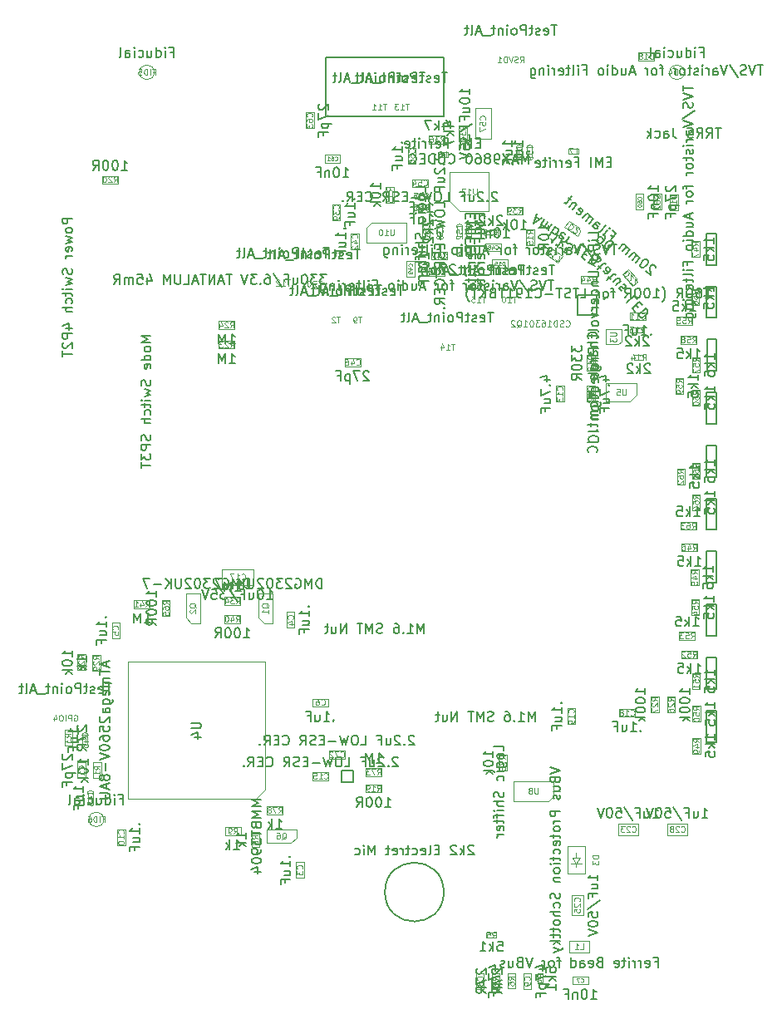
<source format=gbr>
G04 #@! TF.GenerationSoftware,KiCad,Pcbnew,6.0.2+dfsg-1*
G04 #@! TF.CreationDate,2022-08-23T15:38:10-04:00*
G04 #@! TF.ProjectId,RUSP_Mainboard,52555350-5f4d-4616-996e-626f6172642e,rev?*
G04 #@! TF.SameCoordinates,Original*
G04 #@! TF.FileFunction,AssemblyDrawing,Bot*
%FSLAX46Y46*%
G04 Gerber Fmt 4.6, Leading zero omitted, Abs format (unit mm)*
G04 Created by KiCad (PCBNEW 6.0.2+dfsg-1) date 2022-08-23 15:38:10*
%MOMM*%
%LPD*%
G01*
G04 APERTURE LIST*
%ADD10C,0.150000*%
%ADD11C,0.120000*%
%ADD12C,0.060000*%
%ADD13C,0.015000*%
%ADD14C,0.100000*%
%ADD15C,0.127000*%
%ADD16C,0.200000*%
G04 APERTURE END LIST*
D10*
X140563095Y-111552380D02*
X140563095Y-110552380D01*
X140325000Y-110552380D01*
X140182142Y-110600000D01*
X140086904Y-110695238D01*
X140039285Y-110790476D01*
X139991666Y-110980952D01*
X139991666Y-111123809D01*
X140039285Y-111314285D01*
X140086904Y-111409523D01*
X140182142Y-111504761D01*
X140325000Y-111552380D01*
X140563095Y-111552380D01*
X139563095Y-111552380D02*
X139563095Y-110552380D01*
X139229761Y-111266666D01*
X138896428Y-110552380D01*
X138896428Y-111552380D01*
X137896428Y-110600000D02*
X137991666Y-110552380D01*
X138134523Y-110552380D01*
X138277380Y-110600000D01*
X138372619Y-110695238D01*
X138420238Y-110790476D01*
X138467857Y-110980952D01*
X138467857Y-111123809D01*
X138420238Y-111314285D01*
X138372619Y-111409523D01*
X138277380Y-111504761D01*
X138134523Y-111552380D01*
X138039285Y-111552380D01*
X137896428Y-111504761D01*
X137848809Y-111457142D01*
X137848809Y-111123809D01*
X138039285Y-111123809D01*
X137467857Y-110647619D02*
X137420238Y-110600000D01*
X137325000Y-110552380D01*
X137086904Y-110552380D01*
X136991666Y-110600000D01*
X136944047Y-110647619D01*
X136896428Y-110742857D01*
X136896428Y-110838095D01*
X136944047Y-110980952D01*
X137515476Y-111552380D01*
X136896428Y-111552380D01*
X136563095Y-110552380D02*
X135944047Y-110552380D01*
X136277380Y-110933333D01*
X136134523Y-110933333D01*
X136039285Y-110980952D01*
X135991666Y-111028571D01*
X135944047Y-111123809D01*
X135944047Y-111361904D01*
X135991666Y-111457142D01*
X136039285Y-111504761D01*
X136134523Y-111552380D01*
X136420238Y-111552380D01*
X136515476Y-111504761D01*
X136563095Y-111457142D01*
X135325000Y-110552380D02*
X135229761Y-110552380D01*
X135134523Y-110600000D01*
X135086904Y-110647619D01*
X135039285Y-110742857D01*
X134991666Y-110933333D01*
X134991666Y-111171428D01*
X135039285Y-111361904D01*
X135086904Y-111457142D01*
X135134523Y-111504761D01*
X135229761Y-111552380D01*
X135325000Y-111552380D01*
X135420238Y-111504761D01*
X135467857Y-111457142D01*
X135515476Y-111361904D01*
X135563095Y-111171428D01*
X135563095Y-110933333D01*
X135515476Y-110742857D01*
X135467857Y-110647619D01*
X135420238Y-110600000D01*
X135325000Y-110552380D01*
X134610714Y-110647619D02*
X134563095Y-110600000D01*
X134467857Y-110552380D01*
X134229761Y-110552380D01*
X134134523Y-110600000D01*
X134086904Y-110647619D01*
X134039285Y-110742857D01*
X134039285Y-110838095D01*
X134086904Y-110980952D01*
X134658333Y-111552380D01*
X134039285Y-111552380D01*
X133610714Y-110552380D02*
X133610714Y-111361904D01*
X133563095Y-111457142D01*
X133515476Y-111504761D01*
X133420238Y-111552380D01*
X133229761Y-111552380D01*
X133134523Y-111504761D01*
X133086904Y-111457142D01*
X133039285Y-111361904D01*
X133039285Y-110552380D01*
X132563095Y-111552380D02*
X132563095Y-110552380D01*
X131991666Y-111552380D02*
X132420238Y-110980952D01*
X131991666Y-110552380D02*
X132563095Y-111123809D01*
X131563095Y-111171428D02*
X130801190Y-111171428D01*
X130420238Y-110552380D02*
X129753571Y-110552380D01*
X130182142Y-111552380D01*
D11*
X135153571Y-113542857D02*
X135125000Y-113485714D01*
X135067857Y-113428571D01*
X134982142Y-113342857D01*
X134953571Y-113285714D01*
X134953571Y-113228571D01*
X135096428Y-113257142D02*
X135067857Y-113200000D01*
X135010714Y-113142857D01*
X134896428Y-113114285D01*
X134696428Y-113114285D01*
X134582142Y-113142857D01*
X134525000Y-113200000D01*
X134496428Y-113257142D01*
X134496428Y-113371428D01*
X134525000Y-113428571D01*
X134582142Y-113485714D01*
X134696428Y-113514285D01*
X134896428Y-113514285D01*
X135010714Y-113485714D01*
X135067857Y-113428571D01*
X135096428Y-113371428D01*
X135096428Y-113257142D01*
X135096428Y-114085714D02*
X135096428Y-113742857D01*
X135096428Y-113914285D02*
X134496428Y-113914285D01*
X134582142Y-113857142D01*
X134639285Y-113800000D01*
X134667857Y-113742857D01*
D10*
X133188095Y-111552380D02*
X133188095Y-110552380D01*
X132950000Y-110552380D01*
X132807142Y-110600000D01*
X132711904Y-110695238D01*
X132664285Y-110790476D01*
X132616666Y-110980952D01*
X132616666Y-111123809D01*
X132664285Y-111314285D01*
X132711904Y-111409523D01*
X132807142Y-111504761D01*
X132950000Y-111552380D01*
X133188095Y-111552380D01*
X132188095Y-111552380D02*
X132188095Y-110552380D01*
X131854761Y-111266666D01*
X131521428Y-110552380D01*
X131521428Y-111552380D01*
X130521428Y-110600000D02*
X130616666Y-110552380D01*
X130759523Y-110552380D01*
X130902380Y-110600000D01*
X130997619Y-110695238D01*
X131045238Y-110790476D01*
X131092857Y-110980952D01*
X131092857Y-111123809D01*
X131045238Y-111314285D01*
X130997619Y-111409523D01*
X130902380Y-111504761D01*
X130759523Y-111552380D01*
X130664285Y-111552380D01*
X130521428Y-111504761D01*
X130473809Y-111457142D01*
X130473809Y-111123809D01*
X130664285Y-111123809D01*
X130092857Y-110647619D02*
X130045238Y-110600000D01*
X129950000Y-110552380D01*
X129711904Y-110552380D01*
X129616666Y-110600000D01*
X129569047Y-110647619D01*
X129521428Y-110742857D01*
X129521428Y-110838095D01*
X129569047Y-110980952D01*
X130140476Y-111552380D01*
X129521428Y-111552380D01*
X129188095Y-110552380D02*
X128569047Y-110552380D01*
X128902380Y-110933333D01*
X128759523Y-110933333D01*
X128664285Y-110980952D01*
X128616666Y-111028571D01*
X128569047Y-111123809D01*
X128569047Y-111361904D01*
X128616666Y-111457142D01*
X128664285Y-111504761D01*
X128759523Y-111552380D01*
X129045238Y-111552380D01*
X129140476Y-111504761D01*
X129188095Y-111457142D01*
X127950000Y-110552380D02*
X127854761Y-110552380D01*
X127759523Y-110600000D01*
X127711904Y-110647619D01*
X127664285Y-110742857D01*
X127616666Y-110933333D01*
X127616666Y-111171428D01*
X127664285Y-111361904D01*
X127711904Y-111457142D01*
X127759523Y-111504761D01*
X127854761Y-111552380D01*
X127950000Y-111552380D01*
X128045238Y-111504761D01*
X128092857Y-111457142D01*
X128140476Y-111361904D01*
X128188095Y-111171428D01*
X128188095Y-110933333D01*
X128140476Y-110742857D01*
X128092857Y-110647619D01*
X128045238Y-110600000D01*
X127950000Y-110552380D01*
X127235714Y-110647619D02*
X127188095Y-110600000D01*
X127092857Y-110552380D01*
X126854761Y-110552380D01*
X126759523Y-110600000D01*
X126711904Y-110647619D01*
X126664285Y-110742857D01*
X126664285Y-110838095D01*
X126711904Y-110980952D01*
X127283333Y-111552380D01*
X126664285Y-111552380D01*
X126235714Y-110552380D02*
X126235714Y-111361904D01*
X126188095Y-111457142D01*
X126140476Y-111504761D01*
X126045238Y-111552380D01*
X125854761Y-111552380D01*
X125759523Y-111504761D01*
X125711904Y-111457142D01*
X125664285Y-111361904D01*
X125664285Y-110552380D01*
X125188095Y-111552380D02*
X125188095Y-110552380D01*
X124616666Y-111552380D02*
X125045238Y-110980952D01*
X124616666Y-110552380D02*
X125188095Y-111123809D01*
X124188095Y-111171428D02*
X123426190Y-111171428D01*
X123045238Y-110552380D02*
X122378571Y-110552380D01*
X122807142Y-111552380D01*
D11*
X127778571Y-113542857D02*
X127750000Y-113485714D01*
X127692857Y-113428571D01*
X127607142Y-113342857D01*
X127578571Y-113285714D01*
X127578571Y-113228571D01*
X127721428Y-113257142D02*
X127692857Y-113200000D01*
X127635714Y-113142857D01*
X127521428Y-113114285D01*
X127321428Y-113114285D01*
X127207142Y-113142857D01*
X127150000Y-113200000D01*
X127121428Y-113257142D01*
X127121428Y-113371428D01*
X127150000Y-113428571D01*
X127207142Y-113485714D01*
X127321428Y-113514285D01*
X127521428Y-113514285D01*
X127635714Y-113485714D01*
X127692857Y-113428571D01*
X127721428Y-113371428D01*
X127721428Y-113257142D01*
X127178571Y-113742857D02*
X127150000Y-113771428D01*
X127121428Y-113828571D01*
X127121428Y-113971428D01*
X127150000Y-114028571D01*
X127178571Y-114057142D01*
X127235714Y-114085714D01*
X127292857Y-114085714D01*
X127378571Y-114057142D01*
X127721428Y-113714285D01*
X127721428Y-114085714D01*
D10*
X163682380Y-75109523D02*
X163682380Y-74538095D01*
X163682380Y-74823809D02*
X162682380Y-74823809D01*
X162825238Y-74728571D01*
X162920476Y-74633333D01*
X162968095Y-74538095D01*
X162682380Y-75728571D02*
X162682380Y-75823809D01*
X162730000Y-75919047D01*
X162777619Y-75966666D01*
X162872857Y-76014285D01*
X163063333Y-76061904D01*
X163301428Y-76061904D01*
X163491904Y-76014285D01*
X163587142Y-75966666D01*
X163634761Y-75919047D01*
X163682380Y-75823809D01*
X163682380Y-75728571D01*
X163634761Y-75633333D01*
X163587142Y-75585714D01*
X163491904Y-75538095D01*
X163301428Y-75490476D01*
X163063333Y-75490476D01*
X162872857Y-75538095D01*
X162777619Y-75585714D01*
X162730000Y-75633333D01*
X162682380Y-75728571D01*
X163682380Y-77061904D02*
X163206190Y-76728571D01*
X163682380Y-76490476D02*
X162682380Y-76490476D01*
X162682380Y-76871428D01*
X162730000Y-76966666D01*
X162777619Y-77014285D01*
X162872857Y-77061904D01*
X163015714Y-77061904D01*
X163110952Y-77014285D01*
X163158571Y-76966666D01*
X163206190Y-76871428D01*
X163206190Y-76490476D01*
D11*
X162071428Y-75414285D02*
X161785714Y-75214285D01*
X162071428Y-75071428D02*
X161471428Y-75071428D01*
X161471428Y-75300000D01*
X161500000Y-75357142D01*
X161528571Y-75385714D01*
X161585714Y-75414285D01*
X161671428Y-75414285D01*
X161728571Y-75385714D01*
X161757142Y-75357142D01*
X161785714Y-75300000D01*
X161785714Y-75071428D01*
X162071428Y-75985714D02*
X162071428Y-75642857D01*
X162071428Y-75814285D02*
X161471428Y-75814285D01*
X161557142Y-75757142D01*
X161614285Y-75700000D01*
X161642857Y-75642857D01*
X161471428Y-76528571D02*
X161471428Y-76242857D01*
X161757142Y-76214285D01*
X161728571Y-76242857D01*
X161700000Y-76300000D01*
X161700000Y-76442857D01*
X161728571Y-76500000D01*
X161757142Y-76528571D01*
X161814285Y-76557142D01*
X161957142Y-76557142D01*
X162014285Y-76528571D01*
X162042857Y-76500000D01*
X162071428Y-76442857D01*
X162071428Y-76300000D01*
X162042857Y-76242857D01*
X162014285Y-76214285D01*
D10*
X131735714Y-111872380D02*
X132307142Y-111872380D01*
X132021428Y-111872380D02*
X132021428Y-110872380D01*
X132116666Y-111015238D01*
X132211904Y-111110476D01*
X132307142Y-111158095D01*
X131307142Y-111872380D02*
X131307142Y-110872380D01*
X130973809Y-111586666D01*
X130640476Y-110872380D01*
X130640476Y-111872380D01*
D11*
X131835714Y-113121428D02*
X132035714Y-112835714D01*
X132178571Y-113121428D02*
X132178571Y-112521428D01*
X131950000Y-112521428D01*
X131892857Y-112550000D01*
X131864285Y-112578571D01*
X131835714Y-112635714D01*
X131835714Y-112721428D01*
X131864285Y-112778571D01*
X131892857Y-112807142D01*
X131950000Y-112835714D01*
X132178571Y-112835714D01*
X131635714Y-112521428D02*
X131264285Y-112521428D01*
X131464285Y-112750000D01*
X131378571Y-112750000D01*
X131321428Y-112778571D01*
X131292857Y-112807142D01*
X131264285Y-112864285D01*
X131264285Y-113007142D01*
X131292857Y-113064285D01*
X131321428Y-113092857D01*
X131378571Y-113121428D01*
X131550000Y-113121428D01*
X131607142Y-113092857D01*
X131635714Y-113064285D01*
X130750000Y-112721428D02*
X130750000Y-113121428D01*
X130892857Y-112492857D02*
X131035714Y-112921428D01*
X130664285Y-112921428D01*
D10*
X132616666Y-116582380D02*
X133188095Y-116582380D01*
X132902380Y-116582380D02*
X132902380Y-115582380D01*
X132997619Y-115725238D01*
X133092857Y-115820476D01*
X133188095Y-115868095D01*
X131997619Y-115582380D02*
X131902380Y-115582380D01*
X131807142Y-115630000D01*
X131759523Y-115677619D01*
X131711904Y-115772857D01*
X131664285Y-115963333D01*
X131664285Y-116201428D01*
X131711904Y-116391904D01*
X131759523Y-116487142D01*
X131807142Y-116534761D01*
X131902380Y-116582380D01*
X131997619Y-116582380D01*
X132092857Y-116534761D01*
X132140476Y-116487142D01*
X132188095Y-116391904D01*
X132235714Y-116201428D01*
X132235714Y-115963333D01*
X132188095Y-115772857D01*
X132140476Y-115677619D01*
X132092857Y-115630000D01*
X131997619Y-115582380D01*
X131045238Y-115582380D02*
X130950000Y-115582380D01*
X130854761Y-115630000D01*
X130807142Y-115677619D01*
X130759523Y-115772857D01*
X130711904Y-115963333D01*
X130711904Y-116201428D01*
X130759523Y-116391904D01*
X130807142Y-116487142D01*
X130854761Y-116534761D01*
X130950000Y-116582380D01*
X131045238Y-116582380D01*
X131140476Y-116534761D01*
X131188095Y-116487142D01*
X131235714Y-116391904D01*
X131283333Y-116201428D01*
X131283333Y-115963333D01*
X131235714Y-115772857D01*
X131188095Y-115677619D01*
X131140476Y-115630000D01*
X131045238Y-115582380D01*
X129711904Y-116582380D02*
X130045238Y-116106190D01*
X130283333Y-116582380D02*
X130283333Y-115582380D01*
X129902380Y-115582380D01*
X129807142Y-115630000D01*
X129759523Y-115677619D01*
X129711904Y-115772857D01*
X129711904Y-115915714D01*
X129759523Y-116010952D01*
X129807142Y-116058571D01*
X129902380Y-116106190D01*
X130283333Y-116106190D01*
D11*
X131835714Y-114971428D02*
X132035714Y-114685714D01*
X132178571Y-114971428D02*
X132178571Y-114371428D01*
X131950000Y-114371428D01*
X131892857Y-114400000D01*
X131864285Y-114428571D01*
X131835714Y-114485714D01*
X131835714Y-114571428D01*
X131864285Y-114628571D01*
X131892857Y-114657142D01*
X131950000Y-114685714D01*
X132178571Y-114685714D01*
X131321428Y-114571428D02*
X131321428Y-114971428D01*
X131464285Y-114342857D02*
X131607142Y-114771428D01*
X131235714Y-114771428D01*
X130892857Y-114371428D02*
X130835714Y-114371428D01*
X130778571Y-114400000D01*
X130750000Y-114428571D01*
X130721428Y-114485714D01*
X130692857Y-114600000D01*
X130692857Y-114742857D01*
X130721428Y-114857142D01*
X130750000Y-114914285D01*
X130778571Y-114942857D01*
X130835714Y-114971428D01*
X130892857Y-114971428D01*
X130950000Y-114942857D01*
X130978571Y-114914285D01*
X131007142Y-114857142D01*
X131035714Y-114742857D01*
X131035714Y-114600000D01*
X131007142Y-114485714D01*
X130978571Y-114428571D01*
X130950000Y-114400000D01*
X130892857Y-114371428D01*
D10*
X122535714Y-115082380D02*
X123107142Y-115082380D01*
X122821428Y-115082380D02*
X122821428Y-114082380D01*
X122916666Y-114225238D01*
X123011904Y-114320476D01*
X123107142Y-114368095D01*
X122107142Y-115082380D02*
X122107142Y-114082380D01*
X121773809Y-114796666D01*
X121440476Y-114082380D01*
X121440476Y-115082380D01*
D11*
X122635714Y-113471428D02*
X122835714Y-113185714D01*
X122978571Y-113471428D02*
X122978571Y-112871428D01*
X122750000Y-112871428D01*
X122692857Y-112900000D01*
X122664285Y-112928571D01*
X122635714Y-112985714D01*
X122635714Y-113071428D01*
X122664285Y-113128571D01*
X122692857Y-113157142D01*
X122750000Y-113185714D01*
X122978571Y-113185714D01*
X122121428Y-113071428D02*
X122121428Y-113471428D01*
X122264285Y-112842857D02*
X122407142Y-113271428D01*
X122035714Y-113271428D01*
X121492857Y-113471428D02*
X121835714Y-113471428D01*
X121664285Y-113471428D02*
X121664285Y-112871428D01*
X121721428Y-112957142D01*
X121778571Y-113014285D01*
X121835714Y-113042857D01*
D10*
X123722380Y-112383333D02*
X123722380Y-111811904D01*
X123722380Y-112097619D02*
X122722380Y-112097619D01*
X122865238Y-112002380D01*
X122960476Y-111907142D01*
X123008095Y-111811904D01*
X122722380Y-113002380D02*
X122722380Y-113097619D01*
X122770000Y-113192857D01*
X122817619Y-113240476D01*
X122912857Y-113288095D01*
X123103333Y-113335714D01*
X123341428Y-113335714D01*
X123531904Y-113288095D01*
X123627142Y-113240476D01*
X123674761Y-113192857D01*
X123722380Y-113097619D01*
X123722380Y-113002380D01*
X123674761Y-112907142D01*
X123627142Y-112859523D01*
X123531904Y-112811904D01*
X123341428Y-112764285D01*
X123103333Y-112764285D01*
X122912857Y-112811904D01*
X122817619Y-112859523D01*
X122770000Y-112907142D01*
X122722380Y-113002380D01*
X122722380Y-113954761D02*
X122722380Y-114050000D01*
X122770000Y-114145238D01*
X122817619Y-114192857D01*
X122912857Y-114240476D01*
X123103333Y-114288095D01*
X123341428Y-114288095D01*
X123531904Y-114240476D01*
X123627142Y-114192857D01*
X123674761Y-114145238D01*
X123722380Y-114050000D01*
X123722380Y-113954761D01*
X123674761Y-113859523D01*
X123627142Y-113811904D01*
X123531904Y-113764285D01*
X123341428Y-113716666D01*
X123103333Y-113716666D01*
X122912857Y-113764285D01*
X122817619Y-113811904D01*
X122770000Y-113859523D01*
X122722380Y-113954761D01*
X123722380Y-115288095D02*
X123246190Y-114954761D01*
X123722380Y-114716666D02*
X122722380Y-114716666D01*
X122722380Y-115097619D01*
X122770000Y-115192857D01*
X122817619Y-115240476D01*
X122912857Y-115288095D01*
X123055714Y-115288095D01*
X123150952Y-115240476D01*
X123198571Y-115192857D01*
X123246190Y-115097619D01*
X123246190Y-114716666D01*
D11*
X124971428Y-113164285D02*
X124685714Y-112964285D01*
X124971428Y-112821428D02*
X124371428Y-112821428D01*
X124371428Y-113050000D01*
X124400000Y-113107142D01*
X124428571Y-113135714D01*
X124485714Y-113164285D01*
X124571428Y-113164285D01*
X124628571Y-113135714D01*
X124657142Y-113107142D01*
X124685714Y-113050000D01*
X124685714Y-112821428D01*
X124371428Y-113678571D02*
X124371428Y-113564285D01*
X124400000Y-113507142D01*
X124428571Y-113478571D01*
X124514285Y-113421428D01*
X124628571Y-113392857D01*
X124857142Y-113392857D01*
X124914285Y-113421428D01*
X124942857Y-113450000D01*
X124971428Y-113507142D01*
X124971428Y-113621428D01*
X124942857Y-113678571D01*
X124914285Y-113707142D01*
X124857142Y-113735714D01*
X124714285Y-113735714D01*
X124657142Y-113707142D01*
X124628571Y-113678571D01*
X124600000Y-113621428D01*
X124600000Y-113507142D01*
X124628571Y-113450000D01*
X124657142Y-113421428D01*
X124714285Y-113392857D01*
X124371428Y-114278571D02*
X124371428Y-113992857D01*
X124657142Y-113964285D01*
X124628571Y-113992857D01*
X124600000Y-114050000D01*
X124600000Y-114192857D01*
X124628571Y-114250000D01*
X124657142Y-114278571D01*
X124714285Y-114307142D01*
X124857142Y-114307142D01*
X124914285Y-114278571D01*
X124942857Y-114250000D01*
X124971428Y-114192857D01*
X124971428Y-114050000D01*
X124942857Y-113992857D01*
X124914285Y-113964285D01*
D10*
X118502142Y-114492857D02*
X118549761Y-114540476D01*
X118597380Y-114492857D01*
X118549761Y-114445238D01*
X118502142Y-114492857D01*
X118597380Y-114492857D01*
X118597380Y-115492857D02*
X118597380Y-114921428D01*
X118597380Y-115207142D02*
X117597380Y-115207142D01*
X117740238Y-115111904D01*
X117835476Y-115016666D01*
X117883095Y-114921428D01*
X117930714Y-116350000D02*
X118597380Y-116350000D01*
X117930714Y-115921428D02*
X118454523Y-115921428D01*
X118549761Y-115969047D01*
X118597380Y-116064285D01*
X118597380Y-116207142D01*
X118549761Y-116302380D01*
X118502142Y-116350000D01*
X118073571Y-117159523D02*
X118073571Y-116826190D01*
X118597380Y-116826190D02*
X117597380Y-116826190D01*
X117597380Y-117302380D01*
D11*
X119789285Y-115750000D02*
X119817857Y-115721428D01*
X119846428Y-115635714D01*
X119846428Y-115578571D01*
X119817857Y-115492857D01*
X119760714Y-115435714D01*
X119703571Y-115407142D01*
X119589285Y-115378571D01*
X119503571Y-115378571D01*
X119389285Y-115407142D01*
X119332142Y-115435714D01*
X119275000Y-115492857D01*
X119246428Y-115578571D01*
X119246428Y-115635714D01*
X119275000Y-115721428D01*
X119303571Y-115750000D01*
X119246428Y-116292857D02*
X119246428Y-116007142D01*
X119532142Y-115978571D01*
X119503571Y-116007142D01*
X119475000Y-116064285D01*
X119475000Y-116207142D01*
X119503571Y-116264285D01*
X119532142Y-116292857D01*
X119589285Y-116321428D01*
X119732142Y-116321428D01*
X119789285Y-116292857D01*
X119817857Y-116264285D01*
X119846428Y-116207142D01*
X119846428Y-116064285D01*
X119817857Y-116007142D01*
X119789285Y-115978571D01*
D10*
X159982380Y-66554761D02*
X159982380Y-65983333D01*
X159982380Y-66269047D02*
X158982380Y-66269047D01*
X159125238Y-66173809D01*
X159220476Y-66078571D01*
X159268095Y-65983333D01*
X159315714Y-67411904D02*
X159982380Y-67411904D01*
X159315714Y-66983333D02*
X159839523Y-66983333D01*
X159934761Y-67030952D01*
X159982380Y-67126190D01*
X159982380Y-67269047D01*
X159934761Y-67364285D01*
X159887142Y-67411904D01*
X159458571Y-68221428D02*
X159458571Y-67888095D01*
X159982380Y-67888095D02*
X158982380Y-67888095D01*
X158982380Y-68364285D01*
D11*
X160914285Y-66764285D02*
X160942857Y-66735714D01*
X160971428Y-66650000D01*
X160971428Y-66592857D01*
X160942857Y-66507142D01*
X160885714Y-66450000D01*
X160828571Y-66421428D01*
X160714285Y-66392857D01*
X160628571Y-66392857D01*
X160514285Y-66421428D01*
X160457142Y-66450000D01*
X160400000Y-66507142D01*
X160371428Y-66592857D01*
X160371428Y-66650000D01*
X160400000Y-66735714D01*
X160428571Y-66764285D01*
X160371428Y-67307142D02*
X160371428Y-67021428D01*
X160657142Y-66992857D01*
X160628571Y-67021428D01*
X160600000Y-67078571D01*
X160600000Y-67221428D01*
X160628571Y-67278571D01*
X160657142Y-67307142D01*
X160714285Y-67335714D01*
X160857142Y-67335714D01*
X160914285Y-67307142D01*
X160942857Y-67278571D01*
X160971428Y-67221428D01*
X160971428Y-67078571D01*
X160942857Y-67021428D01*
X160914285Y-66992857D01*
X160628571Y-67678571D02*
X160600000Y-67621428D01*
X160571428Y-67592857D01*
X160514285Y-67564285D01*
X160485714Y-67564285D01*
X160428571Y-67592857D01*
X160400000Y-67621428D01*
X160371428Y-67678571D01*
X160371428Y-67792857D01*
X160400000Y-67850000D01*
X160428571Y-67878571D01*
X160485714Y-67907142D01*
X160514285Y-67907142D01*
X160571428Y-67878571D01*
X160600000Y-67850000D01*
X160628571Y-67792857D01*
X160628571Y-67678571D01*
X160657142Y-67621428D01*
X160685714Y-67592857D01*
X160742857Y-67564285D01*
X160857142Y-67564285D01*
X160914285Y-67592857D01*
X160942857Y-67621428D01*
X160971428Y-67678571D01*
X160971428Y-67792857D01*
X160942857Y-67850000D01*
X160914285Y-67878571D01*
X160857142Y-67907142D01*
X160742857Y-67907142D01*
X160685714Y-67878571D01*
X160657142Y-67850000D01*
X160628571Y-67792857D01*
D10*
X148677142Y-66142857D02*
X148724761Y-66190476D01*
X148772380Y-66142857D01*
X148724761Y-66095238D01*
X148677142Y-66142857D01*
X148772380Y-66142857D01*
X148772380Y-67142857D02*
X148772380Y-66571428D01*
X148772380Y-66857142D02*
X147772380Y-66857142D01*
X147915238Y-66761904D01*
X148010476Y-66666666D01*
X148058095Y-66571428D01*
X148105714Y-68000000D02*
X148772380Y-68000000D01*
X148105714Y-67571428D02*
X148629523Y-67571428D01*
X148724761Y-67619047D01*
X148772380Y-67714285D01*
X148772380Y-67857142D01*
X148724761Y-67952380D01*
X148677142Y-68000000D01*
X148248571Y-68809523D02*
X148248571Y-68476190D01*
X148772380Y-68476190D02*
X147772380Y-68476190D01*
X147772380Y-68952380D01*
D11*
X149964285Y-67114285D02*
X149992857Y-67085714D01*
X150021428Y-67000000D01*
X150021428Y-66942857D01*
X149992857Y-66857142D01*
X149935714Y-66800000D01*
X149878571Y-66771428D01*
X149764285Y-66742857D01*
X149678571Y-66742857D01*
X149564285Y-66771428D01*
X149507142Y-66800000D01*
X149450000Y-66857142D01*
X149421428Y-66942857D01*
X149421428Y-67000000D01*
X149450000Y-67085714D01*
X149478571Y-67114285D01*
X149421428Y-67657142D02*
X149421428Y-67371428D01*
X149707142Y-67342857D01*
X149678571Y-67371428D01*
X149650000Y-67428571D01*
X149650000Y-67571428D01*
X149678571Y-67628571D01*
X149707142Y-67657142D01*
X149764285Y-67685714D01*
X149907142Y-67685714D01*
X149964285Y-67657142D01*
X149992857Y-67628571D01*
X150021428Y-67571428D01*
X150021428Y-67428571D01*
X149992857Y-67371428D01*
X149964285Y-67342857D01*
X149421428Y-68200000D02*
X149421428Y-68085714D01*
X149450000Y-68028571D01*
X149478571Y-68000000D01*
X149564285Y-67942857D01*
X149678571Y-67914285D01*
X149907142Y-67914285D01*
X149964285Y-67942857D01*
X149992857Y-67971428D01*
X150021428Y-68028571D01*
X150021428Y-68142857D01*
X149992857Y-68200000D01*
X149964285Y-68228571D01*
X149907142Y-68257142D01*
X149764285Y-68257142D01*
X149707142Y-68228571D01*
X149678571Y-68200000D01*
X149650000Y-68142857D01*
X149650000Y-68028571D01*
X149678571Y-67971428D01*
X149707142Y-67942857D01*
X149764285Y-67914285D01*
D10*
X151295238Y-74372380D02*
X151866666Y-74372380D01*
X151580952Y-74372380D02*
X151580952Y-73372380D01*
X151676190Y-73515238D01*
X151771428Y-73610476D01*
X151866666Y-73658095D01*
X150438095Y-73705714D02*
X150438095Y-74372380D01*
X150866666Y-73705714D02*
X150866666Y-74229523D01*
X150819047Y-74324761D01*
X150723809Y-74372380D01*
X150580952Y-74372380D01*
X150485714Y-74324761D01*
X150438095Y-74277142D01*
X149628571Y-73848571D02*
X149961904Y-73848571D01*
X149961904Y-74372380D02*
X149961904Y-73372380D01*
X149485714Y-73372380D01*
D11*
X151085714Y-72964285D02*
X151114285Y-72992857D01*
X151200000Y-73021428D01*
X151257142Y-73021428D01*
X151342857Y-72992857D01*
X151400000Y-72935714D01*
X151428571Y-72878571D01*
X151457142Y-72764285D01*
X151457142Y-72678571D01*
X151428571Y-72564285D01*
X151400000Y-72507142D01*
X151342857Y-72450000D01*
X151257142Y-72421428D01*
X151200000Y-72421428D01*
X151114285Y-72450000D01*
X151085714Y-72478571D01*
X150542857Y-72421428D02*
X150828571Y-72421428D01*
X150857142Y-72707142D01*
X150828571Y-72678571D01*
X150771428Y-72650000D01*
X150628571Y-72650000D01*
X150571428Y-72678571D01*
X150542857Y-72707142D01*
X150514285Y-72764285D01*
X150514285Y-72907142D01*
X150542857Y-72964285D01*
X150571428Y-72992857D01*
X150628571Y-73021428D01*
X150771428Y-73021428D01*
X150828571Y-72992857D01*
X150857142Y-72964285D01*
X149971428Y-72421428D02*
X150257142Y-72421428D01*
X150285714Y-72707142D01*
X150257142Y-72678571D01*
X150200000Y-72650000D01*
X150057142Y-72650000D01*
X150000000Y-72678571D01*
X149971428Y-72707142D01*
X149942857Y-72764285D01*
X149942857Y-72907142D01*
X149971428Y-72964285D01*
X150000000Y-72992857D01*
X150057142Y-73021428D01*
X150200000Y-73021428D01*
X150257142Y-72992857D01*
X150285714Y-72964285D01*
D10*
X151295238Y-73222380D02*
X151866666Y-73222380D01*
X151580952Y-73222380D02*
X151580952Y-72222380D01*
X151676190Y-72365238D01*
X151771428Y-72460476D01*
X151866666Y-72508095D01*
X150438095Y-72555714D02*
X150438095Y-73222380D01*
X150866666Y-72555714D02*
X150866666Y-73079523D01*
X150819047Y-73174761D01*
X150723809Y-73222380D01*
X150580952Y-73222380D01*
X150485714Y-73174761D01*
X150438095Y-73127142D01*
X149628571Y-72698571D02*
X149961904Y-72698571D01*
X149961904Y-73222380D02*
X149961904Y-72222380D01*
X149485714Y-72222380D01*
D11*
X151085714Y-71814285D02*
X151114285Y-71842857D01*
X151200000Y-71871428D01*
X151257142Y-71871428D01*
X151342857Y-71842857D01*
X151400000Y-71785714D01*
X151428571Y-71728571D01*
X151457142Y-71614285D01*
X151457142Y-71528571D01*
X151428571Y-71414285D01*
X151400000Y-71357142D01*
X151342857Y-71300000D01*
X151257142Y-71271428D01*
X151200000Y-71271428D01*
X151114285Y-71300000D01*
X151085714Y-71328571D01*
X150542857Y-71271428D02*
X150828571Y-71271428D01*
X150857142Y-71557142D01*
X150828571Y-71528571D01*
X150771428Y-71500000D01*
X150628571Y-71500000D01*
X150571428Y-71528571D01*
X150542857Y-71557142D01*
X150514285Y-71614285D01*
X150514285Y-71757142D01*
X150542857Y-71814285D01*
X150571428Y-71842857D01*
X150628571Y-71871428D01*
X150771428Y-71871428D01*
X150828571Y-71842857D01*
X150857142Y-71814285D01*
X150314285Y-71271428D02*
X149942857Y-71271428D01*
X150142857Y-71500000D01*
X150057142Y-71500000D01*
X150000000Y-71528571D01*
X149971428Y-71557142D01*
X149942857Y-71614285D01*
X149942857Y-71757142D01*
X149971428Y-71814285D01*
X150000000Y-71842857D01*
X150057142Y-71871428D01*
X150228571Y-71871428D01*
X150285714Y-71842857D01*
X150314285Y-71814285D01*
D10*
X156222380Y-74604761D02*
X156222380Y-74033333D01*
X156222380Y-74319047D02*
X155222380Y-74319047D01*
X155365238Y-74223809D01*
X155460476Y-74128571D01*
X155508095Y-74033333D01*
X155555714Y-75461904D02*
X156222380Y-75461904D01*
X155555714Y-75033333D02*
X156079523Y-75033333D01*
X156174761Y-75080952D01*
X156222380Y-75176190D01*
X156222380Y-75319047D01*
X156174761Y-75414285D01*
X156127142Y-75461904D01*
X155698571Y-76271428D02*
X155698571Y-75938095D01*
X156222380Y-75938095D02*
X155222380Y-75938095D01*
X155222380Y-76414285D01*
D11*
X154814285Y-74814285D02*
X154842857Y-74785714D01*
X154871428Y-74700000D01*
X154871428Y-74642857D01*
X154842857Y-74557142D01*
X154785714Y-74500000D01*
X154728571Y-74471428D01*
X154614285Y-74442857D01*
X154528571Y-74442857D01*
X154414285Y-74471428D01*
X154357142Y-74500000D01*
X154300000Y-74557142D01*
X154271428Y-74642857D01*
X154271428Y-74700000D01*
X154300000Y-74785714D01*
X154328571Y-74814285D01*
X154271428Y-75357142D02*
X154271428Y-75071428D01*
X154557142Y-75042857D01*
X154528571Y-75071428D01*
X154500000Y-75128571D01*
X154500000Y-75271428D01*
X154528571Y-75328571D01*
X154557142Y-75357142D01*
X154614285Y-75385714D01*
X154757142Y-75385714D01*
X154814285Y-75357142D01*
X154842857Y-75328571D01*
X154871428Y-75271428D01*
X154871428Y-75128571D01*
X154842857Y-75071428D01*
X154814285Y-75042857D01*
X154328571Y-75614285D02*
X154300000Y-75642857D01*
X154271428Y-75700000D01*
X154271428Y-75842857D01*
X154300000Y-75900000D01*
X154328571Y-75928571D01*
X154385714Y-75957142D01*
X154442857Y-75957142D01*
X154528571Y-75928571D01*
X154871428Y-75585714D01*
X154871428Y-75957142D01*
D10*
X157172380Y-74604761D02*
X157172380Y-74033333D01*
X157172380Y-74319047D02*
X156172380Y-74319047D01*
X156315238Y-74223809D01*
X156410476Y-74128571D01*
X156458095Y-74033333D01*
X156505714Y-75461904D02*
X157172380Y-75461904D01*
X156505714Y-75033333D02*
X157029523Y-75033333D01*
X157124761Y-75080952D01*
X157172380Y-75176190D01*
X157172380Y-75319047D01*
X157124761Y-75414285D01*
X157077142Y-75461904D01*
X156648571Y-76271428D02*
X156648571Y-75938095D01*
X157172380Y-75938095D02*
X156172380Y-75938095D01*
X156172380Y-76414285D01*
D11*
X155764285Y-74814285D02*
X155792857Y-74785714D01*
X155821428Y-74700000D01*
X155821428Y-74642857D01*
X155792857Y-74557142D01*
X155735714Y-74500000D01*
X155678571Y-74471428D01*
X155564285Y-74442857D01*
X155478571Y-74442857D01*
X155364285Y-74471428D01*
X155307142Y-74500000D01*
X155250000Y-74557142D01*
X155221428Y-74642857D01*
X155221428Y-74700000D01*
X155250000Y-74785714D01*
X155278571Y-74814285D01*
X155221428Y-75357142D02*
X155221428Y-75071428D01*
X155507142Y-75042857D01*
X155478571Y-75071428D01*
X155450000Y-75128571D01*
X155450000Y-75271428D01*
X155478571Y-75328571D01*
X155507142Y-75357142D01*
X155564285Y-75385714D01*
X155707142Y-75385714D01*
X155764285Y-75357142D01*
X155792857Y-75328571D01*
X155821428Y-75271428D01*
X155821428Y-75128571D01*
X155792857Y-75071428D01*
X155764285Y-75042857D01*
X155821428Y-75957142D02*
X155821428Y-75614285D01*
X155821428Y-75785714D02*
X155221428Y-75785714D01*
X155307142Y-75728571D01*
X155364285Y-75671428D01*
X155392857Y-75614285D01*
D10*
X151482380Y-77928571D02*
X151482380Y-77357142D01*
X151482380Y-77642857D02*
X150482380Y-77642857D01*
X150625238Y-77547619D01*
X150720476Y-77452380D01*
X150768095Y-77357142D01*
X150482380Y-78547619D02*
X150482380Y-78642857D01*
X150530000Y-78738095D01*
X150577619Y-78785714D01*
X150672857Y-78833333D01*
X150863333Y-78880952D01*
X151101428Y-78880952D01*
X151291904Y-78833333D01*
X151387142Y-78785714D01*
X151434761Y-78738095D01*
X151482380Y-78642857D01*
X151482380Y-78547619D01*
X151434761Y-78452380D01*
X151387142Y-78404761D01*
X151291904Y-78357142D01*
X151101428Y-78309523D01*
X150863333Y-78309523D01*
X150672857Y-78357142D01*
X150577619Y-78404761D01*
X150530000Y-78452380D01*
X150482380Y-78547619D01*
X150815714Y-79309523D02*
X151482380Y-79309523D01*
X150910952Y-79309523D02*
X150863333Y-79357142D01*
X150815714Y-79452380D01*
X150815714Y-79595238D01*
X150863333Y-79690476D01*
X150958571Y-79738095D01*
X151482380Y-79738095D01*
X150958571Y-80547619D02*
X150958571Y-80214285D01*
X151482380Y-80214285D02*
X150482380Y-80214285D01*
X150482380Y-80690476D01*
D12*
X149742857Y-78742857D02*
X149761904Y-78723809D01*
X149780952Y-78666666D01*
X149780952Y-78628571D01*
X149761904Y-78571428D01*
X149723809Y-78533333D01*
X149685714Y-78514285D01*
X149609523Y-78495238D01*
X149552380Y-78495238D01*
X149476190Y-78514285D01*
X149438095Y-78533333D01*
X149400000Y-78571428D01*
X149380952Y-78628571D01*
X149380952Y-78666666D01*
X149400000Y-78723809D01*
X149419047Y-78742857D01*
X149514285Y-79085714D02*
X149780952Y-79085714D01*
X149361904Y-78990476D02*
X149647619Y-78895238D01*
X149647619Y-79142857D01*
X149780952Y-79314285D02*
X149780952Y-79390476D01*
X149761904Y-79428571D01*
X149742857Y-79447619D01*
X149685714Y-79485714D01*
X149609523Y-79504761D01*
X149457142Y-79504761D01*
X149419047Y-79485714D01*
X149400000Y-79466666D01*
X149380952Y-79428571D01*
X149380952Y-79352380D01*
X149400000Y-79314285D01*
X149419047Y-79295238D01*
X149457142Y-79276190D01*
X149552380Y-79276190D01*
X149590476Y-79295238D01*
X149609523Y-79314285D01*
X149628571Y-79352380D01*
X149628571Y-79428571D01*
X149609523Y-79466666D01*
X149590476Y-79485714D01*
X149552380Y-79504761D01*
D10*
X159096428Y-75847380D02*
X159667857Y-75847380D01*
X159382142Y-75847380D02*
X159382142Y-74847380D01*
X159477380Y-74990238D01*
X159572619Y-75085476D01*
X159667857Y-75133095D01*
X158477380Y-74847380D02*
X158382142Y-74847380D01*
X158286904Y-74895000D01*
X158239285Y-74942619D01*
X158191666Y-75037857D01*
X158144047Y-75228333D01*
X158144047Y-75466428D01*
X158191666Y-75656904D01*
X158239285Y-75752142D01*
X158286904Y-75799761D01*
X158382142Y-75847380D01*
X158477380Y-75847380D01*
X158572619Y-75799761D01*
X158620238Y-75752142D01*
X158667857Y-75656904D01*
X158715476Y-75466428D01*
X158715476Y-75228333D01*
X158667857Y-75037857D01*
X158620238Y-74942619D01*
X158572619Y-74895000D01*
X158477380Y-74847380D01*
X157715476Y-75180714D02*
X157715476Y-75847380D01*
X157715476Y-75275952D02*
X157667857Y-75228333D01*
X157572619Y-75180714D01*
X157429761Y-75180714D01*
X157334523Y-75228333D01*
X157286904Y-75323571D01*
X157286904Y-75847380D01*
X156477380Y-75323571D02*
X156810714Y-75323571D01*
X156810714Y-75847380D02*
X156810714Y-74847380D01*
X156334523Y-74847380D01*
D12*
X158282142Y-76967857D02*
X158301190Y-76986904D01*
X158358333Y-77005952D01*
X158396428Y-77005952D01*
X158453571Y-76986904D01*
X158491666Y-76948809D01*
X158510714Y-76910714D01*
X158529761Y-76834523D01*
X158529761Y-76777380D01*
X158510714Y-76701190D01*
X158491666Y-76663095D01*
X158453571Y-76625000D01*
X158396428Y-76605952D01*
X158358333Y-76605952D01*
X158301190Y-76625000D01*
X158282142Y-76644047D01*
X157939285Y-76739285D02*
X157939285Y-77005952D01*
X158034523Y-76586904D02*
X158129761Y-76872619D01*
X157882142Y-76872619D01*
X157672619Y-76777380D02*
X157710714Y-76758333D01*
X157729761Y-76739285D01*
X157748809Y-76701190D01*
X157748809Y-76682142D01*
X157729761Y-76644047D01*
X157710714Y-76625000D01*
X157672619Y-76605952D01*
X157596428Y-76605952D01*
X157558333Y-76625000D01*
X157539285Y-76644047D01*
X157520238Y-76682142D01*
X157520238Y-76701190D01*
X157539285Y-76739285D01*
X157558333Y-76758333D01*
X157596428Y-76777380D01*
X157672619Y-76777380D01*
X157710714Y-76796428D01*
X157729761Y-76815476D01*
X157748809Y-76853571D01*
X157748809Y-76929761D01*
X157729761Y-76967857D01*
X157710714Y-76986904D01*
X157672619Y-77005952D01*
X157596428Y-77005952D01*
X157558333Y-76986904D01*
X157539285Y-76967857D01*
X157520238Y-76929761D01*
X157520238Y-76853571D01*
X157539285Y-76815476D01*
X157558333Y-76796428D01*
X157596428Y-76777380D01*
D10*
X154192857Y-78667619D02*
X154145238Y-78620000D01*
X154050000Y-78572380D01*
X153811904Y-78572380D01*
X153716666Y-78620000D01*
X153669047Y-78667619D01*
X153621428Y-78762857D01*
X153621428Y-78858095D01*
X153669047Y-79000952D01*
X154240476Y-79572380D01*
X153621428Y-79572380D01*
X153288095Y-78572380D02*
X152621428Y-78572380D01*
X153050000Y-79572380D01*
X152240476Y-78905714D02*
X152240476Y-79905714D01*
X152240476Y-78953333D02*
X152145238Y-78905714D01*
X151954761Y-78905714D01*
X151859523Y-78953333D01*
X151811904Y-79000952D01*
X151764285Y-79096190D01*
X151764285Y-79381904D01*
X151811904Y-79477142D01*
X151859523Y-79524761D01*
X151954761Y-79572380D01*
X152145238Y-79572380D01*
X152240476Y-79524761D01*
X151002380Y-79048571D02*
X151335714Y-79048571D01*
X151335714Y-79572380D02*
X151335714Y-78572380D01*
X150859523Y-78572380D01*
D11*
X152935714Y-77904285D02*
X152964285Y-77932857D01*
X153050000Y-77961428D01*
X153107142Y-77961428D01*
X153192857Y-77932857D01*
X153250000Y-77875714D01*
X153278571Y-77818571D01*
X153307142Y-77704285D01*
X153307142Y-77618571D01*
X153278571Y-77504285D01*
X153250000Y-77447142D01*
X153192857Y-77390000D01*
X153107142Y-77361428D01*
X153050000Y-77361428D01*
X152964285Y-77390000D01*
X152935714Y-77418571D01*
X152421428Y-77561428D02*
X152421428Y-77961428D01*
X152564285Y-77332857D02*
X152707142Y-77761428D01*
X152335714Y-77761428D01*
X152164285Y-77361428D02*
X151764285Y-77361428D01*
X152021428Y-77961428D01*
D10*
X145357857Y-89527619D02*
X145310238Y-89480000D01*
X145215000Y-89432380D01*
X144976904Y-89432380D01*
X144881666Y-89480000D01*
X144834047Y-89527619D01*
X144786428Y-89622857D01*
X144786428Y-89718095D01*
X144834047Y-89860952D01*
X145405476Y-90432380D01*
X144786428Y-90432380D01*
X144453095Y-89432380D02*
X143786428Y-89432380D01*
X144215000Y-90432380D01*
X143405476Y-89765714D02*
X143405476Y-90765714D01*
X143405476Y-89813333D02*
X143310238Y-89765714D01*
X143119761Y-89765714D01*
X143024523Y-89813333D01*
X142976904Y-89860952D01*
X142929285Y-89956190D01*
X142929285Y-90241904D01*
X142976904Y-90337142D01*
X143024523Y-90384761D01*
X143119761Y-90432380D01*
X143310238Y-90432380D01*
X143405476Y-90384761D01*
X142167380Y-89908571D02*
X142500714Y-89908571D01*
X142500714Y-90432380D02*
X142500714Y-89432380D01*
X142024523Y-89432380D01*
D11*
X144100714Y-88764285D02*
X144129285Y-88792857D01*
X144215000Y-88821428D01*
X144272142Y-88821428D01*
X144357857Y-88792857D01*
X144415000Y-88735714D01*
X144443571Y-88678571D01*
X144472142Y-88564285D01*
X144472142Y-88478571D01*
X144443571Y-88364285D01*
X144415000Y-88307142D01*
X144357857Y-88250000D01*
X144272142Y-88221428D01*
X144215000Y-88221428D01*
X144129285Y-88250000D01*
X144100714Y-88278571D01*
X143586428Y-88421428D02*
X143586428Y-88821428D01*
X143729285Y-88192857D02*
X143872142Y-88621428D01*
X143500714Y-88621428D01*
X143015000Y-88221428D02*
X143129285Y-88221428D01*
X143186428Y-88250000D01*
X143215000Y-88278571D01*
X143272142Y-88364285D01*
X143300714Y-88478571D01*
X143300714Y-88707142D01*
X143272142Y-88764285D01*
X143243571Y-88792857D01*
X143186428Y-88821428D01*
X143072142Y-88821428D01*
X143015000Y-88792857D01*
X142986428Y-88764285D01*
X142957857Y-88707142D01*
X142957857Y-88564285D01*
X142986428Y-88507142D01*
X143015000Y-88478571D01*
X143072142Y-88450000D01*
X143186428Y-88450000D01*
X143243571Y-88478571D01*
X143272142Y-88507142D01*
X143300714Y-88564285D01*
D10*
X143837142Y-71892857D02*
X143884761Y-71940476D01*
X143932380Y-71892857D01*
X143884761Y-71845238D01*
X143837142Y-71892857D01*
X143932380Y-71892857D01*
X143932380Y-72892857D02*
X143932380Y-72321428D01*
X143932380Y-72607142D02*
X142932380Y-72607142D01*
X143075238Y-72511904D01*
X143170476Y-72416666D01*
X143218095Y-72321428D01*
X143265714Y-73750000D02*
X143932380Y-73750000D01*
X143265714Y-73321428D02*
X143789523Y-73321428D01*
X143884761Y-73369047D01*
X143932380Y-73464285D01*
X143932380Y-73607142D01*
X143884761Y-73702380D01*
X143837142Y-73750000D01*
X143408571Y-74559523D02*
X143408571Y-74226190D01*
X143932380Y-74226190D02*
X142932380Y-74226190D01*
X142932380Y-74702380D01*
D11*
X142264285Y-72864285D02*
X142292857Y-72835714D01*
X142321428Y-72750000D01*
X142321428Y-72692857D01*
X142292857Y-72607142D01*
X142235714Y-72550000D01*
X142178571Y-72521428D01*
X142064285Y-72492857D01*
X141978571Y-72492857D01*
X141864285Y-72521428D01*
X141807142Y-72550000D01*
X141750000Y-72607142D01*
X141721428Y-72692857D01*
X141721428Y-72750000D01*
X141750000Y-72835714D01*
X141778571Y-72864285D01*
X141721428Y-73064285D02*
X141721428Y-73435714D01*
X141950000Y-73235714D01*
X141950000Y-73321428D01*
X141978571Y-73378571D01*
X142007142Y-73407142D01*
X142064285Y-73435714D01*
X142207142Y-73435714D01*
X142264285Y-73407142D01*
X142292857Y-73378571D01*
X142321428Y-73321428D01*
X142321428Y-73150000D01*
X142292857Y-73092857D01*
X142264285Y-73064285D01*
X142321428Y-73721428D02*
X142321428Y-73835714D01*
X142292857Y-73892857D01*
X142264285Y-73921428D01*
X142178571Y-73978571D01*
X142064285Y-74007142D01*
X141835714Y-74007142D01*
X141778571Y-73978571D01*
X141750000Y-73950000D01*
X141721428Y-73892857D01*
X141721428Y-73778571D01*
X141750000Y-73721428D01*
X141778571Y-73692857D01*
X141835714Y-73664285D01*
X141978571Y-73664285D01*
X142035714Y-73692857D01*
X142064285Y-73721428D01*
X142092857Y-73778571D01*
X142092857Y-73892857D01*
X142064285Y-73950000D01*
X142035714Y-73978571D01*
X141978571Y-74007142D01*
D10*
X164515476Y-54177380D02*
X163944047Y-54177380D01*
X164229761Y-55177380D02*
X164229761Y-54177380D01*
X163229761Y-55129761D02*
X163325000Y-55177380D01*
X163515476Y-55177380D01*
X163610714Y-55129761D01*
X163658333Y-55034523D01*
X163658333Y-54653571D01*
X163610714Y-54558333D01*
X163515476Y-54510714D01*
X163325000Y-54510714D01*
X163229761Y-54558333D01*
X163182142Y-54653571D01*
X163182142Y-54748809D01*
X163658333Y-54844047D01*
X162801190Y-55129761D02*
X162705952Y-55177380D01*
X162515476Y-55177380D01*
X162420238Y-55129761D01*
X162372619Y-55034523D01*
X162372619Y-54986904D01*
X162420238Y-54891666D01*
X162515476Y-54844047D01*
X162658333Y-54844047D01*
X162753571Y-54796428D01*
X162801190Y-54701190D01*
X162801190Y-54653571D01*
X162753571Y-54558333D01*
X162658333Y-54510714D01*
X162515476Y-54510714D01*
X162420238Y-54558333D01*
X162086904Y-54510714D02*
X161705952Y-54510714D01*
X161944047Y-54177380D02*
X161944047Y-55034523D01*
X161896428Y-55129761D01*
X161801190Y-55177380D01*
X161705952Y-55177380D01*
X161372619Y-55177380D02*
X161372619Y-54177380D01*
X160991666Y-54177380D01*
X160896428Y-54225000D01*
X160848809Y-54272619D01*
X160801190Y-54367857D01*
X160801190Y-54510714D01*
X160848809Y-54605952D01*
X160896428Y-54653571D01*
X160991666Y-54701190D01*
X161372619Y-54701190D01*
X160229761Y-55177380D02*
X160325000Y-55129761D01*
X160372619Y-55082142D01*
X160420238Y-54986904D01*
X160420238Y-54701190D01*
X160372619Y-54605952D01*
X160325000Y-54558333D01*
X160229761Y-54510714D01*
X160086904Y-54510714D01*
X159991666Y-54558333D01*
X159944047Y-54605952D01*
X159896428Y-54701190D01*
X159896428Y-54986904D01*
X159944047Y-55082142D01*
X159991666Y-55129761D01*
X160086904Y-55177380D01*
X160229761Y-55177380D01*
X159467857Y-55177380D02*
X159467857Y-54510714D01*
X159467857Y-54177380D02*
X159515476Y-54225000D01*
X159467857Y-54272619D01*
X159420238Y-54225000D01*
X159467857Y-54177380D01*
X159467857Y-54272619D01*
X158991666Y-54510714D02*
X158991666Y-55177380D01*
X158991666Y-54605952D02*
X158944047Y-54558333D01*
X158848809Y-54510714D01*
X158705952Y-54510714D01*
X158610714Y-54558333D01*
X158563095Y-54653571D01*
X158563095Y-55177380D01*
X158229761Y-54510714D02*
X157848809Y-54510714D01*
X158086904Y-54177380D02*
X158086904Y-55034523D01*
X158039285Y-55129761D01*
X157944047Y-55177380D01*
X157848809Y-55177380D01*
X157753571Y-55272619D02*
X156991666Y-55272619D01*
X156801190Y-54891666D02*
X156325000Y-54891666D01*
X156896428Y-55177380D02*
X156563095Y-54177380D01*
X156229761Y-55177380D01*
X155753571Y-55177380D02*
X155848809Y-55129761D01*
X155896428Y-55034523D01*
X155896428Y-54177380D01*
X155515476Y-54510714D02*
X155134523Y-54510714D01*
X155372619Y-54177380D02*
X155372619Y-55034523D01*
X155325000Y-55129761D01*
X155229761Y-55177380D01*
X155134523Y-55177380D01*
D11*
X160767857Y-57996428D02*
X160967857Y-57710714D01*
X161110714Y-57996428D02*
X161110714Y-57396428D01*
X160882142Y-57396428D01*
X160825000Y-57425000D01*
X160796428Y-57453571D01*
X160767857Y-57510714D01*
X160767857Y-57596428D01*
X160796428Y-57653571D01*
X160825000Y-57682142D01*
X160882142Y-57710714D01*
X161110714Y-57710714D01*
X160539285Y-57967857D02*
X160453571Y-57996428D01*
X160310714Y-57996428D01*
X160253571Y-57967857D01*
X160225000Y-57939285D01*
X160196428Y-57882142D01*
X160196428Y-57825000D01*
X160225000Y-57767857D01*
X160253571Y-57739285D01*
X160310714Y-57710714D01*
X160425000Y-57682142D01*
X160482142Y-57653571D01*
X160510714Y-57625000D01*
X160539285Y-57567857D01*
X160539285Y-57510714D01*
X160510714Y-57453571D01*
X160482142Y-57425000D01*
X160425000Y-57396428D01*
X160282142Y-57396428D01*
X160196428Y-57425000D01*
X160025000Y-57396428D02*
X159825000Y-57996428D01*
X159625000Y-57396428D01*
X159425000Y-57996428D02*
X159425000Y-57396428D01*
X159282142Y-57396428D01*
X159196428Y-57425000D01*
X159139285Y-57482142D01*
X159110714Y-57539285D01*
X159082142Y-57653571D01*
X159082142Y-57739285D01*
X159110714Y-57853571D01*
X159139285Y-57910714D01*
X159196428Y-57967857D01*
X159282142Y-57996428D01*
X159425000Y-57996428D01*
X158510714Y-57996428D02*
X158853571Y-57996428D01*
X158682142Y-57996428D02*
X158682142Y-57396428D01*
X158739285Y-57482142D01*
X158796428Y-57539285D01*
X158853571Y-57567857D01*
D10*
X146690476Y-80702380D02*
X146119047Y-80702380D01*
X146404761Y-81702380D02*
X146404761Y-80702380D01*
X145404761Y-81654761D02*
X145500000Y-81702380D01*
X145690476Y-81702380D01*
X145785714Y-81654761D01*
X145833333Y-81559523D01*
X145833333Y-81178571D01*
X145785714Y-81083333D01*
X145690476Y-81035714D01*
X145500000Y-81035714D01*
X145404761Y-81083333D01*
X145357142Y-81178571D01*
X145357142Y-81273809D01*
X145833333Y-81369047D01*
X144976190Y-81654761D02*
X144880952Y-81702380D01*
X144690476Y-81702380D01*
X144595238Y-81654761D01*
X144547619Y-81559523D01*
X144547619Y-81511904D01*
X144595238Y-81416666D01*
X144690476Y-81369047D01*
X144833333Y-81369047D01*
X144928571Y-81321428D01*
X144976190Y-81226190D01*
X144976190Y-81178571D01*
X144928571Y-81083333D01*
X144833333Y-81035714D01*
X144690476Y-81035714D01*
X144595238Y-81083333D01*
X144261904Y-81035714D02*
X143880952Y-81035714D01*
X144119047Y-80702380D02*
X144119047Y-81559523D01*
X144071428Y-81654761D01*
X143976190Y-81702380D01*
X143880952Y-81702380D01*
X143547619Y-81702380D02*
X143547619Y-80702380D01*
X143166666Y-80702380D01*
X143071428Y-80750000D01*
X143023809Y-80797619D01*
X142976190Y-80892857D01*
X142976190Y-81035714D01*
X143023809Y-81130952D01*
X143071428Y-81178571D01*
X143166666Y-81226190D01*
X143547619Y-81226190D01*
X142404761Y-81702380D02*
X142500000Y-81654761D01*
X142547619Y-81607142D01*
X142595238Y-81511904D01*
X142595238Y-81226190D01*
X142547619Y-81130952D01*
X142500000Y-81083333D01*
X142404761Y-81035714D01*
X142261904Y-81035714D01*
X142166666Y-81083333D01*
X142119047Y-81130952D01*
X142071428Y-81226190D01*
X142071428Y-81511904D01*
X142119047Y-81607142D01*
X142166666Y-81654761D01*
X142261904Y-81702380D01*
X142404761Y-81702380D01*
X141642857Y-81702380D02*
X141642857Y-81035714D01*
X141642857Y-80702380D02*
X141690476Y-80750000D01*
X141642857Y-80797619D01*
X141595238Y-80750000D01*
X141642857Y-80702380D01*
X141642857Y-80797619D01*
X141166666Y-81035714D02*
X141166666Y-81702380D01*
X141166666Y-81130952D02*
X141119047Y-81083333D01*
X141023809Y-81035714D01*
X140880952Y-81035714D01*
X140785714Y-81083333D01*
X140738095Y-81178571D01*
X140738095Y-81702380D01*
X140404761Y-81035714D02*
X140023809Y-81035714D01*
X140261904Y-80702380D02*
X140261904Y-81559523D01*
X140214285Y-81654761D01*
X140119047Y-81702380D01*
X140023809Y-81702380D01*
X139928571Y-81797619D02*
X139166666Y-81797619D01*
X138976190Y-81416666D02*
X138500000Y-81416666D01*
X139071428Y-81702380D02*
X138738095Y-80702380D01*
X138404761Y-81702380D01*
X137928571Y-81702380D02*
X138023809Y-81654761D01*
X138071428Y-81559523D01*
X138071428Y-80702380D01*
X137690476Y-81035714D02*
X137309523Y-81035714D01*
X137547619Y-80702380D02*
X137547619Y-81559523D01*
X137500000Y-81654761D01*
X137404761Y-81702380D01*
X137309523Y-81702380D01*
D11*
X142457142Y-83921428D02*
X142114285Y-83921428D01*
X142285714Y-84521428D02*
X142285714Y-83921428D01*
X141942857Y-83978571D02*
X141914285Y-83950000D01*
X141857142Y-83921428D01*
X141714285Y-83921428D01*
X141657142Y-83950000D01*
X141628571Y-83978571D01*
X141600000Y-84035714D01*
X141600000Y-84092857D01*
X141628571Y-84178571D01*
X141971428Y-84521428D01*
X141600000Y-84521428D01*
D10*
X148890476Y-80702380D02*
X148319047Y-80702380D01*
X148604761Y-81702380D02*
X148604761Y-80702380D01*
X147604761Y-81654761D02*
X147700000Y-81702380D01*
X147890476Y-81702380D01*
X147985714Y-81654761D01*
X148033333Y-81559523D01*
X148033333Y-81178571D01*
X147985714Y-81083333D01*
X147890476Y-81035714D01*
X147700000Y-81035714D01*
X147604761Y-81083333D01*
X147557142Y-81178571D01*
X147557142Y-81273809D01*
X148033333Y-81369047D01*
X147176190Y-81654761D02*
X147080952Y-81702380D01*
X146890476Y-81702380D01*
X146795238Y-81654761D01*
X146747619Y-81559523D01*
X146747619Y-81511904D01*
X146795238Y-81416666D01*
X146890476Y-81369047D01*
X147033333Y-81369047D01*
X147128571Y-81321428D01*
X147176190Y-81226190D01*
X147176190Y-81178571D01*
X147128571Y-81083333D01*
X147033333Y-81035714D01*
X146890476Y-81035714D01*
X146795238Y-81083333D01*
X146461904Y-81035714D02*
X146080952Y-81035714D01*
X146319047Y-80702380D02*
X146319047Y-81559523D01*
X146271428Y-81654761D01*
X146176190Y-81702380D01*
X146080952Y-81702380D01*
X145747619Y-81702380D02*
X145747619Y-80702380D01*
X145366666Y-80702380D01*
X145271428Y-80750000D01*
X145223809Y-80797619D01*
X145176190Y-80892857D01*
X145176190Y-81035714D01*
X145223809Y-81130952D01*
X145271428Y-81178571D01*
X145366666Y-81226190D01*
X145747619Y-81226190D01*
X144604761Y-81702380D02*
X144700000Y-81654761D01*
X144747619Y-81607142D01*
X144795238Y-81511904D01*
X144795238Y-81226190D01*
X144747619Y-81130952D01*
X144700000Y-81083333D01*
X144604761Y-81035714D01*
X144461904Y-81035714D01*
X144366666Y-81083333D01*
X144319047Y-81130952D01*
X144271428Y-81226190D01*
X144271428Y-81511904D01*
X144319047Y-81607142D01*
X144366666Y-81654761D01*
X144461904Y-81702380D01*
X144604761Y-81702380D01*
X143842857Y-81702380D02*
X143842857Y-81035714D01*
X143842857Y-80702380D02*
X143890476Y-80750000D01*
X143842857Y-80797619D01*
X143795238Y-80750000D01*
X143842857Y-80702380D01*
X143842857Y-80797619D01*
X143366666Y-81035714D02*
X143366666Y-81702380D01*
X143366666Y-81130952D02*
X143319047Y-81083333D01*
X143223809Y-81035714D01*
X143080952Y-81035714D01*
X142985714Y-81083333D01*
X142938095Y-81178571D01*
X142938095Y-81702380D01*
X142604761Y-81035714D02*
X142223809Y-81035714D01*
X142461904Y-80702380D02*
X142461904Y-81559523D01*
X142414285Y-81654761D01*
X142319047Y-81702380D01*
X142223809Y-81702380D01*
X142128571Y-81797619D02*
X141366666Y-81797619D01*
X141176190Y-81416666D02*
X140700000Y-81416666D01*
X141271428Y-81702380D02*
X140938095Y-80702380D01*
X140604761Y-81702380D01*
X140128571Y-81702380D02*
X140223809Y-81654761D01*
X140271428Y-81559523D01*
X140271428Y-80702380D01*
X139890476Y-81035714D02*
X139509523Y-81035714D01*
X139747619Y-80702380D02*
X139747619Y-81559523D01*
X139700000Y-81654761D01*
X139604761Y-81702380D01*
X139509523Y-81702380D01*
D11*
X144657142Y-83921428D02*
X144314285Y-83921428D01*
X144485714Y-84521428D02*
X144485714Y-83921428D01*
X144085714Y-84521428D02*
X143971428Y-84521428D01*
X143914285Y-84492857D01*
X143885714Y-84464285D01*
X143828571Y-84378571D01*
X143800000Y-84264285D01*
X143800000Y-84035714D01*
X143828571Y-83978571D01*
X143857142Y-83950000D01*
X143914285Y-83921428D01*
X144028571Y-83921428D01*
X144085714Y-83950000D01*
X144114285Y-83978571D01*
X144142857Y-84035714D01*
X144142857Y-84178571D01*
X144114285Y-84235714D01*
X144085714Y-84264285D01*
X144028571Y-84292857D01*
X143914285Y-84292857D01*
X143857142Y-84264285D01*
X143828571Y-84235714D01*
X143800000Y-84178571D01*
D10*
X181259523Y-64652380D02*
X180688095Y-64652380D01*
X180973809Y-65652380D02*
X180973809Y-64652380D01*
X179783333Y-65652380D02*
X180116666Y-65176190D01*
X180354761Y-65652380D02*
X180354761Y-64652380D01*
X179973809Y-64652380D01*
X179878571Y-64700000D01*
X179830952Y-64747619D01*
X179783333Y-64842857D01*
X179783333Y-64985714D01*
X179830952Y-65080952D01*
X179878571Y-65128571D01*
X179973809Y-65176190D01*
X180354761Y-65176190D01*
X178783333Y-65652380D02*
X179116666Y-65176190D01*
X179354761Y-65652380D02*
X179354761Y-64652380D01*
X178973809Y-64652380D01*
X178878571Y-64700000D01*
X178830952Y-64747619D01*
X178783333Y-64842857D01*
X178783333Y-64985714D01*
X178830952Y-65080952D01*
X178878571Y-65128571D01*
X178973809Y-65176190D01*
X179354761Y-65176190D01*
X178402380Y-65604761D02*
X178259523Y-65652380D01*
X178021428Y-65652380D01*
X177926190Y-65604761D01*
X177878571Y-65557142D01*
X177830952Y-65461904D01*
X177830952Y-65366666D01*
X177878571Y-65271428D01*
X177926190Y-65223809D01*
X178021428Y-65176190D01*
X178211904Y-65128571D01*
X178307142Y-65080952D01*
X178354761Y-65033333D01*
X178402380Y-64938095D01*
X178402380Y-64842857D01*
X178354761Y-64747619D01*
X178307142Y-64700000D01*
X178211904Y-64652380D01*
X177973809Y-64652380D01*
X177830952Y-64700000D01*
X176354761Y-64652380D02*
X176354761Y-65366666D01*
X176402380Y-65509523D01*
X176497619Y-65604761D01*
X176640476Y-65652380D01*
X176735714Y-65652380D01*
X175450000Y-65652380D02*
X175450000Y-65128571D01*
X175497619Y-65033333D01*
X175592857Y-64985714D01*
X175783333Y-64985714D01*
X175878571Y-65033333D01*
X175450000Y-65604761D02*
X175545238Y-65652380D01*
X175783333Y-65652380D01*
X175878571Y-65604761D01*
X175926190Y-65509523D01*
X175926190Y-65414285D01*
X175878571Y-65319047D01*
X175783333Y-65271428D01*
X175545238Y-65271428D01*
X175450000Y-65223809D01*
X174545238Y-65604761D02*
X174640476Y-65652380D01*
X174830952Y-65652380D01*
X174926190Y-65604761D01*
X174973809Y-65557142D01*
X175021428Y-65461904D01*
X175021428Y-65176190D01*
X174973809Y-65080952D01*
X174926190Y-65033333D01*
X174830952Y-64985714D01*
X174640476Y-64985714D01*
X174545238Y-65033333D01*
X174116666Y-65652380D02*
X174116666Y-64652380D01*
X174021428Y-65271428D02*
X173735714Y-65652380D01*
X173735714Y-64985714D02*
X174116666Y-65366666D01*
X141290476Y-76902380D02*
X140719047Y-76902380D01*
X141004761Y-77902380D02*
X141004761Y-76902380D01*
X140004761Y-77854761D02*
X140100000Y-77902380D01*
X140290476Y-77902380D01*
X140385714Y-77854761D01*
X140433333Y-77759523D01*
X140433333Y-77378571D01*
X140385714Y-77283333D01*
X140290476Y-77235714D01*
X140100000Y-77235714D01*
X140004761Y-77283333D01*
X139957142Y-77378571D01*
X139957142Y-77473809D01*
X140433333Y-77569047D01*
X139576190Y-77854761D02*
X139480952Y-77902380D01*
X139290476Y-77902380D01*
X139195238Y-77854761D01*
X139147619Y-77759523D01*
X139147619Y-77711904D01*
X139195238Y-77616666D01*
X139290476Y-77569047D01*
X139433333Y-77569047D01*
X139528571Y-77521428D01*
X139576190Y-77426190D01*
X139576190Y-77378571D01*
X139528571Y-77283333D01*
X139433333Y-77235714D01*
X139290476Y-77235714D01*
X139195238Y-77283333D01*
X138861904Y-77235714D02*
X138480952Y-77235714D01*
X138719047Y-76902380D02*
X138719047Y-77759523D01*
X138671428Y-77854761D01*
X138576190Y-77902380D01*
X138480952Y-77902380D01*
X138147619Y-77902380D02*
X138147619Y-76902380D01*
X137766666Y-76902380D01*
X137671428Y-76950000D01*
X137623809Y-76997619D01*
X137576190Y-77092857D01*
X137576190Y-77235714D01*
X137623809Y-77330952D01*
X137671428Y-77378571D01*
X137766666Y-77426190D01*
X138147619Y-77426190D01*
X137004761Y-77902380D02*
X137100000Y-77854761D01*
X137147619Y-77807142D01*
X137195238Y-77711904D01*
X137195238Y-77426190D01*
X137147619Y-77330952D01*
X137100000Y-77283333D01*
X137004761Y-77235714D01*
X136861904Y-77235714D01*
X136766666Y-77283333D01*
X136719047Y-77330952D01*
X136671428Y-77426190D01*
X136671428Y-77711904D01*
X136719047Y-77807142D01*
X136766666Y-77854761D01*
X136861904Y-77902380D01*
X137004761Y-77902380D01*
X136242857Y-77902380D02*
X136242857Y-77235714D01*
X136242857Y-76902380D02*
X136290476Y-76950000D01*
X136242857Y-76997619D01*
X136195238Y-76950000D01*
X136242857Y-76902380D01*
X136242857Y-76997619D01*
X135766666Y-77235714D02*
X135766666Y-77902380D01*
X135766666Y-77330952D02*
X135719047Y-77283333D01*
X135623809Y-77235714D01*
X135480952Y-77235714D01*
X135385714Y-77283333D01*
X135338095Y-77378571D01*
X135338095Y-77902380D01*
X135004761Y-77235714D02*
X134623809Y-77235714D01*
X134861904Y-76902380D02*
X134861904Y-77759523D01*
X134814285Y-77854761D01*
X134719047Y-77902380D01*
X134623809Y-77902380D01*
X134528571Y-77997619D02*
X133766666Y-77997619D01*
X133576190Y-77616666D02*
X133100000Y-77616666D01*
X133671428Y-77902380D02*
X133338095Y-76902380D01*
X133004761Y-77902380D01*
X132528571Y-77902380D02*
X132623809Y-77854761D01*
X132671428Y-77759523D01*
X132671428Y-76902380D01*
X132290476Y-77235714D02*
X131909523Y-77235714D01*
X132147619Y-76902380D02*
X132147619Y-77759523D01*
X132100000Y-77854761D01*
X132004761Y-77902380D01*
X131909523Y-77902380D01*
D11*
X137342857Y-80121428D02*
X137000000Y-80121428D01*
X137171428Y-80721428D02*
X137171428Y-80121428D01*
X136485714Y-80721428D02*
X136828571Y-80721428D01*
X136657142Y-80721428D02*
X136657142Y-80121428D01*
X136714285Y-80207142D01*
X136771428Y-80264285D01*
X136828571Y-80292857D01*
X136257142Y-80178571D02*
X136228571Y-80150000D01*
X136171428Y-80121428D01*
X136028571Y-80121428D01*
X135971428Y-80150000D01*
X135942857Y-80178571D01*
X135914285Y-80235714D01*
X135914285Y-80292857D01*
X135942857Y-80378571D01*
X136285714Y-80721428D01*
X135914285Y-80721428D01*
D10*
X144465476Y-77002380D02*
X143894047Y-77002380D01*
X144179761Y-78002380D02*
X144179761Y-77002380D01*
X143179761Y-77954761D02*
X143275000Y-78002380D01*
X143465476Y-78002380D01*
X143560714Y-77954761D01*
X143608333Y-77859523D01*
X143608333Y-77478571D01*
X143560714Y-77383333D01*
X143465476Y-77335714D01*
X143275000Y-77335714D01*
X143179761Y-77383333D01*
X143132142Y-77478571D01*
X143132142Y-77573809D01*
X143608333Y-77669047D01*
X142751190Y-77954761D02*
X142655952Y-78002380D01*
X142465476Y-78002380D01*
X142370238Y-77954761D01*
X142322619Y-77859523D01*
X142322619Y-77811904D01*
X142370238Y-77716666D01*
X142465476Y-77669047D01*
X142608333Y-77669047D01*
X142703571Y-77621428D01*
X142751190Y-77526190D01*
X142751190Y-77478571D01*
X142703571Y-77383333D01*
X142608333Y-77335714D01*
X142465476Y-77335714D01*
X142370238Y-77383333D01*
X142036904Y-77335714D02*
X141655952Y-77335714D01*
X141894047Y-77002380D02*
X141894047Y-77859523D01*
X141846428Y-77954761D01*
X141751190Y-78002380D01*
X141655952Y-78002380D01*
X141322619Y-78002380D02*
X141322619Y-77002380D01*
X140941666Y-77002380D01*
X140846428Y-77050000D01*
X140798809Y-77097619D01*
X140751190Y-77192857D01*
X140751190Y-77335714D01*
X140798809Y-77430952D01*
X140846428Y-77478571D01*
X140941666Y-77526190D01*
X141322619Y-77526190D01*
X140179761Y-78002380D02*
X140275000Y-77954761D01*
X140322619Y-77907142D01*
X140370238Y-77811904D01*
X140370238Y-77526190D01*
X140322619Y-77430952D01*
X140275000Y-77383333D01*
X140179761Y-77335714D01*
X140036904Y-77335714D01*
X139941666Y-77383333D01*
X139894047Y-77430952D01*
X139846428Y-77526190D01*
X139846428Y-77811904D01*
X139894047Y-77907142D01*
X139941666Y-77954761D01*
X140036904Y-78002380D01*
X140179761Y-78002380D01*
X139417857Y-78002380D02*
X139417857Y-77335714D01*
X139417857Y-77002380D02*
X139465476Y-77050000D01*
X139417857Y-77097619D01*
X139370238Y-77050000D01*
X139417857Y-77002380D01*
X139417857Y-77097619D01*
X138941666Y-77335714D02*
X138941666Y-78002380D01*
X138941666Y-77430952D02*
X138894047Y-77383333D01*
X138798809Y-77335714D01*
X138655952Y-77335714D01*
X138560714Y-77383333D01*
X138513095Y-77478571D01*
X138513095Y-78002380D01*
X138179761Y-77335714D02*
X137798809Y-77335714D01*
X138036904Y-77002380D02*
X138036904Y-77859523D01*
X137989285Y-77954761D01*
X137894047Y-78002380D01*
X137798809Y-78002380D01*
X137703571Y-78097619D02*
X136941666Y-78097619D01*
X136751190Y-77716666D02*
X136275000Y-77716666D01*
X136846428Y-78002380D02*
X136513095Y-77002380D01*
X136179761Y-78002380D01*
X135703571Y-78002380D02*
X135798809Y-77954761D01*
X135846428Y-77859523D01*
X135846428Y-77002380D01*
X135465476Y-77335714D02*
X135084523Y-77335714D01*
X135322619Y-77002380D02*
X135322619Y-77859523D01*
X135275000Y-77954761D01*
X135179761Y-78002380D01*
X135084523Y-78002380D01*
D11*
X140517857Y-80221428D02*
X140175000Y-80221428D01*
X140346428Y-80821428D02*
X140346428Y-80221428D01*
X140003571Y-80278571D02*
X139975000Y-80250000D01*
X139917857Y-80221428D01*
X139775000Y-80221428D01*
X139717857Y-80250000D01*
X139689285Y-80278571D01*
X139660714Y-80335714D01*
X139660714Y-80392857D01*
X139689285Y-80478571D01*
X140032142Y-80821428D01*
X139660714Y-80821428D01*
X139289285Y-80221428D02*
X139232142Y-80221428D01*
X139175000Y-80250000D01*
X139146428Y-80278571D01*
X139117857Y-80335714D01*
X139089285Y-80450000D01*
X139089285Y-80592857D01*
X139117857Y-80707142D01*
X139146428Y-80764285D01*
X139175000Y-80792857D01*
X139232142Y-80821428D01*
X139289285Y-80821428D01*
X139346428Y-80792857D01*
X139375000Y-80764285D01*
X139403571Y-80707142D01*
X139432142Y-80592857D01*
X139432142Y-80450000D01*
X139403571Y-80335714D01*
X139375000Y-80278571D01*
X139346428Y-80250000D01*
X139289285Y-80221428D01*
D10*
X153365476Y-59002380D02*
X152794047Y-59002380D01*
X153079761Y-60002380D02*
X153079761Y-59002380D01*
X152079761Y-59954761D02*
X152175000Y-60002380D01*
X152365476Y-60002380D01*
X152460714Y-59954761D01*
X152508333Y-59859523D01*
X152508333Y-59478571D01*
X152460714Y-59383333D01*
X152365476Y-59335714D01*
X152175000Y-59335714D01*
X152079761Y-59383333D01*
X152032142Y-59478571D01*
X152032142Y-59573809D01*
X152508333Y-59669047D01*
X151651190Y-59954761D02*
X151555952Y-60002380D01*
X151365476Y-60002380D01*
X151270238Y-59954761D01*
X151222619Y-59859523D01*
X151222619Y-59811904D01*
X151270238Y-59716666D01*
X151365476Y-59669047D01*
X151508333Y-59669047D01*
X151603571Y-59621428D01*
X151651190Y-59526190D01*
X151651190Y-59478571D01*
X151603571Y-59383333D01*
X151508333Y-59335714D01*
X151365476Y-59335714D01*
X151270238Y-59383333D01*
X150936904Y-59335714D02*
X150555952Y-59335714D01*
X150794047Y-59002380D02*
X150794047Y-59859523D01*
X150746428Y-59954761D01*
X150651190Y-60002380D01*
X150555952Y-60002380D01*
X150222619Y-60002380D02*
X150222619Y-59002380D01*
X149841666Y-59002380D01*
X149746428Y-59050000D01*
X149698809Y-59097619D01*
X149651190Y-59192857D01*
X149651190Y-59335714D01*
X149698809Y-59430952D01*
X149746428Y-59478571D01*
X149841666Y-59526190D01*
X150222619Y-59526190D01*
X149079761Y-60002380D02*
X149175000Y-59954761D01*
X149222619Y-59907142D01*
X149270238Y-59811904D01*
X149270238Y-59526190D01*
X149222619Y-59430952D01*
X149175000Y-59383333D01*
X149079761Y-59335714D01*
X148936904Y-59335714D01*
X148841666Y-59383333D01*
X148794047Y-59430952D01*
X148746428Y-59526190D01*
X148746428Y-59811904D01*
X148794047Y-59907142D01*
X148841666Y-59954761D01*
X148936904Y-60002380D01*
X149079761Y-60002380D01*
X148317857Y-60002380D02*
X148317857Y-59335714D01*
X148317857Y-59002380D02*
X148365476Y-59050000D01*
X148317857Y-59097619D01*
X148270238Y-59050000D01*
X148317857Y-59002380D01*
X148317857Y-59097619D01*
X147841666Y-59335714D02*
X147841666Y-60002380D01*
X147841666Y-59430952D02*
X147794047Y-59383333D01*
X147698809Y-59335714D01*
X147555952Y-59335714D01*
X147460714Y-59383333D01*
X147413095Y-59478571D01*
X147413095Y-60002380D01*
X147079761Y-59335714D02*
X146698809Y-59335714D01*
X146936904Y-59002380D02*
X146936904Y-59859523D01*
X146889285Y-59954761D01*
X146794047Y-60002380D01*
X146698809Y-60002380D01*
X146603571Y-60097619D02*
X145841666Y-60097619D01*
X145651190Y-59716666D02*
X145175000Y-59716666D01*
X145746428Y-60002380D02*
X145413095Y-59002380D01*
X145079761Y-60002380D01*
X144603571Y-60002380D02*
X144698809Y-59954761D01*
X144746428Y-59859523D01*
X144746428Y-59002380D01*
X144365476Y-59335714D02*
X143984523Y-59335714D01*
X144222619Y-59002380D02*
X144222619Y-59859523D01*
X144175000Y-59954761D01*
X144079761Y-60002380D01*
X143984523Y-60002380D01*
D11*
X149417857Y-62221428D02*
X149075000Y-62221428D01*
X149246428Y-62821428D02*
X149246428Y-62221428D01*
X148560714Y-62821428D02*
X148903571Y-62821428D01*
X148732142Y-62821428D02*
X148732142Y-62221428D01*
X148789285Y-62307142D01*
X148846428Y-62364285D01*
X148903571Y-62392857D01*
X148360714Y-62221428D02*
X147989285Y-62221428D01*
X148189285Y-62450000D01*
X148103571Y-62450000D01*
X148046428Y-62478571D01*
X148017857Y-62507142D01*
X147989285Y-62564285D01*
X147989285Y-62707142D01*
X148017857Y-62764285D01*
X148046428Y-62792857D01*
X148103571Y-62821428D01*
X148275000Y-62821428D01*
X148332142Y-62792857D01*
X148360714Y-62764285D01*
D10*
X161190476Y-78602380D02*
X160619047Y-78602380D01*
X160904761Y-79602380D02*
X160904761Y-78602380D01*
X159904761Y-79554761D02*
X160000000Y-79602380D01*
X160190476Y-79602380D01*
X160285714Y-79554761D01*
X160333333Y-79459523D01*
X160333333Y-79078571D01*
X160285714Y-78983333D01*
X160190476Y-78935714D01*
X160000000Y-78935714D01*
X159904761Y-78983333D01*
X159857142Y-79078571D01*
X159857142Y-79173809D01*
X160333333Y-79269047D01*
X159476190Y-79554761D02*
X159380952Y-79602380D01*
X159190476Y-79602380D01*
X159095238Y-79554761D01*
X159047619Y-79459523D01*
X159047619Y-79411904D01*
X159095238Y-79316666D01*
X159190476Y-79269047D01*
X159333333Y-79269047D01*
X159428571Y-79221428D01*
X159476190Y-79126190D01*
X159476190Y-79078571D01*
X159428571Y-78983333D01*
X159333333Y-78935714D01*
X159190476Y-78935714D01*
X159095238Y-78983333D01*
X158761904Y-78935714D02*
X158380952Y-78935714D01*
X158619047Y-78602380D02*
X158619047Y-79459523D01*
X158571428Y-79554761D01*
X158476190Y-79602380D01*
X158380952Y-79602380D01*
X158047619Y-79602380D02*
X158047619Y-78602380D01*
X157666666Y-78602380D01*
X157571428Y-78650000D01*
X157523809Y-78697619D01*
X157476190Y-78792857D01*
X157476190Y-78935714D01*
X157523809Y-79030952D01*
X157571428Y-79078571D01*
X157666666Y-79126190D01*
X158047619Y-79126190D01*
X156904761Y-79602380D02*
X157000000Y-79554761D01*
X157047619Y-79507142D01*
X157095238Y-79411904D01*
X157095238Y-79126190D01*
X157047619Y-79030952D01*
X157000000Y-78983333D01*
X156904761Y-78935714D01*
X156761904Y-78935714D01*
X156666666Y-78983333D01*
X156619047Y-79030952D01*
X156571428Y-79126190D01*
X156571428Y-79411904D01*
X156619047Y-79507142D01*
X156666666Y-79554761D01*
X156761904Y-79602380D01*
X156904761Y-79602380D01*
X156142857Y-79602380D02*
X156142857Y-78935714D01*
X156142857Y-78602380D02*
X156190476Y-78650000D01*
X156142857Y-78697619D01*
X156095238Y-78650000D01*
X156142857Y-78602380D01*
X156142857Y-78697619D01*
X155666666Y-78935714D02*
X155666666Y-79602380D01*
X155666666Y-79030952D02*
X155619047Y-78983333D01*
X155523809Y-78935714D01*
X155380952Y-78935714D01*
X155285714Y-78983333D01*
X155238095Y-79078571D01*
X155238095Y-79602380D01*
X154904761Y-78935714D02*
X154523809Y-78935714D01*
X154761904Y-78602380D02*
X154761904Y-79459523D01*
X154714285Y-79554761D01*
X154619047Y-79602380D01*
X154523809Y-79602380D01*
X154428571Y-79697619D02*
X153666666Y-79697619D01*
X153476190Y-79316666D02*
X153000000Y-79316666D01*
X153571428Y-79602380D02*
X153238095Y-78602380D01*
X152904761Y-79602380D01*
X152428571Y-79602380D02*
X152523809Y-79554761D01*
X152571428Y-79459523D01*
X152571428Y-78602380D01*
X152190476Y-78935714D02*
X151809523Y-78935714D01*
X152047619Y-78602380D02*
X152047619Y-79459523D01*
X152000000Y-79554761D01*
X151904761Y-79602380D01*
X151809523Y-79602380D01*
D11*
X157242857Y-81821428D02*
X156900000Y-81821428D01*
X157071428Y-82421428D02*
X157071428Y-81821428D01*
X156385714Y-82421428D02*
X156728571Y-82421428D01*
X156557142Y-82421428D02*
X156557142Y-81821428D01*
X156614285Y-81907142D01*
X156671428Y-81964285D01*
X156728571Y-81992857D01*
X155842857Y-81821428D02*
X156128571Y-81821428D01*
X156157142Y-82107142D01*
X156128571Y-82078571D01*
X156071428Y-82050000D01*
X155928571Y-82050000D01*
X155871428Y-82078571D01*
X155842857Y-82107142D01*
X155814285Y-82164285D01*
X155814285Y-82307142D01*
X155842857Y-82364285D01*
X155871428Y-82392857D01*
X155928571Y-82421428D01*
X156071428Y-82421428D01*
X156128571Y-82392857D01*
X156157142Y-82364285D01*
D10*
X178032380Y-122328571D02*
X178032380Y-121757142D01*
X178032380Y-122042857D02*
X177032380Y-122042857D01*
X177175238Y-121947619D01*
X177270476Y-121852380D01*
X177318095Y-121757142D01*
X177032380Y-122947619D02*
X177032380Y-123042857D01*
X177080000Y-123138095D01*
X177127619Y-123185714D01*
X177222857Y-123233333D01*
X177413333Y-123280952D01*
X177651428Y-123280952D01*
X177841904Y-123233333D01*
X177937142Y-123185714D01*
X177984761Y-123138095D01*
X178032380Y-123042857D01*
X178032380Y-122947619D01*
X177984761Y-122852380D01*
X177937142Y-122804761D01*
X177841904Y-122757142D01*
X177651428Y-122709523D01*
X177413333Y-122709523D01*
X177222857Y-122757142D01*
X177127619Y-122804761D01*
X177080000Y-122852380D01*
X177032380Y-122947619D01*
X177032380Y-123900000D02*
X177032380Y-123995238D01*
X177080000Y-124090476D01*
X177127619Y-124138095D01*
X177222857Y-124185714D01*
X177413333Y-124233333D01*
X177651428Y-124233333D01*
X177841904Y-124185714D01*
X177937142Y-124138095D01*
X177984761Y-124090476D01*
X178032380Y-123995238D01*
X178032380Y-123900000D01*
X177984761Y-123804761D01*
X177937142Y-123757142D01*
X177841904Y-123709523D01*
X177651428Y-123661904D01*
X177413333Y-123661904D01*
X177222857Y-123709523D01*
X177127619Y-123757142D01*
X177080000Y-123804761D01*
X177032380Y-123900000D01*
X178032380Y-124661904D02*
X177032380Y-124661904D01*
X177651428Y-124757142D02*
X178032380Y-125042857D01*
X177365714Y-125042857D02*
X177746666Y-124661904D01*
D11*
X176421428Y-123014285D02*
X176135714Y-122814285D01*
X176421428Y-122671428D02*
X175821428Y-122671428D01*
X175821428Y-122900000D01*
X175850000Y-122957142D01*
X175878571Y-122985714D01*
X175935714Y-123014285D01*
X176021428Y-123014285D01*
X176078571Y-122985714D01*
X176107142Y-122957142D01*
X176135714Y-122900000D01*
X176135714Y-122671428D01*
X175878571Y-123242857D02*
X175850000Y-123271428D01*
X175821428Y-123328571D01*
X175821428Y-123471428D01*
X175850000Y-123528571D01*
X175878571Y-123557142D01*
X175935714Y-123585714D01*
X175992857Y-123585714D01*
X176078571Y-123557142D01*
X176421428Y-123214285D01*
X176421428Y-123585714D01*
X175821428Y-124100000D02*
X175821428Y-123985714D01*
X175850000Y-123928571D01*
X175878571Y-123900000D01*
X175964285Y-123842857D01*
X176078571Y-123814285D01*
X176307142Y-123814285D01*
X176364285Y-123842857D01*
X176392857Y-123871428D01*
X176421428Y-123928571D01*
X176421428Y-124042857D01*
X176392857Y-124100000D01*
X176364285Y-124128571D01*
X176307142Y-124157142D01*
X176164285Y-124157142D01*
X176107142Y-124128571D01*
X176078571Y-124100000D01*
X176050000Y-124042857D01*
X176050000Y-123928571D01*
X176078571Y-123871428D01*
X176107142Y-123842857D01*
X176164285Y-123814285D01*
D10*
X158040476Y-83427380D02*
X157469047Y-83427380D01*
X157754761Y-84427380D02*
X157754761Y-83427380D01*
X156754761Y-84379761D02*
X156850000Y-84427380D01*
X157040476Y-84427380D01*
X157135714Y-84379761D01*
X157183333Y-84284523D01*
X157183333Y-83903571D01*
X157135714Y-83808333D01*
X157040476Y-83760714D01*
X156850000Y-83760714D01*
X156754761Y-83808333D01*
X156707142Y-83903571D01*
X156707142Y-83998809D01*
X157183333Y-84094047D01*
X156326190Y-84379761D02*
X156230952Y-84427380D01*
X156040476Y-84427380D01*
X155945238Y-84379761D01*
X155897619Y-84284523D01*
X155897619Y-84236904D01*
X155945238Y-84141666D01*
X156040476Y-84094047D01*
X156183333Y-84094047D01*
X156278571Y-84046428D01*
X156326190Y-83951190D01*
X156326190Y-83903571D01*
X156278571Y-83808333D01*
X156183333Y-83760714D01*
X156040476Y-83760714D01*
X155945238Y-83808333D01*
X155611904Y-83760714D02*
X155230952Y-83760714D01*
X155469047Y-83427380D02*
X155469047Y-84284523D01*
X155421428Y-84379761D01*
X155326190Y-84427380D01*
X155230952Y-84427380D01*
X154897619Y-84427380D02*
X154897619Y-83427380D01*
X154516666Y-83427380D01*
X154421428Y-83475000D01*
X154373809Y-83522619D01*
X154326190Y-83617857D01*
X154326190Y-83760714D01*
X154373809Y-83855952D01*
X154421428Y-83903571D01*
X154516666Y-83951190D01*
X154897619Y-83951190D01*
X153754761Y-84427380D02*
X153850000Y-84379761D01*
X153897619Y-84332142D01*
X153945238Y-84236904D01*
X153945238Y-83951190D01*
X153897619Y-83855952D01*
X153850000Y-83808333D01*
X153754761Y-83760714D01*
X153611904Y-83760714D01*
X153516666Y-83808333D01*
X153469047Y-83855952D01*
X153421428Y-83951190D01*
X153421428Y-84236904D01*
X153469047Y-84332142D01*
X153516666Y-84379761D01*
X153611904Y-84427380D01*
X153754761Y-84427380D01*
X152992857Y-84427380D02*
X152992857Y-83760714D01*
X152992857Y-83427380D02*
X153040476Y-83475000D01*
X152992857Y-83522619D01*
X152945238Y-83475000D01*
X152992857Y-83427380D01*
X152992857Y-83522619D01*
X152516666Y-83760714D02*
X152516666Y-84427380D01*
X152516666Y-83855952D02*
X152469047Y-83808333D01*
X152373809Y-83760714D01*
X152230952Y-83760714D01*
X152135714Y-83808333D01*
X152088095Y-83903571D01*
X152088095Y-84427380D01*
X151754761Y-83760714D02*
X151373809Y-83760714D01*
X151611904Y-83427380D02*
X151611904Y-84284523D01*
X151564285Y-84379761D01*
X151469047Y-84427380D01*
X151373809Y-84427380D01*
X151278571Y-84522619D02*
X150516666Y-84522619D01*
X150326190Y-84141666D02*
X149850000Y-84141666D01*
X150421428Y-84427380D02*
X150088095Y-83427380D01*
X149754761Y-84427380D01*
X149278571Y-84427380D02*
X149373809Y-84379761D01*
X149421428Y-84284523D01*
X149421428Y-83427380D01*
X149040476Y-83760714D02*
X148659523Y-83760714D01*
X148897619Y-83427380D02*
X148897619Y-84284523D01*
X148850000Y-84379761D01*
X148754761Y-84427380D01*
X148659523Y-84427380D01*
D11*
X154092857Y-86646428D02*
X153750000Y-86646428D01*
X153921428Y-87246428D02*
X153921428Y-86646428D01*
X153235714Y-87246428D02*
X153578571Y-87246428D01*
X153407142Y-87246428D02*
X153407142Y-86646428D01*
X153464285Y-86732142D01*
X153521428Y-86789285D01*
X153578571Y-86817857D01*
X152721428Y-86846428D02*
X152721428Y-87246428D01*
X152864285Y-86617857D02*
X153007142Y-87046428D01*
X152635714Y-87046428D01*
D10*
X151090476Y-59002380D02*
X150519047Y-59002380D01*
X150804761Y-60002380D02*
X150804761Y-59002380D01*
X149804761Y-59954761D02*
X149900000Y-60002380D01*
X150090476Y-60002380D01*
X150185714Y-59954761D01*
X150233333Y-59859523D01*
X150233333Y-59478571D01*
X150185714Y-59383333D01*
X150090476Y-59335714D01*
X149900000Y-59335714D01*
X149804761Y-59383333D01*
X149757142Y-59478571D01*
X149757142Y-59573809D01*
X150233333Y-59669047D01*
X149376190Y-59954761D02*
X149280952Y-60002380D01*
X149090476Y-60002380D01*
X148995238Y-59954761D01*
X148947619Y-59859523D01*
X148947619Y-59811904D01*
X148995238Y-59716666D01*
X149090476Y-59669047D01*
X149233333Y-59669047D01*
X149328571Y-59621428D01*
X149376190Y-59526190D01*
X149376190Y-59478571D01*
X149328571Y-59383333D01*
X149233333Y-59335714D01*
X149090476Y-59335714D01*
X148995238Y-59383333D01*
X148661904Y-59335714D02*
X148280952Y-59335714D01*
X148519047Y-59002380D02*
X148519047Y-59859523D01*
X148471428Y-59954761D01*
X148376190Y-60002380D01*
X148280952Y-60002380D01*
X147947619Y-60002380D02*
X147947619Y-59002380D01*
X147566666Y-59002380D01*
X147471428Y-59050000D01*
X147423809Y-59097619D01*
X147376190Y-59192857D01*
X147376190Y-59335714D01*
X147423809Y-59430952D01*
X147471428Y-59478571D01*
X147566666Y-59526190D01*
X147947619Y-59526190D01*
X146804761Y-60002380D02*
X146900000Y-59954761D01*
X146947619Y-59907142D01*
X146995238Y-59811904D01*
X146995238Y-59526190D01*
X146947619Y-59430952D01*
X146900000Y-59383333D01*
X146804761Y-59335714D01*
X146661904Y-59335714D01*
X146566666Y-59383333D01*
X146519047Y-59430952D01*
X146471428Y-59526190D01*
X146471428Y-59811904D01*
X146519047Y-59907142D01*
X146566666Y-59954761D01*
X146661904Y-60002380D01*
X146804761Y-60002380D01*
X146042857Y-60002380D02*
X146042857Y-59335714D01*
X146042857Y-59002380D02*
X146090476Y-59050000D01*
X146042857Y-59097619D01*
X145995238Y-59050000D01*
X146042857Y-59002380D01*
X146042857Y-59097619D01*
X145566666Y-59335714D02*
X145566666Y-60002380D01*
X145566666Y-59430952D02*
X145519047Y-59383333D01*
X145423809Y-59335714D01*
X145280952Y-59335714D01*
X145185714Y-59383333D01*
X145138095Y-59478571D01*
X145138095Y-60002380D01*
X144804761Y-59335714D02*
X144423809Y-59335714D01*
X144661904Y-59002380D02*
X144661904Y-59859523D01*
X144614285Y-59954761D01*
X144519047Y-60002380D01*
X144423809Y-60002380D01*
X144328571Y-60097619D02*
X143566666Y-60097619D01*
X143376190Y-59716666D02*
X142900000Y-59716666D01*
X143471428Y-60002380D02*
X143138095Y-59002380D01*
X142804761Y-60002380D01*
X142328571Y-60002380D02*
X142423809Y-59954761D01*
X142471428Y-59859523D01*
X142471428Y-59002380D01*
X142090476Y-59335714D02*
X141709523Y-59335714D01*
X141947619Y-59002380D02*
X141947619Y-59859523D01*
X141900000Y-59954761D01*
X141804761Y-60002380D01*
X141709523Y-60002380D01*
D11*
X147142857Y-62221428D02*
X146800000Y-62221428D01*
X146971428Y-62821428D02*
X146971428Y-62221428D01*
X146285714Y-62821428D02*
X146628571Y-62821428D01*
X146457142Y-62821428D02*
X146457142Y-62221428D01*
X146514285Y-62307142D01*
X146571428Y-62364285D01*
X146628571Y-62392857D01*
X145714285Y-62821428D02*
X146057142Y-62821428D01*
X145885714Y-62821428D02*
X145885714Y-62221428D01*
X145942857Y-62307142D01*
X146000000Y-62364285D01*
X146057142Y-62392857D01*
D10*
X164290476Y-78602380D02*
X163719047Y-78602380D01*
X164004761Y-79602380D02*
X164004761Y-78602380D01*
X163004761Y-79554761D02*
X163100000Y-79602380D01*
X163290476Y-79602380D01*
X163385714Y-79554761D01*
X163433333Y-79459523D01*
X163433333Y-79078571D01*
X163385714Y-78983333D01*
X163290476Y-78935714D01*
X163100000Y-78935714D01*
X163004761Y-78983333D01*
X162957142Y-79078571D01*
X162957142Y-79173809D01*
X163433333Y-79269047D01*
X162576190Y-79554761D02*
X162480952Y-79602380D01*
X162290476Y-79602380D01*
X162195238Y-79554761D01*
X162147619Y-79459523D01*
X162147619Y-79411904D01*
X162195238Y-79316666D01*
X162290476Y-79269047D01*
X162433333Y-79269047D01*
X162528571Y-79221428D01*
X162576190Y-79126190D01*
X162576190Y-79078571D01*
X162528571Y-78983333D01*
X162433333Y-78935714D01*
X162290476Y-78935714D01*
X162195238Y-78983333D01*
X161861904Y-78935714D02*
X161480952Y-78935714D01*
X161719047Y-78602380D02*
X161719047Y-79459523D01*
X161671428Y-79554761D01*
X161576190Y-79602380D01*
X161480952Y-79602380D01*
X161147619Y-79602380D02*
X161147619Y-78602380D01*
X160766666Y-78602380D01*
X160671428Y-78650000D01*
X160623809Y-78697619D01*
X160576190Y-78792857D01*
X160576190Y-78935714D01*
X160623809Y-79030952D01*
X160671428Y-79078571D01*
X160766666Y-79126190D01*
X161147619Y-79126190D01*
X160004761Y-79602380D02*
X160100000Y-79554761D01*
X160147619Y-79507142D01*
X160195238Y-79411904D01*
X160195238Y-79126190D01*
X160147619Y-79030952D01*
X160100000Y-78983333D01*
X160004761Y-78935714D01*
X159861904Y-78935714D01*
X159766666Y-78983333D01*
X159719047Y-79030952D01*
X159671428Y-79126190D01*
X159671428Y-79411904D01*
X159719047Y-79507142D01*
X159766666Y-79554761D01*
X159861904Y-79602380D01*
X160004761Y-79602380D01*
X159242857Y-79602380D02*
X159242857Y-78935714D01*
X159242857Y-78602380D02*
X159290476Y-78650000D01*
X159242857Y-78697619D01*
X159195238Y-78650000D01*
X159242857Y-78602380D01*
X159242857Y-78697619D01*
X158766666Y-78935714D02*
X158766666Y-79602380D01*
X158766666Y-79030952D02*
X158719047Y-78983333D01*
X158623809Y-78935714D01*
X158480952Y-78935714D01*
X158385714Y-78983333D01*
X158338095Y-79078571D01*
X158338095Y-79602380D01*
X158004761Y-78935714D02*
X157623809Y-78935714D01*
X157861904Y-78602380D02*
X157861904Y-79459523D01*
X157814285Y-79554761D01*
X157719047Y-79602380D01*
X157623809Y-79602380D01*
X157528571Y-79697619D02*
X156766666Y-79697619D01*
X156576190Y-79316666D02*
X156100000Y-79316666D01*
X156671428Y-79602380D02*
X156338095Y-78602380D01*
X156004761Y-79602380D01*
X155528571Y-79602380D02*
X155623809Y-79554761D01*
X155671428Y-79459523D01*
X155671428Y-78602380D01*
X155290476Y-78935714D02*
X154909523Y-78935714D01*
X155147619Y-78602380D02*
X155147619Y-79459523D01*
X155100000Y-79554761D01*
X155004761Y-79602380D01*
X154909523Y-79602380D01*
D11*
X160342857Y-81821428D02*
X160000000Y-81821428D01*
X160171428Y-82421428D02*
X160171428Y-81821428D01*
X159485714Y-82421428D02*
X159828571Y-82421428D01*
X159657142Y-82421428D02*
X159657142Y-81821428D01*
X159714285Y-81907142D01*
X159771428Y-81964285D01*
X159828571Y-81992857D01*
X159114285Y-81821428D02*
X159057142Y-81821428D01*
X159000000Y-81850000D01*
X158971428Y-81878571D01*
X158942857Y-81935714D01*
X158914285Y-82050000D01*
X158914285Y-82192857D01*
X158942857Y-82307142D01*
X158971428Y-82364285D01*
X159000000Y-82392857D01*
X159057142Y-82421428D01*
X159114285Y-82421428D01*
X159171428Y-82392857D01*
X159200000Y-82364285D01*
X159228571Y-82307142D01*
X159257142Y-82192857D01*
X159257142Y-82050000D01*
X159228571Y-81935714D01*
X159200000Y-81878571D01*
X159171428Y-81850000D01*
X159114285Y-81821428D01*
D10*
X174299999Y-134922380D02*
X174871428Y-134922380D01*
X174585714Y-134922380D02*
X174585714Y-133922380D01*
X174680952Y-134065238D01*
X174776190Y-134160476D01*
X174871428Y-134208095D01*
X173442857Y-134255714D02*
X173442857Y-134922380D01*
X173871428Y-134255714D02*
X173871428Y-134779523D01*
X173823809Y-134874761D01*
X173728571Y-134922380D01*
X173585714Y-134922380D01*
X173490476Y-134874761D01*
X173442857Y-134827142D01*
X172633333Y-134398571D02*
X172966666Y-134398571D01*
X172966666Y-134922380D02*
X172966666Y-133922380D01*
X172490476Y-133922380D01*
X171395238Y-133874761D02*
X172252380Y-135160476D01*
X170585714Y-133922380D02*
X171061904Y-133922380D01*
X171109523Y-134398571D01*
X171061904Y-134350952D01*
X170966666Y-134303333D01*
X170728571Y-134303333D01*
X170633333Y-134350952D01*
X170585714Y-134398571D01*
X170538095Y-134493809D01*
X170538095Y-134731904D01*
X170585714Y-134827142D01*
X170633333Y-134874761D01*
X170728571Y-134922380D01*
X170966666Y-134922380D01*
X171061904Y-134874761D01*
X171109523Y-134827142D01*
X169919047Y-133922380D02*
X169823809Y-133922380D01*
X169728571Y-133970000D01*
X169680952Y-134017619D01*
X169633333Y-134112857D01*
X169585714Y-134303333D01*
X169585714Y-134541428D01*
X169633333Y-134731904D01*
X169680952Y-134827142D01*
X169728571Y-134874761D01*
X169823809Y-134922380D01*
X169919047Y-134922380D01*
X170014285Y-134874761D01*
X170061904Y-134827142D01*
X170109523Y-134731904D01*
X170157142Y-134541428D01*
X170157142Y-134303333D01*
X170109523Y-134112857D01*
X170061904Y-134017619D01*
X170014285Y-133970000D01*
X169919047Y-133922380D01*
X169299999Y-133922380D02*
X168966666Y-134922380D01*
X168633333Y-133922380D01*
D11*
X172185714Y-136334285D02*
X172214285Y-136362857D01*
X172300000Y-136391428D01*
X172357142Y-136391428D01*
X172442857Y-136362857D01*
X172500000Y-136305714D01*
X172528571Y-136248571D01*
X172557142Y-136134285D01*
X172557142Y-136048571D01*
X172528571Y-135934285D01*
X172500000Y-135877142D01*
X172442857Y-135820000D01*
X172357142Y-135791428D01*
X172300000Y-135791428D01*
X172214285Y-135820000D01*
X172185714Y-135848571D01*
X171957142Y-135848571D02*
X171928571Y-135820000D01*
X171871428Y-135791428D01*
X171728571Y-135791428D01*
X171671428Y-135820000D01*
X171642857Y-135848571D01*
X171614285Y-135905714D01*
X171614285Y-135962857D01*
X171642857Y-136048571D01*
X171985714Y-136391428D01*
X171614285Y-136391428D01*
X171414285Y-135791428D02*
X171042857Y-135791428D01*
X171242857Y-136020000D01*
X171157142Y-136020000D01*
X171100000Y-136048571D01*
X171071428Y-136077142D01*
X171042857Y-136134285D01*
X171042857Y-136277142D01*
X171071428Y-136334285D01*
X171100000Y-136362857D01*
X171157142Y-136391428D01*
X171328571Y-136391428D01*
X171385714Y-136362857D01*
X171414285Y-136334285D01*
D10*
X164927142Y-123242857D02*
X164974761Y-123290476D01*
X165022380Y-123242857D01*
X164974761Y-123195238D01*
X164927142Y-123242857D01*
X165022380Y-123242857D01*
X165022380Y-124242857D02*
X165022380Y-123671428D01*
X165022380Y-123957142D02*
X164022380Y-123957142D01*
X164165238Y-123861904D01*
X164260476Y-123766666D01*
X164308095Y-123671428D01*
X164355714Y-125100000D02*
X165022380Y-125100000D01*
X164355714Y-124671428D02*
X164879523Y-124671428D01*
X164974761Y-124719047D01*
X165022380Y-124814285D01*
X165022380Y-124957142D01*
X164974761Y-125052380D01*
X164927142Y-125100000D01*
X164498571Y-125909523D02*
X164498571Y-125576190D01*
X165022380Y-125576190D02*
X164022380Y-125576190D01*
X164022380Y-126052380D01*
D11*
X166214285Y-124214285D02*
X166242857Y-124185714D01*
X166271428Y-124100000D01*
X166271428Y-124042857D01*
X166242857Y-123957142D01*
X166185714Y-123900000D01*
X166128571Y-123871428D01*
X166014285Y-123842857D01*
X165928571Y-123842857D01*
X165814285Y-123871428D01*
X165757142Y-123900000D01*
X165700000Y-123957142D01*
X165671428Y-124042857D01*
X165671428Y-124100000D01*
X165700000Y-124185714D01*
X165728571Y-124214285D01*
X166271428Y-124785714D02*
X166271428Y-124442857D01*
X166271428Y-124614285D02*
X165671428Y-124614285D01*
X165757142Y-124557142D01*
X165814285Y-124500000D01*
X165842857Y-124442857D01*
X166271428Y-125071428D02*
X166271428Y-125185714D01*
X166242857Y-125242857D01*
X166214285Y-125271428D01*
X166128571Y-125328571D01*
X166014285Y-125357142D01*
X165785714Y-125357142D01*
X165728571Y-125328571D01*
X165700000Y-125300000D01*
X165671428Y-125242857D01*
X165671428Y-125128571D01*
X165700000Y-125071428D01*
X165728571Y-125042857D01*
X165785714Y-125014285D01*
X165928571Y-125014285D01*
X165985714Y-125042857D01*
X166014285Y-125071428D01*
X166042857Y-125128571D01*
X166042857Y-125242857D01*
X166014285Y-125300000D01*
X165985714Y-125328571D01*
X165928571Y-125357142D01*
D10*
X173032142Y-126037142D02*
X172984523Y-126084761D01*
X173032142Y-126132380D01*
X173079761Y-126084761D01*
X173032142Y-126037142D01*
X173032142Y-126132380D01*
X172032142Y-126132380D02*
X172603571Y-126132380D01*
X172317857Y-126132380D02*
X172317857Y-125132380D01*
X172413095Y-125275238D01*
X172508333Y-125370476D01*
X172603571Y-125418095D01*
X171175000Y-125465714D02*
X171175000Y-126132380D01*
X171603571Y-125465714D02*
X171603571Y-125989523D01*
X171555952Y-126084761D01*
X171460714Y-126132380D01*
X171317857Y-126132380D01*
X171222619Y-126084761D01*
X171175000Y-126037142D01*
X170365476Y-125608571D02*
X170698809Y-125608571D01*
X170698809Y-126132380D02*
X170698809Y-125132380D01*
X170222619Y-125132380D01*
D11*
X172060714Y-124464285D02*
X172089285Y-124492857D01*
X172175000Y-124521428D01*
X172232142Y-124521428D01*
X172317857Y-124492857D01*
X172375000Y-124435714D01*
X172403571Y-124378571D01*
X172432142Y-124264285D01*
X172432142Y-124178571D01*
X172403571Y-124064285D01*
X172375000Y-124007142D01*
X172317857Y-123950000D01*
X172232142Y-123921428D01*
X172175000Y-123921428D01*
X172089285Y-123950000D01*
X172060714Y-123978571D01*
X171489285Y-124521428D02*
X171832142Y-124521428D01*
X171660714Y-124521428D02*
X171660714Y-123921428D01*
X171717857Y-124007142D01*
X171775000Y-124064285D01*
X171832142Y-124092857D01*
X171146428Y-124178571D02*
X171203571Y-124150000D01*
X171232142Y-124121428D01*
X171260714Y-124064285D01*
X171260714Y-124035714D01*
X171232142Y-123978571D01*
X171203571Y-123950000D01*
X171146428Y-123921428D01*
X171032142Y-123921428D01*
X170975000Y-123950000D01*
X170946428Y-123978571D01*
X170917857Y-124035714D01*
X170917857Y-124064285D01*
X170946428Y-124121428D01*
X170975000Y-124150000D01*
X171032142Y-124178571D01*
X171146428Y-124178571D01*
X171203571Y-124207142D01*
X171232142Y-124235714D01*
X171260714Y-124292857D01*
X171260714Y-124407142D01*
X171232142Y-124464285D01*
X171203571Y-124492857D01*
X171146428Y-124521428D01*
X171032142Y-124521428D01*
X170975000Y-124492857D01*
X170946428Y-124464285D01*
X170917857Y-124407142D01*
X170917857Y-124292857D01*
X170946428Y-124235714D01*
X170975000Y-124207142D01*
X171032142Y-124178571D01*
D10*
X141769642Y-124987142D02*
X141722023Y-125034761D01*
X141769642Y-125082380D01*
X141817261Y-125034761D01*
X141769642Y-124987142D01*
X141769642Y-125082380D01*
X140769642Y-125082380D02*
X141341071Y-125082380D01*
X141055357Y-125082380D02*
X141055357Y-124082380D01*
X141150595Y-124225238D01*
X141245833Y-124320476D01*
X141341071Y-124368095D01*
X139912500Y-124415714D02*
X139912500Y-125082380D01*
X140341071Y-124415714D02*
X140341071Y-124939523D01*
X140293452Y-125034761D01*
X140198214Y-125082380D01*
X140055357Y-125082380D01*
X139960119Y-125034761D01*
X139912500Y-124987142D01*
X139102976Y-124558571D02*
X139436309Y-124558571D01*
X139436309Y-125082380D02*
X139436309Y-124082380D01*
X138960119Y-124082380D01*
D11*
X140512500Y-123414285D02*
X140541071Y-123442857D01*
X140626785Y-123471428D01*
X140683928Y-123471428D01*
X140769642Y-123442857D01*
X140826785Y-123385714D01*
X140855357Y-123328571D01*
X140883928Y-123214285D01*
X140883928Y-123128571D01*
X140855357Y-123014285D01*
X140826785Y-122957142D01*
X140769642Y-122900000D01*
X140683928Y-122871428D01*
X140626785Y-122871428D01*
X140541071Y-122900000D01*
X140512500Y-122928571D01*
X139998214Y-122871428D02*
X140112500Y-122871428D01*
X140169642Y-122900000D01*
X140198214Y-122928571D01*
X140255357Y-123014285D01*
X140283928Y-123128571D01*
X140283928Y-123357142D01*
X140255357Y-123414285D01*
X140226785Y-123442857D01*
X140169642Y-123471428D01*
X140055357Y-123471428D01*
X139998214Y-123442857D01*
X139969642Y-123414285D01*
X139941071Y-123357142D01*
X139941071Y-123214285D01*
X139969642Y-123157142D01*
X139998214Y-123128571D01*
X140055357Y-123100000D01*
X140169642Y-123100000D01*
X140226785Y-123128571D01*
X140255357Y-123157142D01*
X140283928Y-123214285D01*
D10*
X139187142Y-113412857D02*
X139234761Y-113460476D01*
X139282380Y-113412857D01*
X139234761Y-113365238D01*
X139187142Y-113412857D01*
X139282380Y-113412857D01*
X139282380Y-114412857D02*
X139282380Y-113841428D01*
X139282380Y-114127142D02*
X138282380Y-114127142D01*
X138425238Y-114031904D01*
X138520476Y-113936666D01*
X138568095Y-113841428D01*
X138615714Y-115270000D02*
X139282380Y-115270000D01*
X138615714Y-114841428D02*
X139139523Y-114841428D01*
X139234761Y-114889047D01*
X139282380Y-114984285D01*
X139282380Y-115127142D01*
X139234761Y-115222380D01*
X139187142Y-115270000D01*
X138758571Y-116079523D02*
X138758571Y-115746190D01*
X139282380Y-115746190D02*
X138282380Y-115746190D01*
X138282380Y-116222380D01*
D11*
X137614285Y-114670000D02*
X137642857Y-114641428D01*
X137671428Y-114555714D01*
X137671428Y-114498571D01*
X137642857Y-114412857D01*
X137585714Y-114355714D01*
X137528571Y-114327142D01*
X137414285Y-114298571D01*
X137328571Y-114298571D01*
X137214285Y-114327142D01*
X137157142Y-114355714D01*
X137100000Y-114412857D01*
X137071428Y-114498571D01*
X137071428Y-114555714D01*
X137100000Y-114641428D01*
X137128571Y-114670000D01*
X137271428Y-115184285D02*
X137671428Y-115184285D01*
X137042857Y-115041428D02*
X137471428Y-114898571D01*
X137471428Y-115270000D01*
D10*
X114217619Y-128457142D02*
X114170000Y-128504761D01*
X114122380Y-128600000D01*
X114122380Y-128838095D01*
X114170000Y-128933333D01*
X114217619Y-128980952D01*
X114312857Y-129028571D01*
X114408095Y-129028571D01*
X114550952Y-128980952D01*
X115122380Y-128409523D01*
X115122380Y-129028571D01*
X114122380Y-129361904D02*
X114122380Y-130028571D01*
X115122380Y-129600000D01*
X114455714Y-130409523D02*
X115455714Y-130409523D01*
X114503333Y-130409523D02*
X114455714Y-130504761D01*
X114455714Y-130695238D01*
X114503333Y-130790476D01*
X114550952Y-130838095D01*
X114646190Y-130885714D01*
X114931904Y-130885714D01*
X115027142Y-130838095D01*
X115074761Y-130790476D01*
X115122380Y-130695238D01*
X115122380Y-130504761D01*
X115074761Y-130409523D01*
X114598571Y-131647619D02*
X114598571Y-131314285D01*
X115122380Y-131314285D02*
X114122380Y-131314285D01*
X114122380Y-131790476D01*
D11*
X116314285Y-130000000D02*
X116342857Y-129971428D01*
X116371428Y-129885714D01*
X116371428Y-129828571D01*
X116342857Y-129742857D01*
X116285714Y-129685714D01*
X116228571Y-129657142D01*
X116114285Y-129628571D01*
X116028571Y-129628571D01*
X115914285Y-129657142D01*
X115857142Y-129685714D01*
X115800000Y-129742857D01*
X115771428Y-129828571D01*
X115771428Y-129885714D01*
X115800000Y-129971428D01*
X115828571Y-130000000D01*
X116371428Y-130571428D02*
X116371428Y-130228571D01*
X116371428Y-130400000D02*
X115771428Y-130400000D01*
X115857142Y-130342857D01*
X115914285Y-130285714D01*
X115942857Y-130228571D01*
D10*
X131135714Y-86632380D02*
X131707142Y-86632380D01*
X131421428Y-86632380D02*
X131421428Y-85632380D01*
X131516666Y-85775238D01*
X131611904Y-85870476D01*
X131707142Y-85918095D01*
X130707142Y-86632380D02*
X130707142Y-85632380D01*
X130373809Y-86346666D01*
X130040476Y-85632380D01*
X130040476Y-86632380D01*
D11*
X131235714Y-85021428D02*
X131435714Y-84735714D01*
X131578571Y-85021428D02*
X131578571Y-84421428D01*
X131350000Y-84421428D01*
X131292857Y-84450000D01*
X131264285Y-84478571D01*
X131235714Y-84535714D01*
X131235714Y-84621428D01*
X131264285Y-84678571D01*
X131292857Y-84707142D01*
X131350000Y-84735714D01*
X131578571Y-84735714D01*
X131007142Y-84478571D02*
X130978571Y-84450000D01*
X130921428Y-84421428D01*
X130778571Y-84421428D01*
X130721428Y-84450000D01*
X130692857Y-84478571D01*
X130664285Y-84535714D01*
X130664285Y-84592857D01*
X130692857Y-84678571D01*
X131035714Y-85021428D01*
X130664285Y-85021428D01*
X130150000Y-84621428D02*
X130150000Y-85021428D01*
X130292857Y-84392857D02*
X130435714Y-84821428D01*
X130064285Y-84821428D01*
D10*
X137277142Y-138892857D02*
X137324761Y-138940476D01*
X137372380Y-138892857D01*
X137324761Y-138845238D01*
X137277142Y-138892857D01*
X137372380Y-138892857D01*
X137372380Y-139892857D02*
X137372380Y-139321428D01*
X137372380Y-139607142D02*
X136372380Y-139607142D01*
X136515238Y-139511904D01*
X136610476Y-139416666D01*
X136658095Y-139321428D01*
X136705714Y-140750000D02*
X137372380Y-140750000D01*
X136705714Y-140321428D02*
X137229523Y-140321428D01*
X137324761Y-140369047D01*
X137372380Y-140464285D01*
X137372380Y-140607142D01*
X137324761Y-140702380D01*
X137277142Y-140750000D01*
X136848571Y-141559523D02*
X136848571Y-141226190D01*
X137372380Y-141226190D02*
X136372380Y-141226190D01*
X136372380Y-141702380D01*
D11*
X138564285Y-140150000D02*
X138592857Y-140121428D01*
X138621428Y-140035714D01*
X138621428Y-139978571D01*
X138592857Y-139892857D01*
X138535714Y-139835714D01*
X138478571Y-139807142D01*
X138364285Y-139778571D01*
X138278571Y-139778571D01*
X138164285Y-139807142D01*
X138107142Y-139835714D01*
X138050000Y-139892857D01*
X138021428Y-139978571D01*
X138021428Y-140035714D01*
X138050000Y-140121428D01*
X138078571Y-140150000D01*
X138021428Y-140350000D02*
X138021428Y-140721428D01*
X138250000Y-140521428D01*
X138250000Y-140607142D01*
X138278571Y-140664285D01*
X138307142Y-140692857D01*
X138364285Y-140721428D01*
X138507142Y-140721428D01*
X138564285Y-140692857D01*
X138592857Y-140664285D01*
X138621428Y-140607142D01*
X138621428Y-140435714D01*
X138592857Y-140378571D01*
X138564285Y-140350000D01*
D10*
X167971428Y-153382380D02*
X168542857Y-153382380D01*
X168257142Y-153382380D02*
X168257142Y-152382380D01*
X168352380Y-152525238D01*
X168447619Y-152620476D01*
X168542857Y-152668095D01*
X167352380Y-152382380D02*
X167257142Y-152382380D01*
X167161904Y-152430000D01*
X167114285Y-152477619D01*
X167066666Y-152572857D01*
X167019047Y-152763333D01*
X167019047Y-153001428D01*
X167066666Y-153191904D01*
X167114285Y-153287142D01*
X167161904Y-153334761D01*
X167257142Y-153382380D01*
X167352380Y-153382380D01*
X167447619Y-153334761D01*
X167495238Y-153287142D01*
X167542857Y-153191904D01*
X167590476Y-153001428D01*
X167590476Y-152763333D01*
X167542857Y-152572857D01*
X167495238Y-152477619D01*
X167447619Y-152430000D01*
X167352380Y-152382380D01*
X166590476Y-152715714D02*
X166590476Y-153382380D01*
X166590476Y-152810952D02*
X166542857Y-152763333D01*
X166447619Y-152715714D01*
X166304761Y-152715714D01*
X166209523Y-152763333D01*
X166161904Y-152858571D01*
X166161904Y-153382380D01*
X165352380Y-152858571D02*
X165685714Y-152858571D01*
X165685714Y-153382380D02*
X165685714Y-152382380D01*
X165209523Y-152382380D01*
D12*
X166966666Y-151642857D02*
X166985714Y-151661904D01*
X167042857Y-151680952D01*
X167080952Y-151680952D01*
X167138095Y-151661904D01*
X167176190Y-151623809D01*
X167195238Y-151585714D01*
X167214285Y-151509523D01*
X167214285Y-151452380D01*
X167195238Y-151376190D01*
X167176190Y-151338095D01*
X167138095Y-151300000D01*
X167080952Y-151280952D01*
X167042857Y-151280952D01*
X166985714Y-151300000D01*
X166966666Y-151319047D01*
X166833333Y-151280952D02*
X166566666Y-151280952D01*
X166738095Y-151680952D01*
D10*
X134976190Y-112672380D02*
X135547619Y-112672380D01*
X135261904Y-112672380D02*
X135261904Y-111672380D01*
X135357142Y-111815238D01*
X135452380Y-111910476D01*
X135547619Y-111958095D01*
X134357142Y-111672380D02*
X134261904Y-111672380D01*
X134166666Y-111720000D01*
X134119047Y-111767619D01*
X134071428Y-111862857D01*
X134023809Y-112053333D01*
X134023809Y-112291428D01*
X134071428Y-112481904D01*
X134119047Y-112577142D01*
X134166666Y-112624761D01*
X134261904Y-112672380D01*
X134357142Y-112672380D01*
X134452380Y-112624761D01*
X134500000Y-112577142D01*
X134547619Y-112481904D01*
X134595238Y-112291428D01*
X134595238Y-112053333D01*
X134547619Y-111862857D01*
X134500000Y-111767619D01*
X134452380Y-111720000D01*
X134357142Y-111672380D01*
X133166666Y-112005714D02*
X133166666Y-112672380D01*
X133595238Y-112005714D02*
X133595238Y-112529523D01*
X133547619Y-112624761D01*
X133452380Y-112672380D01*
X133309523Y-112672380D01*
X133214285Y-112624761D01*
X133166666Y-112577142D01*
X132357142Y-112148571D02*
X132690476Y-112148571D01*
X132690476Y-112672380D02*
X132690476Y-111672380D01*
X132214285Y-111672380D01*
X131119047Y-111624761D02*
X131976190Y-112910476D01*
X130880952Y-111672380D02*
X130261904Y-111672380D01*
X130595238Y-112053333D01*
X130452380Y-112053333D01*
X130357142Y-112100952D01*
X130309523Y-112148571D01*
X130261904Y-112243809D01*
X130261904Y-112481904D01*
X130309523Y-112577142D01*
X130357142Y-112624761D01*
X130452380Y-112672380D01*
X130738095Y-112672380D01*
X130833333Y-112624761D01*
X130880952Y-112577142D01*
X129357142Y-111672380D02*
X129833333Y-111672380D01*
X129880952Y-112148571D01*
X129833333Y-112100952D01*
X129738095Y-112053333D01*
X129500000Y-112053333D01*
X129404761Y-112100952D01*
X129357142Y-112148571D01*
X129309523Y-112243809D01*
X129309523Y-112481904D01*
X129357142Y-112577142D01*
X129404761Y-112624761D01*
X129500000Y-112672380D01*
X129738095Y-112672380D01*
X129833333Y-112624761D01*
X129880952Y-112577142D01*
X129023809Y-111672380D02*
X128690476Y-112672380D01*
X128357142Y-111672380D01*
D11*
X132385714Y-110614285D02*
X132414285Y-110642857D01*
X132500000Y-110671428D01*
X132557142Y-110671428D01*
X132642857Y-110642857D01*
X132700000Y-110585714D01*
X132728571Y-110528571D01*
X132757142Y-110414285D01*
X132757142Y-110328571D01*
X132728571Y-110214285D01*
X132700000Y-110157142D01*
X132642857Y-110100000D01*
X132557142Y-110071428D01*
X132500000Y-110071428D01*
X132414285Y-110100000D01*
X132385714Y-110128571D01*
X131814285Y-110671428D02*
X132157142Y-110671428D01*
X131985714Y-110671428D02*
X131985714Y-110071428D01*
X132042857Y-110157142D01*
X132100000Y-110214285D01*
X132157142Y-110242857D01*
X131614285Y-110071428D02*
X131214285Y-110071428D01*
X131471428Y-110671428D01*
D10*
X156047619Y-137797619D02*
X156000000Y-137750000D01*
X155904761Y-137702380D01*
X155666666Y-137702380D01*
X155571428Y-137750000D01*
X155523809Y-137797619D01*
X155476190Y-137892857D01*
X155476190Y-137988095D01*
X155523809Y-138130952D01*
X156095238Y-138702380D01*
X155476190Y-138702380D01*
X155047619Y-138702380D02*
X155047619Y-137702380D01*
X154952380Y-138321428D02*
X154666666Y-138702380D01*
X154666666Y-138035714D02*
X155047619Y-138416666D01*
X154285714Y-137797619D02*
X154238095Y-137750000D01*
X154142857Y-137702380D01*
X153904761Y-137702380D01*
X153809523Y-137750000D01*
X153761904Y-137797619D01*
X153714285Y-137892857D01*
X153714285Y-137988095D01*
X153761904Y-138130952D01*
X154333333Y-138702380D01*
X153714285Y-138702380D01*
X152523809Y-138178571D02*
X152190476Y-138178571D01*
X152047619Y-138702380D02*
X152523809Y-138702380D01*
X152523809Y-137702380D01*
X152047619Y-137702380D01*
X151476190Y-138702380D02*
X151571428Y-138654761D01*
X151619047Y-138559523D01*
X151619047Y-137702380D01*
X150714285Y-138654761D02*
X150809523Y-138702380D01*
X151000000Y-138702380D01*
X151095238Y-138654761D01*
X151142857Y-138559523D01*
X151142857Y-138178571D01*
X151095238Y-138083333D01*
X151000000Y-138035714D01*
X150809523Y-138035714D01*
X150714285Y-138083333D01*
X150666666Y-138178571D01*
X150666666Y-138273809D01*
X151142857Y-138369047D01*
X149809523Y-138654761D02*
X149904761Y-138702380D01*
X150095238Y-138702380D01*
X150190476Y-138654761D01*
X150238095Y-138607142D01*
X150285714Y-138511904D01*
X150285714Y-138226190D01*
X150238095Y-138130952D01*
X150190476Y-138083333D01*
X150095238Y-138035714D01*
X149904761Y-138035714D01*
X149809523Y-138083333D01*
X149523809Y-138035714D02*
X149142857Y-138035714D01*
X149380952Y-137702380D02*
X149380952Y-138559523D01*
X149333333Y-138654761D01*
X149238095Y-138702380D01*
X149142857Y-138702380D01*
X148809523Y-138702380D02*
X148809523Y-138035714D01*
X148809523Y-138226190D02*
X148761904Y-138130952D01*
X148714285Y-138083333D01*
X148619047Y-138035714D01*
X148523809Y-138035714D01*
X147809523Y-138654761D02*
X147904761Y-138702380D01*
X148095238Y-138702380D01*
X148190476Y-138654761D01*
X148238095Y-138559523D01*
X148238095Y-138178571D01*
X148190476Y-138083333D01*
X148095238Y-138035714D01*
X147904761Y-138035714D01*
X147809523Y-138083333D01*
X147761904Y-138178571D01*
X147761904Y-138273809D01*
X148238095Y-138369047D01*
X147476190Y-138035714D02*
X147095238Y-138035714D01*
X147333333Y-137702380D02*
X147333333Y-138559523D01*
X147285714Y-138654761D01*
X147190476Y-138702380D01*
X147095238Y-138702380D01*
X146000000Y-138702380D02*
X146000000Y-137702380D01*
X145666666Y-138416666D01*
X145333333Y-137702380D01*
X145333333Y-138702380D01*
X144857142Y-138702380D02*
X144857142Y-138035714D01*
X144857142Y-137702380D02*
X144904761Y-137750000D01*
X144857142Y-137797619D01*
X144809523Y-137750000D01*
X144857142Y-137702380D01*
X144857142Y-137797619D01*
X143952380Y-138654761D02*
X144047619Y-138702380D01*
X144238095Y-138702380D01*
X144333333Y-138654761D01*
X144380952Y-138607142D01*
X144428571Y-138511904D01*
X144428571Y-138226190D01*
X144380952Y-138130952D01*
X144333333Y-138083333D01*
X144238095Y-138035714D01*
X144047619Y-138035714D01*
X143952380Y-138083333D01*
X161600000Y-68302380D02*
X161600000Y-67302380D01*
X161266666Y-68016666D01*
X160933333Y-67302380D01*
X160933333Y-68302380D01*
X160504761Y-68016666D02*
X160028571Y-68016666D01*
X160600000Y-68302380D02*
X160266666Y-67302380D01*
X159933333Y-68302380D01*
X159695238Y-67302380D02*
X159028571Y-68302380D01*
X159028571Y-67302380D02*
X159695238Y-68302380D01*
X158600000Y-68302380D02*
X158409523Y-68302380D01*
X158314285Y-68254761D01*
X158266666Y-68207142D01*
X158171428Y-68064285D01*
X158123809Y-67873809D01*
X158123809Y-67492857D01*
X158171428Y-67397619D01*
X158219047Y-67350000D01*
X158314285Y-67302380D01*
X158504761Y-67302380D01*
X158600000Y-67350000D01*
X158647619Y-67397619D01*
X158695238Y-67492857D01*
X158695238Y-67730952D01*
X158647619Y-67826190D01*
X158600000Y-67873809D01*
X158504761Y-67921428D01*
X158314285Y-67921428D01*
X158219047Y-67873809D01*
X158171428Y-67826190D01*
X158123809Y-67730952D01*
X157552380Y-67730952D02*
X157647619Y-67683333D01*
X157695238Y-67635714D01*
X157742857Y-67540476D01*
X157742857Y-67492857D01*
X157695238Y-67397619D01*
X157647619Y-67350000D01*
X157552380Y-67302380D01*
X157361904Y-67302380D01*
X157266666Y-67350000D01*
X157219047Y-67397619D01*
X157171428Y-67492857D01*
X157171428Y-67540476D01*
X157219047Y-67635714D01*
X157266666Y-67683333D01*
X157361904Y-67730952D01*
X157552380Y-67730952D01*
X157647619Y-67778571D01*
X157695238Y-67826190D01*
X157742857Y-67921428D01*
X157742857Y-68111904D01*
X157695238Y-68207142D01*
X157647619Y-68254761D01*
X157552380Y-68302380D01*
X157361904Y-68302380D01*
X157266666Y-68254761D01*
X157219047Y-68207142D01*
X157171428Y-68111904D01*
X157171428Y-67921428D01*
X157219047Y-67826190D01*
X157266666Y-67778571D01*
X157361904Y-67730952D01*
X156314285Y-67302380D02*
X156504761Y-67302380D01*
X156600000Y-67350000D01*
X156647619Y-67397619D01*
X156742857Y-67540476D01*
X156790476Y-67730952D01*
X156790476Y-68111904D01*
X156742857Y-68207142D01*
X156695238Y-68254761D01*
X156600000Y-68302380D01*
X156409523Y-68302380D01*
X156314285Y-68254761D01*
X156266666Y-68207142D01*
X156219047Y-68111904D01*
X156219047Y-67873809D01*
X156266666Y-67778571D01*
X156314285Y-67730952D01*
X156409523Y-67683333D01*
X156600000Y-67683333D01*
X156695238Y-67730952D01*
X156742857Y-67778571D01*
X156790476Y-67873809D01*
X155600000Y-67302380D02*
X155504761Y-67302380D01*
X155409523Y-67350000D01*
X155361904Y-67397619D01*
X155314285Y-67492857D01*
X155266666Y-67683333D01*
X155266666Y-67921428D01*
X155314285Y-68111904D01*
X155361904Y-68207142D01*
X155409523Y-68254761D01*
X155504761Y-68302380D01*
X155600000Y-68302380D01*
X155695238Y-68254761D01*
X155742857Y-68207142D01*
X155790476Y-68111904D01*
X155838095Y-67921428D01*
X155838095Y-67683333D01*
X155790476Y-67492857D01*
X155742857Y-67397619D01*
X155695238Y-67350000D01*
X155600000Y-67302380D01*
X153504761Y-68207142D02*
X153552380Y-68254761D01*
X153695238Y-68302380D01*
X153790476Y-68302380D01*
X153933333Y-68254761D01*
X154028571Y-68159523D01*
X154076190Y-68064285D01*
X154123809Y-67873809D01*
X154123809Y-67730952D01*
X154076190Y-67540476D01*
X154028571Y-67445238D01*
X153933333Y-67350000D01*
X153790476Y-67302380D01*
X153695238Y-67302380D01*
X153552380Y-67350000D01*
X153504761Y-67397619D01*
X152885714Y-67302380D02*
X152695238Y-67302380D01*
X152600000Y-67350000D01*
X152504761Y-67445238D01*
X152457142Y-67635714D01*
X152457142Y-67969047D01*
X152504761Y-68159523D01*
X152600000Y-68254761D01*
X152695238Y-68302380D01*
X152885714Y-68302380D01*
X152980952Y-68254761D01*
X153076190Y-68159523D01*
X153123809Y-67969047D01*
X153123809Y-67635714D01*
X153076190Y-67445238D01*
X152980952Y-67350000D01*
X152885714Y-67302380D01*
X152028571Y-68302380D02*
X152028571Y-67302380D01*
X151790476Y-67302380D01*
X151647619Y-67350000D01*
X151552380Y-67445238D01*
X151504761Y-67540476D01*
X151457142Y-67730952D01*
X151457142Y-67873809D01*
X151504761Y-68064285D01*
X151552380Y-68159523D01*
X151647619Y-68254761D01*
X151790476Y-68302380D01*
X152028571Y-68302380D01*
X151028571Y-67778571D02*
X150695238Y-67778571D01*
X150552380Y-68302380D02*
X151028571Y-68302380D01*
X151028571Y-67302380D01*
X150552380Y-67302380D01*
X149552380Y-68207142D02*
X149600000Y-68254761D01*
X149742857Y-68302380D01*
X149838095Y-68302380D01*
X149980952Y-68254761D01*
X150076190Y-68159523D01*
X150123809Y-68064285D01*
X150171428Y-67873809D01*
X150171428Y-67730952D01*
X150123809Y-67540476D01*
X150076190Y-67445238D01*
X149980952Y-67350000D01*
X149838095Y-67302380D01*
X149742857Y-67302380D01*
X149600000Y-67350000D01*
X149552380Y-67397619D01*
D11*
X156342857Y-70821428D02*
X156342857Y-71307142D01*
X156314285Y-71364285D01*
X156285714Y-71392857D01*
X156228571Y-71421428D01*
X156114285Y-71421428D01*
X156057142Y-71392857D01*
X156028571Y-71364285D01*
X156000000Y-71307142D01*
X156000000Y-70821428D01*
X155400000Y-71421428D02*
X155742857Y-71421428D01*
X155571428Y-71421428D02*
X155571428Y-70821428D01*
X155628571Y-70907142D01*
X155685714Y-70964285D01*
X155742857Y-70992857D01*
X155171428Y-70878571D02*
X155142857Y-70850000D01*
X155085714Y-70821428D01*
X154942857Y-70821428D01*
X154885714Y-70850000D01*
X154857142Y-70878571D01*
X154828571Y-70935714D01*
X154828571Y-70992857D01*
X154857142Y-71078571D01*
X155200000Y-71421428D01*
X154828571Y-71421428D01*
D10*
X179032380Y-99589761D02*
X179032380Y-99018333D01*
X179032380Y-99304047D02*
X178032380Y-99304047D01*
X178175238Y-99208809D01*
X178270476Y-99113571D01*
X178318095Y-99018333D01*
X179032380Y-100018333D02*
X178032380Y-100018333D01*
X178651428Y-100113571D02*
X179032380Y-100399285D01*
X178365714Y-100399285D02*
X178746666Y-100018333D01*
X178032380Y-101304047D02*
X178032380Y-100827857D01*
X178508571Y-100780238D01*
X178460952Y-100827857D01*
X178413333Y-100923095D01*
X178413333Y-101161190D01*
X178460952Y-101256428D01*
X178508571Y-101304047D01*
X178603809Y-101351666D01*
X178841904Y-101351666D01*
X178937142Y-101304047D01*
X178984761Y-101256428D01*
X179032380Y-101161190D01*
X179032380Y-100923095D01*
X178984761Y-100827857D01*
X178937142Y-100780238D01*
D11*
X177421428Y-99799285D02*
X177135714Y-99599285D01*
X177421428Y-99456428D02*
X176821428Y-99456428D01*
X176821428Y-99685000D01*
X176850000Y-99742142D01*
X176878571Y-99770714D01*
X176935714Y-99799285D01*
X177021428Y-99799285D01*
X177078571Y-99770714D01*
X177107142Y-99742142D01*
X177135714Y-99685000D01*
X177135714Y-99456428D01*
X176821428Y-100313571D02*
X176821428Y-100199285D01*
X176850000Y-100142142D01*
X176878571Y-100113571D01*
X176964285Y-100056428D01*
X177078571Y-100027857D01*
X177307142Y-100027857D01*
X177364285Y-100056428D01*
X177392857Y-100085000D01*
X177421428Y-100142142D01*
X177421428Y-100256428D01*
X177392857Y-100313571D01*
X177364285Y-100342142D01*
X177307142Y-100370714D01*
X177164285Y-100370714D01*
X177107142Y-100342142D01*
X177078571Y-100313571D01*
X177050000Y-100256428D01*
X177050000Y-100142142D01*
X177078571Y-100085000D01*
X177107142Y-100056428D01*
X177164285Y-100027857D01*
X176878571Y-100599285D02*
X176850000Y-100627857D01*
X176821428Y-100685000D01*
X176821428Y-100827857D01*
X176850000Y-100885000D01*
X176878571Y-100913571D01*
X176935714Y-100942142D01*
X176992857Y-100942142D01*
X177078571Y-100913571D01*
X177421428Y-100570714D01*
X177421428Y-100942142D01*
D10*
X180582380Y-91554761D02*
X180582380Y-90983333D01*
X180582380Y-91269047D02*
X179582380Y-91269047D01*
X179725238Y-91173809D01*
X179820476Y-91078571D01*
X179868095Y-90983333D01*
X180582380Y-91983333D02*
X179582380Y-91983333D01*
X180201428Y-92078571D02*
X180582380Y-92364285D01*
X179915714Y-92364285D02*
X180296666Y-91983333D01*
X179582380Y-93269047D02*
X179582380Y-92792857D01*
X180058571Y-92745238D01*
X180010952Y-92792857D01*
X179963333Y-92888095D01*
X179963333Y-93126190D01*
X180010952Y-93221428D01*
X180058571Y-93269047D01*
X180153809Y-93316666D01*
X180391904Y-93316666D01*
X180487142Y-93269047D01*
X180534761Y-93221428D01*
X180582380Y-93126190D01*
X180582380Y-92888095D01*
X180534761Y-92792857D01*
X180487142Y-92745238D01*
D11*
X178971428Y-91764285D02*
X178685714Y-91564285D01*
X178971428Y-91421428D02*
X178371428Y-91421428D01*
X178371428Y-91650000D01*
X178400000Y-91707142D01*
X178428571Y-91735714D01*
X178485714Y-91764285D01*
X178571428Y-91764285D01*
X178628571Y-91735714D01*
X178657142Y-91707142D01*
X178685714Y-91650000D01*
X178685714Y-91421428D01*
X178371428Y-92278571D02*
X178371428Y-92164285D01*
X178400000Y-92107142D01*
X178428571Y-92078571D01*
X178514285Y-92021428D01*
X178628571Y-91992857D01*
X178857142Y-91992857D01*
X178914285Y-92021428D01*
X178942857Y-92050000D01*
X178971428Y-92107142D01*
X178971428Y-92221428D01*
X178942857Y-92278571D01*
X178914285Y-92307142D01*
X178857142Y-92335714D01*
X178714285Y-92335714D01*
X178657142Y-92307142D01*
X178628571Y-92278571D01*
X178600000Y-92221428D01*
X178600000Y-92107142D01*
X178628571Y-92050000D01*
X178657142Y-92021428D01*
X178714285Y-91992857D01*
X178371428Y-92707142D02*
X178371428Y-92764285D01*
X178400000Y-92821428D01*
X178428571Y-92850000D01*
X178485714Y-92878571D01*
X178600000Y-92907142D01*
X178742857Y-92907142D01*
X178857142Y-92878571D01*
X178914285Y-92850000D01*
X178942857Y-92821428D01*
X178971428Y-92764285D01*
X178971428Y-92707142D01*
X178942857Y-92650000D01*
X178914285Y-92621428D01*
X178857142Y-92592857D01*
X178742857Y-92564285D01*
X178600000Y-92564285D01*
X178485714Y-92592857D01*
X178428571Y-92621428D01*
X178400000Y-92650000D01*
X178371428Y-92707142D01*
D10*
X178882380Y-90354761D02*
X178882380Y-89783333D01*
X178882380Y-90069047D02*
X177882380Y-90069047D01*
X178025238Y-89973809D01*
X178120476Y-89878571D01*
X178168095Y-89783333D01*
X178882380Y-90783333D02*
X177882380Y-90783333D01*
X178501428Y-90878571D02*
X178882380Y-91164285D01*
X178215714Y-91164285D02*
X178596666Y-90783333D01*
X177882380Y-92069047D02*
X177882380Y-91592857D01*
X178358571Y-91545238D01*
X178310952Y-91592857D01*
X178263333Y-91688095D01*
X178263333Y-91926190D01*
X178310952Y-92021428D01*
X178358571Y-92069047D01*
X178453809Y-92116666D01*
X178691904Y-92116666D01*
X178787142Y-92069047D01*
X178834761Y-92021428D01*
X178882380Y-91926190D01*
X178882380Y-91688095D01*
X178834761Y-91592857D01*
X178787142Y-91545238D01*
D11*
X177271428Y-90564285D02*
X176985714Y-90364285D01*
X177271428Y-90221428D02*
X176671428Y-90221428D01*
X176671428Y-90450000D01*
X176700000Y-90507142D01*
X176728571Y-90535714D01*
X176785714Y-90564285D01*
X176871428Y-90564285D01*
X176928571Y-90535714D01*
X176957142Y-90507142D01*
X176985714Y-90450000D01*
X176985714Y-90221428D01*
X176671428Y-91107142D02*
X176671428Y-90821428D01*
X176957142Y-90792857D01*
X176928571Y-90821428D01*
X176900000Y-90878571D01*
X176900000Y-91021428D01*
X176928571Y-91078571D01*
X176957142Y-91107142D01*
X177014285Y-91135714D01*
X177157142Y-91135714D01*
X177214285Y-91107142D01*
X177242857Y-91078571D01*
X177271428Y-91021428D01*
X177271428Y-90878571D01*
X177242857Y-90821428D01*
X177214285Y-90792857D01*
X177271428Y-91421428D02*
X177271428Y-91535714D01*
X177242857Y-91592857D01*
X177214285Y-91621428D01*
X177128571Y-91678571D01*
X177014285Y-91707142D01*
X176785714Y-91707142D01*
X176728571Y-91678571D01*
X176700000Y-91650000D01*
X176671428Y-91592857D01*
X176671428Y-91478571D01*
X176700000Y-91421428D01*
X176728571Y-91392857D01*
X176785714Y-91364285D01*
X176928571Y-91364285D01*
X176985714Y-91392857D01*
X177014285Y-91421428D01*
X177042857Y-91478571D01*
X177042857Y-91592857D01*
X177014285Y-91650000D01*
X176985714Y-91678571D01*
X176928571Y-91707142D01*
D10*
X178545238Y-88132380D02*
X179116666Y-88132380D01*
X178830952Y-88132380D02*
X178830952Y-87132380D01*
X178926190Y-87275238D01*
X179021428Y-87370476D01*
X179116666Y-87418095D01*
X178116666Y-88132380D02*
X178116666Y-87132380D01*
X178021428Y-87751428D02*
X177735714Y-88132380D01*
X177735714Y-87465714D02*
X178116666Y-87846666D01*
X176830952Y-87132380D02*
X177307142Y-87132380D01*
X177354761Y-87608571D01*
X177307142Y-87560952D01*
X177211904Y-87513333D01*
X176973809Y-87513333D01*
X176878571Y-87560952D01*
X176830952Y-87608571D01*
X176783333Y-87703809D01*
X176783333Y-87941904D01*
X176830952Y-88037142D01*
X176878571Y-88084761D01*
X176973809Y-88132380D01*
X177211904Y-88132380D01*
X177307142Y-88084761D01*
X177354761Y-88037142D01*
D11*
X178335714Y-86521428D02*
X178535714Y-86235714D01*
X178678571Y-86521428D02*
X178678571Y-85921428D01*
X178450000Y-85921428D01*
X178392857Y-85950000D01*
X178364285Y-85978571D01*
X178335714Y-86035714D01*
X178335714Y-86121428D01*
X178364285Y-86178571D01*
X178392857Y-86207142D01*
X178450000Y-86235714D01*
X178678571Y-86235714D01*
X177792857Y-85921428D02*
X178078571Y-85921428D01*
X178107142Y-86207142D01*
X178078571Y-86178571D01*
X178021428Y-86150000D01*
X177878571Y-86150000D01*
X177821428Y-86178571D01*
X177792857Y-86207142D01*
X177764285Y-86264285D01*
X177764285Y-86407142D01*
X177792857Y-86464285D01*
X177821428Y-86492857D01*
X177878571Y-86521428D01*
X178021428Y-86521428D01*
X178078571Y-86492857D01*
X178107142Y-86464285D01*
X177421428Y-86178571D02*
X177478571Y-86150000D01*
X177507142Y-86121428D01*
X177535714Y-86064285D01*
X177535714Y-86035714D01*
X177507142Y-85978571D01*
X177478571Y-85950000D01*
X177421428Y-85921428D01*
X177307142Y-85921428D01*
X177250000Y-85950000D01*
X177221428Y-85978571D01*
X177192857Y-86035714D01*
X177192857Y-86064285D01*
X177221428Y-86121428D01*
X177250000Y-86150000D01*
X177307142Y-86178571D01*
X177421428Y-86178571D01*
X177478571Y-86207142D01*
X177507142Y-86235714D01*
X177535714Y-86292857D01*
X177535714Y-86407142D01*
X177507142Y-86464285D01*
X177478571Y-86492857D01*
X177421428Y-86521428D01*
X177307142Y-86521428D01*
X177250000Y-86492857D01*
X177221428Y-86464285D01*
X177192857Y-86407142D01*
X177192857Y-86292857D01*
X177221428Y-86235714D01*
X177250000Y-86207142D01*
X177307142Y-86178571D01*
D10*
X180582380Y-88204761D02*
X180582380Y-87633333D01*
X180582380Y-87919047D02*
X179582380Y-87919047D01*
X179725238Y-87823809D01*
X179820476Y-87728571D01*
X179868095Y-87633333D01*
X180582380Y-88633333D02*
X179582380Y-88633333D01*
X180201428Y-88728571D02*
X180582380Y-89014285D01*
X179915714Y-89014285D02*
X180296666Y-88633333D01*
X179582380Y-89919047D02*
X179582380Y-89442857D01*
X180058571Y-89395238D01*
X180010952Y-89442857D01*
X179963333Y-89538095D01*
X179963333Y-89776190D01*
X180010952Y-89871428D01*
X180058571Y-89919047D01*
X180153809Y-89966666D01*
X180391904Y-89966666D01*
X180487142Y-89919047D01*
X180534761Y-89871428D01*
X180582380Y-89776190D01*
X180582380Y-89538095D01*
X180534761Y-89442857D01*
X180487142Y-89395238D01*
D11*
X178971428Y-88414285D02*
X178685714Y-88214285D01*
X178971428Y-88071428D02*
X178371428Y-88071428D01*
X178371428Y-88300000D01*
X178400000Y-88357142D01*
X178428571Y-88385714D01*
X178485714Y-88414285D01*
X178571428Y-88414285D01*
X178628571Y-88385714D01*
X178657142Y-88357142D01*
X178685714Y-88300000D01*
X178685714Y-88071428D01*
X178371428Y-88957142D02*
X178371428Y-88671428D01*
X178657142Y-88642857D01*
X178628571Y-88671428D01*
X178600000Y-88728571D01*
X178600000Y-88871428D01*
X178628571Y-88928571D01*
X178657142Y-88957142D01*
X178714285Y-88985714D01*
X178857142Y-88985714D01*
X178914285Y-88957142D01*
X178942857Y-88928571D01*
X178971428Y-88871428D01*
X178971428Y-88728571D01*
X178942857Y-88671428D01*
X178914285Y-88642857D01*
X178371428Y-89185714D02*
X178371428Y-89585714D01*
X178971428Y-89328571D01*
D10*
X178095238Y-83322380D02*
X178666666Y-83322380D01*
X178380952Y-83322380D02*
X178380952Y-82322380D01*
X178476190Y-82465238D01*
X178571428Y-82560476D01*
X178666666Y-82608095D01*
X177666666Y-83322380D02*
X177666666Y-82322380D01*
X177571428Y-82941428D02*
X177285714Y-83322380D01*
X177285714Y-82655714D02*
X177666666Y-83036666D01*
X176380952Y-82322380D02*
X176857142Y-82322380D01*
X176904761Y-82798571D01*
X176857142Y-82750952D01*
X176761904Y-82703333D01*
X176523809Y-82703333D01*
X176428571Y-82750952D01*
X176380952Y-82798571D01*
X176333333Y-82893809D01*
X176333333Y-83131904D01*
X176380952Y-83227142D01*
X176428571Y-83274761D01*
X176523809Y-83322380D01*
X176761904Y-83322380D01*
X176857142Y-83274761D01*
X176904761Y-83227142D01*
D11*
X177885714Y-84571428D02*
X178085714Y-84285714D01*
X178228571Y-84571428D02*
X178228571Y-83971428D01*
X178000000Y-83971428D01*
X177942857Y-84000000D01*
X177914285Y-84028571D01*
X177885714Y-84085714D01*
X177885714Y-84171428D01*
X177914285Y-84228571D01*
X177942857Y-84257142D01*
X178000000Y-84285714D01*
X178228571Y-84285714D01*
X177342857Y-83971428D02*
X177628571Y-83971428D01*
X177657142Y-84257142D01*
X177628571Y-84228571D01*
X177571428Y-84200000D01*
X177428571Y-84200000D01*
X177371428Y-84228571D01*
X177342857Y-84257142D01*
X177314285Y-84314285D01*
X177314285Y-84457142D01*
X177342857Y-84514285D01*
X177371428Y-84542857D01*
X177428571Y-84571428D01*
X177571428Y-84571428D01*
X177628571Y-84542857D01*
X177657142Y-84514285D01*
X176771428Y-83971428D02*
X177057142Y-83971428D01*
X177085714Y-84257142D01*
X177057142Y-84228571D01*
X177000000Y-84200000D01*
X176857142Y-84200000D01*
X176800000Y-84228571D01*
X176771428Y-84257142D01*
X176742857Y-84314285D01*
X176742857Y-84457142D01*
X176771428Y-84514285D01*
X176800000Y-84542857D01*
X176857142Y-84571428D01*
X177000000Y-84571428D01*
X177057142Y-84542857D01*
X177085714Y-84514285D01*
D10*
X180507380Y-112904761D02*
X180507380Y-112333333D01*
X180507380Y-112619047D02*
X179507380Y-112619047D01*
X179650238Y-112523809D01*
X179745476Y-112428571D01*
X179793095Y-112333333D01*
X180507380Y-113333333D02*
X179507380Y-113333333D01*
X180126428Y-113428571D02*
X180507380Y-113714285D01*
X179840714Y-113714285D02*
X180221666Y-113333333D01*
X179507380Y-114619047D02*
X179507380Y-114142857D01*
X179983571Y-114095238D01*
X179935952Y-114142857D01*
X179888333Y-114238095D01*
X179888333Y-114476190D01*
X179935952Y-114571428D01*
X179983571Y-114619047D01*
X180078809Y-114666666D01*
X180316904Y-114666666D01*
X180412142Y-114619047D01*
X180459761Y-114571428D01*
X180507380Y-114476190D01*
X180507380Y-114238095D01*
X180459761Y-114142857D01*
X180412142Y-114095238D01*
D11*
X178896428Y-113114285D02*
X178610714Y-112914285D01*
X178896428Y-112771428D02*
X178296428Y-112771428D01*
X178296428Y-113000000D01*
X178325000Y-113057142D01*
X178353571Y-113085714D01*
X178410714Y-113114285D01*
X178496428Y-113114285D01*
X178553571Y-113085714D01*
X178582142Y-113057142D01*
X178610714Y-113000000D01*
X178610714Y-112771428D01*
X178296428Y-113657142D02*
X178296428Y-113371428D01*
X178582142Y-113342857D01*
X178553571Y-113371428D01*
X178525000Y-113428571D01*
X178525000Y-113571428D01*
X178553571Y-113628571D01*
X178582142Y-113657142D01*
X178639285Y-113685714D01*
X178782142Y-113685714D01*
X178839285Y-113657142D01*
X178867857Y-113628571D01*
X178896428Y-113571428D01*
X178896428Y-113428571D01*
X178867857Y-113371428D01*
X178839285Y-113342857D01*
X178496428Y-114200000D02*
X178896428Y-114200000D01*
X178267857Y-114057142D02*
X178696428Y-113914285D01*
X178696428Y-114285714D01*
D10*
X178395238Y-115422380D02*
X178966666Y-115422380D01*
X178680952Y-115422380D02*
X178680952Y-114422380D01*
X178776190Y-114565238D01*
X178871428Y-114660476D01*
X178966666Y-114708095D01*
X177966666Y-115422380D02*
X177966666Y-114422380D01*
X177871428Y-115041428D02*
X177585714Y-115422380D01*
X177585714Y-114755714D02*
X177966666Y-115136666D01*
X176680952Y-114422380D02*
X177157142Y-114422380D01*
X177204761Y-114898571D01*
X177157142Y-114850952D01*
X177061904Y-114803333D01*
X176823809Y-114803333D01*
X176728571Y-114850952D01*
X176680952Y-114898571D01*
X176633333Y-114993809D01*
X176633333Y-115231904D01*
X176680952Y-115327142D01*
X176728571Y-115374761D01*
X176823809Y-115422380D01*
X177061904Y-115422380D01*
X177157142Y-115374761D01*
X177204761Y-115327142D01*
D11*
X178185714Y-116671428D02*
X178385714Y-116385714D01*
X178528571Y-116671428D02*
X178528571Y-116071428D01*
X178300000Y-116071428D01*
X178242857Y-116100000D01*
X178214285Y-116128571D01*
X178185714Y-116185714D01*
X178185714Y-116271428D01*
X178214285Y-116328571D01*
X178242857Y-116357142D01*
X178300000Y-116385714D01*
X178528571Y-116385714D01*
X177642857Y-116071428D02*
X177928571Y-116071428D01*
X177957142Y-116357142D01*
X177928571Y-116328571D01*
X177871428Y-116300000D01*
X177728571Y-116300000D01*
X177671428Y-116328571D01*
X177642857Y-116357142D01*
X177614285Y-116414285D01*
X177614285Y-116557142D01*
X177642857Y-116614285D01*
X177671428Y-116642857D01*
X177728571Y-116671428D01*
X177871428Y-116671428D01*
X177928571Y-116642857D01*
X177957142Y-116614285D01*
X177414285Y-116071428D02*
X177042857Y-116071428D01*
X177242857Y-116300000D01*
X177157142Y-116300000D01*
X177100000Y-116328571D01*
X177071428Y-116357142D01*
X177042857Y-116414285D01*
X177042857Y-116557142D01*
X177071428Y-116614285D01*
X177100000Y-116642857D01*
X177157142Y-116671428D01*
X177328571Y-116671428D01*
X177385714Y-116642857D01*
X177414285Y-116614285D01*
D10*
X178595238Y-120182380D02*
X179166666Y-120182380D01*
X178880952Y-120182380D02*
X178880952Y-119182380D01*
X178976190Y-119325238D01*
X179071428Y-119420476D01*
X179166666Y-119468095D01*
X178166666Y-120182380D02*
X178166666Y-119182380D01*
X178071428Y-119801428D02*
X177785714Y-120182380D01*
X177785714Y-119515714D02*
X178166666Y-119896666D01*
X176880952Y-119182380D02*
X177357142Y-119182380D01*
X177404761Y-119658571D01*
X177357142Y-119610952D01*
X177261904Y-119563333D01*
X177023809Y-119563333D01*
X176928571Y-119610952D01*
X176880952Y-119658571D01*
X176833333Y-119753809D01*
X176833333Y-119991904D01*
X176880952Y-120087142D01*
X176928571Y-120134761D01*
X177023809Y-120182380D01*
X177261904Y-120182380D01*
X177357142Y-120134761D01*
X177404761Y-120087142D01*
D11*
X178385714Y-118571428D02*
X178585714Y-118285714D01*
X178728571Y-118571428D02*
X178728571Y-117971428D01*
X178500000Y-117971428D01*
X178442857Y-118000000D01*
X178414285Y-118028571D01*
X178385714Y-118085714D01*
X178385714Y-118171428D01*
X178414285Y-118228571D01*
X178442857Y-118257142D01*
X178500000Y-118285714D01*
X178728571Y-118285714D01*
X177842857Y-117971428D02*
X178128571Y-117971428D01*
X178157142Y-118257142D01*
X178128571Y-118228571D01*
X178071428Y-118200000D01*
X177928571Y-118200000D01*
X177871428Y-118228571D01*
X177842857Y-118257142D01*
X177814285Y-118314285D01*
X177814285Y-118457142D01*
X177842857Y-118514285D01*
X177871428Y-118542857D01*
X177928571Y-118571428D01*
X178071428Y-118571428D01*
X178128571Y-118542857D01*
X178157142Y-118514285D01*
X177585714Y-118028571D02*
X177557142Y-118000000D01*
X177500000Y-117971428D01*
X177357142Y-117971428D01*
X177300000Y-118000000D01*
X177271428Y-118028571D01*
X177242857Y-118085714D01*
X177242857Y-118142857D01*
X177271428Y-118228571D01*
X177614285Y-118571428D01*
X177242857Y-118571428D01*
D10*
X180582380Y-120404761D02*
X180582380Y-119833333D01*
X180582380Y-120119047D02*
X179582380Y-120119047D01*
X179725238Y-120023809D01*
X179820476Y-119928571D01*
X179868095Y-119833333D01*
X180582380Y-120833333D02*
X179582380Y-120833333D01*
X180201428Y-120928571D02*
X180582380Y-121214285D01*
X179915714Y-121214285D02*
X180296666Y-120833333D01*
X179582380Y-122119047D02*
X179582380Y-121642857D01*
X180058571Y-121595238D01*
X180010952Y-121642857D01*
X179963333Y-121738095D01*
X179963333Y-121976190D01*
X180010952Y-122071428D01*
X180058571Y-122119047D01*
X180153809Y-122166666D01*
X180391904Y-122166666D01*
X180487142Y-122119047D01*
X180534761Y-122071428D01*
X180582380Y-121976190D01*
X180582380Y-121738095D01*
X180534761Y-121642857D01*
X180487142Y-121595238D01*
D11*
X178971428Y-120614285D02*
X178685714Y-120414285D01*
X178971428Y-120271428D02*
X178371428Y-120271428D01*
X178371428Y-120500000D01*
X178400000Y-120557142D01*
X178428571Y-120585714D01*
X178485714Y-120614285D01*
X178571428Y-120614285D01*
X178628571Y-120585714D01*
X178657142Y-120557142D01*
X178685714Y-120500000D01*
X178685714Y-120271428D01*
X178371428Y-121157142D02*
X178371428Y-120871428D01*
X178657142Y-120842857D01*
X178628571Y-120871428D01*
X178600000Y-120928571D01*
X178600000Y-121071428D01*
X178628571Y-121128571D01*
X178657142Y-121157142D01*
X178714285Y-121185714D01*
X178857142Y-121185714D01*
X178914285Y-121157142D01*
X178942857Y-121128571D01*
X178971428Y-121071428D01*
X178971428Y-120928571D01*
X178942857Y-120871428D01*
X178914285Y-120842857D01*
X178971428Y-121757142D02*
X178971428Y-121414285D01*
X178971428Y-121585714D02*
X178371428Y-121585714D01*
X178457142Y-121528571D01*
X178514285Y-121471428D01*
X178542857Y-121414285D01*
D10*
X180632380Y-123754761D02*
X180632380Y-123183333D01*
X180632380Y-123469047D02*
X179632380Y-123469047D01*
X179775238Y-123373809D01*
X179870476Y-123278571D01*
X179918095Y-123183333D01*
X180632380Y-124183333D02*
X179632380Y-124183333D01*
X180251428Y-124278571D02*
X180632380Y-124564285D01*
X179965714Y-124564285D02*
X180346666Y-124183333D01*
X179632380Y-125469047D02*
X179632380Y-124992857D01*
X180108571Y-124945238D01*
X180060952Y-124992857D01*
X180013333Y-125088095D01*
X180013333Y-125326190D01*
X180060952Y-125421428D01*
X180108571Y-125469047D01*
X180203809Y-125516666D01*
X180441904Y-125516666D01*
X180537142Y-125469047D01*
X180584761Y-125421428D01*
X180632380Y-125326190D01*
X180632380Y-125088095D01*
X180584761Y-124992857D01*
X180537142Y-124945238D01*
D11*
X179021428Y-123964285D02*
X178735714Y-123764285D01*
X179021428Y-123621428D02*
X178421428Y-123621428D01*
X178421428Y-123850000D01*
X178450000Y-123907142D01*
X178478571Y-123935714D01*
X178535714Y-123964285D01*
X178621428Y-123964285D01*
X178678571Y-123935714D01*
X178707142Y-123907142D01*
X178735714Y-123850000D01*
X178735714Y-123621428D01*
X178421428Y-124507142D02*
X178421428Y-124221428D01*
X178707142Y-124192857D01*
X178678571Y-124221428D01*
X178650000Y-124278571D01*
X178650000Y-124421428D01*
X178678571Y-124478571D01*
X178707142Y-124507142D01*
X178764285Y-124535714D01*
X178907142Y-124535714D01*
X178964285Y-124507142D01*
X178992857Y-124478571D01*
X179021428Y-124421428D01*
X179021428Y-124278571D01*
X178992857Y-124221428D01*
X178964285Y-124192857D01*
X178421428Y-124907142D02*
X178421428Y-124964285D01*
X178450000Y-125021428D01*
X178478571Y-125050000D01*
X178535714Y-125078571D01*
X178650000Y-125107142D01*
X178792857Y-125107142D01*
X178907142Y-125078571D01*
X178964285Y-125050000D01*
X178992857Y-125021428D01*
X179021428Y-124964285D01*
X179021428Y-124907142D01*
X178992857Y-124850000D01*
X178964285Y-124821428D01*
X178907142Y-124792857D01*
X178792857Y-124764285D01*
X178650000Y-124764285D01*
X178535714Y-124792857D01*
X178478571Y-124821428D01*
X178450000Y-124850000D01*
X178421428Y-124907142D01*
D10*
X180632380Y-127004761D02*
X180632380Y-126433333D01*
X180632380Y-126719047D02*
X179632380Y-126719047D01*
X179775238Y-126623809D01*
X179870476Y-126528571D01*
X179918095Y-126433333D01*
X180632380Y-127433333D02*
X179632380Y-127433333D01*
X180251428Y-127528571D02*
X180632380Y-127814285D01*
X179965714Y-127814285D02*
X180346666Y-127433333D01*
X179632380Y-128719047D02*
X179632380Y-128242857D01*
X180108571Y-128195238D01*
X180060952Y-128242857D01*
X180013333Y-128338095D01*
X180013333Y-128576190D01*
X180060952Y-128671428D01*
X180108571Y-128719047D01*
X180203809Y-128766666D01*
X180441904Y-128766666D01*
X180537142Y-128719047D01*
X180584761Y-128671428D01*
X180632380Y-128576190D01*
X180632380Y-128338095D01*
X180584761Y-128242857D01*
X180537142Y-128195238D01*
D11*
X179021428Y-127214285D02*
X178735714Y-127014285D01*
X179021428Y-126871428D02*
X178421428Y-126871428D01*
X178421428Y-127100000D01*
X178450000Y-127157142D01*
X178478571Y-127185714D01*
X178535714Y-127214285D01*
X178621428Y-127214285D01*
X178678571Y-127185714D01*
X178707142Y-127157142D01*
X178735714Y-127100000D01*
X178735714Y-126871428D01*
X178621428Y-127728571D02*
X179021428Y-127728571D01*
X178392857Y-127585714D02*
X178821428Y-127442857D01*
X178821428Y-127814285D01*
X179021428Y-128071428D02*
X179021428Y-128185714D01*
X178992857Y-128242857D01*
X178964285Y-128271428D01*
X178878571Y-128328571D01*
X178764285Y-128357142D01*
X178535714Y-128357142D01*
X178478571Y-128328571D01*
X178450000Y-128300000D01*
X178421428Y-128242857D01*
X178421428Y-128128571D01*
X178450000Y-128071428D01*
X178478571Y-128042857D01*
X178535714Y-128014285D01*
X178678571Y-128014285D01*
X178735714Y-128042857D01*
X178764285Y-128071428D01*
X178792857Y-128128571D01*
X178792857Y-128242857D01*
X178764285Y-128300000D01*
X178735714Y-128328571D01*
X178678571Y-128357142D01*
D10*
X180532380Y-76404761D02*
X180532380Y-75833333D01*
X180532380Y-76119047D02*
X179532380Y-76119047D01*
X179675238Y-76023809D01*
X179770476Y-75928571D01*
X179818095Y-75833333D01*
X180532380Y-76833333D02*
X179532380Y-76833333D01*
X180151428Y-76928571D02*
X180532380Y-77214285D01*
X179865714Y-77214285D02*
X180246666Y-76833333D01*
X179532380Y-78119047D02*
X179532380Y-77642857D01*
X180008571Y-77595238D01*
X179960952Y-77642857D01*
X179913333Y-77738095D01*
X179913333Y-77976190D01*
X179960952Y-78071428D01*
X180008571Y-78119047D01*
X180103809Y-78166666D01*
X180341904Y-78166666D01*
X180437142Y-78119047D01*
X180484761Y-78071428D01*
X180532380Y-77976190D01*
X180532380Y-77738095D01*
X180484761Y-77642857D01*
X180437142Y-77595238D01*
D11*
X178921428Y-76614285D02*
X178635714Y-76414285D01*
X178921428Y-76271428D02*
X178321428Y-76271428D01*
X178321428Y-76500000D01*
X178350000Y-76557142D01*
X178378571Y-76585714D01*
X178435714Y-76614285D01*
X178521428Y-76614285D01*
X178578571Y-76585714D01*
X178607142Y-76557142D01*
X178635714Y-76500000D01*
X178635714Y-76271428D01*
X178521428Y-77128571D02*
X178921428Y-77128571D01*
X178292857Y-76985714D02*
X178721428Y-76842857D01*
X178721428Y-77214285D01*
X178321428Y-77385714D02*
X178321428Y-77785714D01*
X178921428Y-77528571D01*
D10*
X178595238Y-109282380D02*
X179166666Y-109282380D01*
X178880952Y-109282380D02*
X178880952Y-108282380D01*
X178976190Y-108425238D01*
X179071428Y-108520476D01*
X179166666Y-108568095D01*
X178166666Y-109282380D02*
X178166666Y-108282380D01*
X178071428Y-108901428D02*
X177785714Y-109282380D01*
X177785714Y-108615714D02*
X178166666Y-108996666D01*
X176880952Y-108282380D02*
X177357142Y-108282380D01*
X177404761Y-108758571D01*
X177357142Y-108710952D01*
X177261904Y-108663333D01*
X177023809Y-108663333D01*
X176928571Y-108710952D01*
X176880952Y-108758571D01*
X176833333Y-108853809D01*
X176833333Y-109091904D01*
X176880952Y-109187142D01*
X176928571Y-109234761D01*
X177023809Y-109282380D01*
X177261904Y-109282380D01*
X177357142Y-109234761D01*
X177404761Y-109187142D01*
D11*
X178385714Y-107671428D02*
X178585714Y-107385714D01*
X178728571Y-107671428D02*
X178728571Y-107071428D01*
X178500000Y-107071428D01*
X178442857Y-107100000D01*
X178414285Y-107128571D01*
X178385714Y-107185714D01*
X178385714Y-107271428D01*
X178414285Y-107328571D01*
X178442857Y-107357142D01*
X178500000Y-107385714D01*
X178728571Y-107385714D01*
X177871428Y-107271428D02*
X177871428Y-107671428D01*
X178014285Y-107042857D02*
X178157142Y-107471428D01*
X177785714Y-107471428D01*
X177300000Y-107071428D02*
X177414285Y-107071428D01*
X177471428Y-107100000D01*
X177500000Y-107128571D01*
X177557142Y-107214285D01*
X177585714Y-107328571D01*
X177585714Y-107557142D01*
X177557142Y-107614285D01*
X177528571Y-107642857D01*
X177471428Y-107671428D01*
X177357142Y-107671428D01*
X177300000Y-107642857D01*
X177271428Y-107614285D01*
X177242857Y-107557142D01*
X177242857Y-107414285D01*
X177271428Y-107357142D01*
X177300000Y-107328571D01*
X177357142Y-107300000D01*
X177471428Y-107300000D01*
X177528571Y-107328571D01*
X177557142Y-107357142D01*
X177585714Y-107414285D01*
D10*
X179654761Y-81982380D02*
X180226190Y-81982380D01*
X179940476Y-81982380D02*
X179940476Y-80982380D01*
X180035714Y-81125238D01*
X180130952Y-81220476D01*
X180226190Y-81268095D01*
X178797619Y-80982380D02*
X178988095Y-80982380D01*
X179083333Y-81030000D01*
X179130952Y-81077619D01*
X179226190Y-81220476D01*
X179273809Y-81410952D01*
X179273809Y-81791904D01*
X179226190Y-81887142D01*
X179178571Y-81934761D01*
X179083333Y-81982380D01*
X178892857Y-81982380D01*
X178797619Y-81934761D01*
X178750000Y-81887142D01*
X178702380Y-81791904D01*
X178702380Y-81553809D01*
X178750000Y-81458571D01*
X178797619Y-81410952D01*
X178892857Y-81363333D01*
X179083333Y-81363333D01*
X179178571Y-81410952D01*
X179226190Y-81458571D01*
X179273809Y-81553809D01*
X178083333Y-80982380D02*
X177988095Y-80982380D01*
X177892857Y-81030000D01*
X177845238Y-81077619D01*
X177797619Y-81172857D01*
X177750000Y-81363333D01*
X177750000Y-81601428D01*
X177797619Y-81791904D01*
X177845238Y-81887142D01*
X177892857Y-81934761D01*
X177988095Y-81982380D01*
X178083333Y-81982380D01*
X178178571Y-81934761D01*
X178226190Y-81887142D01*
X178273809Y-81791904D01*
X178321428Y-81601428D01*
X178321428Y-81363333D01*
X178273809Y-81172857D01*
X178226190Y-81077619D01*
X178178571Y-81030000D01*
X178083333Y-80982380D01*
X176750000Y-81982380D02*
X177083333Y-81506190D01*
X177321428Y-81982380D02*
X177321428Y-80982380D01*
X176940476Y-80982380D01*
X176845238Y-81030000D01*
X176797619Y-81077619D01*
X176750000Y-81172857D01*
X176750000Y-81315714D01*
X176797619Y-81410952D01*
X176845238Y-81458571D01*
X176940476Y-81506190D01*
X177321428Y-81506190D01*
X175273809Y-82363333D02*
X175321428Y-82315714D01*
X175416666Y-82172857D01*
X175464285Y-82077619D01*
X175511904Y-81934761D01*
X175559523Y-81696666D01*
X175559523Y-81506190D01*
X175511904Y-81268095D01*
X175464285Y-81125238D01*
X175416666Y-81030000D01*
X175321428Y-80887142D01*
X175273809Y-80839523D01*
X174369047Y-81982380D02*
X174940476Y-81982380D01*
X174654761Y-81982380D02*
X174654761Y-80982380D01*
X174750000Y-81125238D01*
X174845238Y-81220476D01*
X174940476Y-81268095D01*
X173750000Y-80982380D02*
X173654761Y-80982380D01*
X173559523Y-81030000D01*
X173511904Y-81077619D01*
X173464285Y-81172857D01*
X173416666Y-81363333D01*
X173416666Y-81601428D01*
X173464285Y-81791904D01*
X173511904Y-81887142D01*
X173559523Y-81934761D01*
X173654761Y-81982380D01*
X173750000Y-81982380D01*
X173845238Y-81934761D01*
X173892857Y-81887142D01*
X173940476Y-81791904D01*
X173988095Y-81601428D01*
X173988095Y-81363333D01*
X173940476Y-81172857D01*
X173892857Y-81077619D01*
X173845238Y-81030000D01*
X173750000Y-80982380D01*
X172797619Y-80982380D02*
X172702380Y-80982380D01*
X172607142Y-81030000D01*
X172559523Y-81077619D01*
X172511904Y-81172857D01*
X172464285Y-81363333D01*
X172464285Y-81601428D01*
X172511904Y-81791904D01*
X172559523Y-81887142D01*
X172607142Y-81934761D01*
X172702380Y-81982380D01*
X172797619Y-81982380D01*
X172892857Y-81934761D01*
X172940476Y-81887142D01*
X172988095Y-81791904D01*
X173035714Y-81601428D01*
X173035714Y-81363333D01*
X172988095Y-81172857D01*
X172940476Y-81077619D01*
X172892857Y-81030000D01*
X172797619Y-80982380D01*
X171464285Y-81982380D02*
X171797619Y-81506190D01*
X172035714Y-81982380D02*
X172035714Y-80982380D01*
X171654761Y-80982380D01*
X171559523Y-81030000D01*
X171511904Y-81077619D01*
X171464285Y-81172857D01*
X171464285Y-81315714D01*
X171511904Y-81410952D01*
X171559523Y-81458571D01*
X171654761Y-81506190D01*
X172035714Y-81506190D01*
X170416666Y-81315714D02*
X170035714Y-81315714D01*
X170273809Y-81982380D02*
X170273809Y-81125238D01*
X170226190Y-81030000D01*
X170130952Y-80982380D01*
X170035714Y-80982380D01*
X169559523Y-81982380D02*
X169654761Y-81934761D01*
X169702380Y-81887142D01*
X169750000Y-81791904D01*
X169750000Y-81506190D01*
X169702380Y-81410952D01*
X169654761Y-81363333D01*
X169559523Y-81315714D01*
X169416666Y-81315714D01*
X169321428Y-81363333D01*
X169273809Y-81410952D01*
X169226190Y-81506190D01*
X169226190Y-81791904D01*
X169273809Y-81887142D01*
X169321428Y-81934761D01*
X169416666Y-81982380D01*
X169559523Y-81982380D01*
X168797619Y-81982380D02*
X168797619Y-81315714D01*
X168797619Y-81506190D02*
X168750000Y-81410952D01*
X168702380Y-81363333D01*
X168607142Y-81315714D01*
X168511904Y-81315714D01*
X166940476Y-81982380D02*
X167416666Y-81982380D01*
X167416666Y-80982380D01*
X166750000Y-80982380D02*
X166178571Y-80982380D01*
X166464285Y-81982380D02*
X166464285Y-80982380D01*
X165892857Y-81934761D02*
X165750000Y-81982380D01*
X165511904Y-81982380D01*
X165416666Y-81934761D01*
X165369047Y-81887142D01*
X165321428Y-81791904D01*
X165321428Y-81696666D01*
X165369047Y-81601428D01*
X165416666Y-81553809D01*
X165511904Y-81506190D01*
X165702380Y-81458571D01*
X165797619Y-81410952D01*
X165845238Y-81363333D01*
X165892857Y-81268095D01*
X165892857Y-81172857D01*
X165845238Y-81077619D01*
X165797619Y-81030000D01*
X165702380Y-80982380D01*
X165464285Y-80982380D01*
X165321428Y-81030000D01*
X165035714Y-80982380D02*
X164464285Y-80982380D01*
X164750000Y-81982380D02*
X164750000Y-80982380D01*
X164130952Y-81601428D02*
X163369047Y-81601428D01*
X162321428Y-81887142D02*
X162369047Y-81934761D01*
X162511904Y-81982380D01*
X162607142Y-81982380D01*
X162750000Y-81934761D01*
X162845238Y-81839523D01*
X162892857Y-81744285D01*
X162940476Y-81553809D01*
X162940476Y-81410952D01*
X162892857Y-81220476D01*
X162845238Y-81125238D01*
X162750000Y-81030000D01*
X162607142Y-80982380D01*
X162511904Y-80982380D01*
X162369047Y-81030000D01*
X162321428Y-81077619D01*
X161369047Y-81982380D02*
X161940476Y-81982380D01*
X161654761Y-81982380D02*
X161654761Y-80982380D01*
X161750000Y-81125238D01*
X161845238Y-81220476D01*
X161940476Y-81268095D01*
X160892857Y-81982380D02*
X160702380Y-81982380D01*
X160607142Y-81934761D01*
X160559523Y-81887142D01*
X160464285Y-81744285D01*
X160416666Y-81553809D01*
X160416666Y-81172857D01*
X160464285Y-81077619D01*
X160511904Y-81030000D01*
X160607142Y-80982380D01*
X160797619Y-80982380D01*
X160892857Y-81030000D01*
X160940476Y-81077619D01*
X160988095Y-81172857D01*
X160988095Y-81410952D01*
X160940476Y-81506190D01*
X160892857Y-81553809D01*
X160797619Y-81601428D01*
X160607142Y-81601428D01*
X160511904Y-81553809D01*
X160464285Y-81506190D01*
X160416666Y-81410952D01*
X159464285Y-81982380D02*
X160035714Y-81982380D01*
X159750000Y-81982380D02*
X159750000Y-80982380D01*
X159845238Y-81125238D01*
X159940476Y-81220476D01*
X160035714Y-81268095D01*
X159178571Y-80982380D02*
X158607142Y-80982380D01*
X158892857Y-81982380D02*
X158892857Y-80982380D01*
X157940476Y-81458571D02*
X157797619Y-81506190D01*
X157750000Y-81553809D01*
X157702380Y-81649047D01*
X157702380Y-81791904D01*
X157750000Y-81887142D01*
X157797619Y-81934761D01*
X157892857Y-81982380D01*
X158273809Y-81982380D01*
X158273809Y-80982380D01*
X157940476Y-80982380D01*
X157845238Y-81030000D01*
X157797619Y-81077619D01*
X157750000Y-81172857D01*
X157750000Y-81268095D01*
X157797619Y-81363333D01*
X157845238Y-81410952D01*
X157940476Y-81458571D01*
X158273809Y-81458571D01*
X157273809Y-81982380D02*
X157273809Y-80982380D01*
X156702380Y-81982380D02*
X157130952Y-81410952D01*
X156702380Y-80982380D02*
X157273809Y-81553809D01*
X156416666Y-80982380D02*
X155845238Y-80982380D01*
X156130952Y-81982380D02*
X156130952Y-80982380D01*
X155607142Y-82363333D02*
X155559523Y-82315714D01*
X155464285Y-82172857D01*
X155416666Y-82077619D01*
X155369047Y-81934761D01*
X155321428Y-81696666D01*
X155321428Y-81506190D01*
X155369047Y-81268095D01*
X155416666Y-81125238D01*
X155464285Y-81030000D01*
X155559523Y-80887142D01*
X155607142Y-80839523D01*
D11*
X168135714Y-80371428D02*
X168335714Y-80085714D01*
X168478571Y-80371428D02*
X168478571Y-79771428D01*
X168250000Y-79771428D01*
X168192857Y-79800000D01*
X168164285Y-79828571D01*
X168135714Y-79885714D01*
X168135714Y-79971428D01*
X168164285Y-80028571D01*
X168192857Y-80057142D01*
X168250000Y-80085714D01*
X168478571Y-80085714D01*
X167621428Y-79971428D02*
X167621428Y-80371428D01*
X167764285Y-79742857D02*
X167907142Y-80171428D01*
X167535714Y-80171428D01*
X167050000Y-79971428D02*
X167050000Y-80371428D01*
X167192857Y-79742857D02*
X167335714Y-80171428D01*
X166964285Y-80171428D01*
D10*
X160845238Y-74982380D02*
X161416666Y-74982380D01*
X161130952Y-74982380D02*
X161130952Y-73982380D01*
X161226190Y-74125238D01*
X161321428Y-74220476D01*
X161416666Y-74268095D01*
X160226190Y-73982380D02*
X160130952Y-73982380D01*
X160035714Y-74030000D01*
X159988095Y-74077619D01*
X159940476Y-74172857D01*
X159892857Y-74363333D01*
X159892857Y-74601428D01*
X159940476Y-74791904D01*
X159988095Y-74887142D01*
X160035714Y-74934761D01*
X160130952Y-74982380D01*
X160226190Y-74982380D01*
X160321428Y-74934761D01*
X160369047Y-74887142D01*
X160416666Y-74791904D01*
X160464285Y-74601428D01*
X160464285Y-74363333D01*
X160416666Y-74172857D01*
X160369047Y-74077619D01*
X160321428Y-74030000D01*
X160226190Y-73982380D01*
X159464285Y-74982380D02*
X159464285Y-73982380D01*
X159369047Y-74601428D02*
X159083333Y-74982380D01*
X159083333Y-74315714D02*
X159464285Y-74696666D01*
D11*
X160635714Y-73371428D02*
X160835714Y-73085714D01*
X160978571Y-73371428D02*
X160978571Y-72771428D01*
X160750000Y-72771428D01*
X160692857Y-72800000D01*
X160664285Y-72828571D01*
X160635714Y-72885714D01*
X160635714Y-72971428D01*
X160664285Y-73028571D01*
X160692857Y-73057142D01*
X160750000Y-73085714D01*
X160978571Y-73085714D01*
X160435714Y-72771428D02*
X160064285Y-72771428D01*
X160264285Y-73000000D01*
X160178571Y-73000000D01*
X160121428Y-73028571D01*
X160092857Y-73057142D01*
X160064285Y-73114285D01*
X160064285Y-73257142D01*
X160092857Y-73314285D01*
X160121428Y-73342857D01*
X160178571Y-73371428D01*
X160350000Y-73371428D01*
X160407142Y-73342857D01*
X160435714Y-73314285D01*
X159778571Y-73371428D02*
X159664285Y-73371428D01*
X159607142Y-73342857D01*
X159578571Y-73314285D01*
X159521428Y-73228571D01*
X159492857Y-73114285D01*
X159492857Y-72885714D01*
X159521428Y-72828571D01*
X159550000Y-72800000D01*
X159607142Y-72771428D01*
X159721428Y-72771428D01*
X159778571Y-72800000D01*
X159807142Y-72828571D01*
X159835714Y-72885714D01*
X159835714Y-73028571D01*
X159807142Y-73085714D01*
X159778571Y-73114285D01*
X159721428Y-73142857D01*
X159607142Y-73142857D01*
X159550000Y-73114285D01*
X159521428Y-73085714D01*
X159492857Y-73028571D01*
D10*
X150977619Y-74033333D02*
X150930000Y-74080952D01*
X150882380Y-74176190D01*
X150882380Y-74414285D01*
X150930000Y-74509523D01*
X150977619Y-74557142D01*
X151072857Y-74604761D01*
X151168095Y-74604761D01*
X151310952Y-74557142D01*
X151882380Y-73985714D01*
X151882380Y-74604761D01*
X151882380Y-75033333D02*
X150882380Y-75033333D01*
X151501428Y-75128571D02*
X151882380Y-75414285D01*
X151215714Y-75414285D02*
X151596666Y-75033333D01*
X150977619Y-75795238D02*
X150930000Y-75842857D01*
X150882380Y-75938095D01*
X150882380Y-76176190D01*
X150930000Y-76271428D01*
X150977619Y-76319047D01*
X151072857Y-76366666D01*
X151168095Y-76366666D01*
X151310952Y-76319047D01*
X151882380Y-75747619D01*
X151882380Y-76366666D01*
D11*
X152871428Y-74814285D02*
X152585714Y-74614285D01*
X152871428Y-74471428D02*
X152271428Y-74471428D01*
X152271428Y-74700000D01*
X152300000Y-74757142D01*
X152328571Y-74785714D01*
X152385714Y-74814285D01*
X152471428Y-74814285D01*
X152528571Y-74785714D01*
X152557142Y-74757142D01*
X152585714Y-74700000D01*
X152585714Y-74471428D01*
X152271428Y-75014285D02*
X152271428Y-75385714D01*
X152500000Y-75185714D01*
X152500000Y-75271428D01*
X152528571Y-75328571D01*
X152557142Y-75357142D01*
X152614285Y-75385714D01*
X152757142Y-75385714D01*
X152814285Y-75357142D01*
X152842857Y-75328571D01*
X152871428Y-75271428D01*
X152871428Y-75100000D01*
X152842857Y-75042857D01*
X152814285Y-75014285D01*
X152528571Y-75728571D02*
X152500000Y-75671428D01*
X152471428Y-75642857D01*
X152414285Y-75614285D01*
X152385714Y-75614285D01*
X152328571Y-75642857D01*
X152300000Y-75671428D01*
X152271428Y-75728571D01*
X152271428Y-75842857D01*
X152300000Y-75900000D01*
X152328571Y-75928571D01*
X152385714Y-75957142D01*
X152414285Y-75957142D01*
X152471428Y-75928571D01*
X152500000Y-75900000D01*
X152528571Y-75842857D01*
X152528571Y-75728571D01*
X152557142Y-75671428D01*
X152585714Y-75642857D01*
X152642857Y-75614285D01*
X152757142Y-75614285D01*
X152814285Y-75642857D01*
X152842857Y-75671428D01*
X152871428Y-75728571D01*
X152871428Y-75842857D01*
X152842857Y-75900000D01*
X152814285Y-75928571D01*
X152757142Y-75957142D01*
X152642857Y-75957142D01*
X152585714Y-75928571D01*
X152557142Y-75900000D01*
X152528571Y-75842857D01*
D10*
X152990476Y-64205714D02*
X152990476Y-64872380D01*
X153228571Y-63824761D02*
X153466666Y-64539047D01*
X152847619Y-64539047D01*
X152466666Y-64872380D02*
X152466666Y-63872380D01*
X152371428Y-64491428D02*
X152085714Y-64872380D01*
X152085714Y-64205714D02*
X152466666Y-64586666D01*
X151752380Y-63872380D02*
X151085714Y-63872380D01*
X151514285Y-64872380D01*
D11*
X152685714Y-66121428D02*
X152885714Y-65835714D01*
X153028571Y-66121428D02*
X153028571Y-65521428D01*
X152800000Y-65521428D01*
X152742857Y-65550000D01*
X152714285Y-65578571D01*
X152685714Y-65635714D01*
X152685714Y-65721428D01*
X152714285Y-65778571D01*
X152742857Y-65807142D01*
X152800000Y-65835714D01*
X153028571Y-65835714D01*
X152485714Y-65521428D02*
X152114285Y-65521428D01*
X152314285Y-65750000D01*
X152228571Y-65750000D01*
X152171428Y-65778571D01*
X152142857Y-65807142D01*
X152114285Y-65864285D01*
X152114285Y-66007142D01*
X152142857Y-66064285D01*
X152171428Y-66092857D01*
X152228571Y-66121428D01*
X152400000Y-66121428D01*
X152457142Y-66092857D01*
X152485714Y-66064285D01*
X151600000Y-65521428D02*
X151714285Y-65521428D01*
X151771428Y-65550000D01*
X151800000Y-65578571D01*
X151857142Y-65664285D01*
X151885714Y-65778571D01*
X151885714Y-66007142D01*
X151857142Y-66064285D01*
X151828571Y-66092857D01*
X151771428Y-66121428D01*
X151657142Y-66121428D01*
X151600000Y-66092857D01*
X151571428Y-66064285D01*
X151542857Y-66007142D01*
X151542857Y-65864285D01*
X151571428Y-65807142D01*
X151600000Y-65778571D01*
X151657142Y-65750000D01*
X151771428Y-65750000D01*
X151828571Y-65778571D01*
X151857142Y-65807142D01*
X151885714Y-65864285D01*
D10*
X158966666Y-73677619D02*
X158919047Y-73630000D01*
X158823809Y-73582380D01*
X158585714Y-73582380D01*
X158490476Y-73630000D01*
X158442857Y-73677619D01*
X158395238Y-73772857D01*
X158395238Y-73868095D01*
X158442857Y-74010952D01*
X159014285Y-74582380D01*
X158395238Y-74582380D01*
X157966666Y-74582380D02*
X157966666Y-73582380D01*
X157871428Y-74201428D02*
X157585714Y-74582380D01*
X157585714Y-73915714D02*
X157966666Y-74296666D01*
X157204761Y-73677619D02*
X157157142Y-73630000D01*
X157061904Y-73582380D01*
X156823809Y-73582380D01*
X156728571Y-73630000D01*
X156680952Y-73677619D01*
X156633333Y-73772857D01*
X156633333Y-73868095D01*
X156680952Y-74010952D01*
X157252380Y-74582380D01*
X156633333Y-74582380D01*
D11*
X158185714Y-75571428D02*
X158385714Y-75285714D01*
X158528571Y-75571428D02*
X158528571Y-74971428D01*
X158300000Y-74971428D01*
X158242857Y-75000000D01*
X158214285Y-75028571D01*
X158185714Y-75085714D01*
X158185714Y-75171428D01*
X158214285Y-75228571D01*
X158242857Y-75257142D01*
X158300000Y-75285714D01*
X158528571Y-75285714D01*
X157985714Y-74971428D02*
X157614285Y-74971428D01*
X157814285Y-75200000D01*
X157728571Y-75200000D01*
X157671428Y-75228571D01*
X157642857Y-75257142D01*
X157614285Y-75314285D01*
X157614285Y-75457142D01*
X157642857Y-75514285D01*
X157671428Y-75542857D01*
X157728571Y-75571428D01*
X157900000Y-75571428D01*
X157957142Y-75542857D01*
X157985714Y-75514285D01*
X157071428Y-74971428D02*
X157357142Y-74971428D01*
X157385714Y-75257142D01*
X157357142Y-75228571D01*
X157300000Y-75200000D01*
X157157142Y-75200000D01*
X157100000Y-75228571D01*
X157071428Y-75257142D01*
X157042857Y-75314285D01*
X157042857Y-75457142D01*
X157071428Y-75514285D01*
X157100000Y-75542857D01*
X157157142Y-75571428D01*
X157300000Y-75571428D01*
X157357142Y-75542857D01*
X157385714Y-75514285D01*
D10*
X116622380Y-119030952D02*
X116622380Y-118459523D01*
X116622380Y-118745238D02*
X115622380Y-118745238D01*
X115765238Y-118650000D01*
X115860476Y-118554761D01*
X115908095Y-118459523D01*
X116622380Y-119459523D02*
X115622380Y-119459523D01*
X116241428Y-119554761D02*
X116622380Y-119840476D01*
X115955714Y-119840476D02*
X116336666Y-119459523D01*
D11*
X117871428Y-118764285D02*
X117585714Y-118564285D01*
X117871428Y-118421428D02*
X117271428Y-118421428D01*
X117271428Y-118650000D01*
X117300000Y-118707142D01*
X117328571Y-118735714D01*
X117385714Y-118764285D01*
X117471428Y-118764285D01*
X117528571Y-118735714D01*
X117557142Y-118707142D01*
X117585714Y-118650000D01*
X117585714Y-118421428D01*
X117328571Y-118992857D02*
X117300000Y-119021428D01*
X117271428Y-119078571D01*
X117271428Y-119221428D01*
X117300000Y-119278571D01*
X117328571Y-119307142D01*
X117385714Y-119335714D01*
X117442857Y-119335714D01*
X117528571Y-119307142D01*
X117871428Y-118964285D01*
X117871428Y-119335714D01*
X117871428Y-119621428D02*
X117871428Y-119735714D01*
X117842857Y-119792857D01*
X117814285Y-119821428D01*
X117728571Y-119878571D01*
X117614285Y-119907142D01*
X117385714Y-119907142D01*
X117328571Y-119878571D01*
X117300000Y-119850000D01*
X117271428Y-119792857D01*
X117271428Y-119678571D01*
X117300000Y-119621428D01*
X117328571Y-119592857D01*
X117385714Y-119564285D01*
X117528571Y-119564285D01*
X117585714Y-119592857D01*
X117614285Y-119621428D01*
X117642857Y-119678571D01*
X117642857Y-119792857D01*
X117614285Y-119850000D01*
X117585714Y-119878571D01*
X117528571Y-119907142D01*
D10*
X174016666Y-88767619D02*
X173969047Y-88720000D01*
X173873809Y-88672380D01*
X173635714Y-88672380D01*
X173540476Y-88720000D01*
X173492857Y-88767619D01*
X173445238Y-88862857D01*
X173445238Y-88958095D01*
X173492857Y-89100952D01*
X174064285Y-89672380D01*
X173445238Y-89672380D01*
X173016666Y-89672380D02*
X173016666Y-88672380D01*
X172921428Y-89291428D02*
X172635714Y-89672380D01*
X172635714Y-89005714D02*
X173016666Y-89386666D01*
X172254761Y-88767619D02*
X172207142Y-88720000D01*
X172111904Y-88672380D01*
X171873809Y-88672380D01*
X171778571Y-88720000D01*
X171730952Y-88767619D01*
X171683333Y-88862857D01*
X171683333Y-88958095D01*
X171730952Y-89100952D01*
X172302380Y-89672380D01*
X171683333Y-89672380D01*
D11*
X173235714Y-88321428D02*
X173435714Y-88035714D01*
X173578571Y-88321428D02*
X173578571Y-87721428D01*
X173350000Y-87721428D01*
X173292857Y-87750000D01*
X173264285Y-87778571D01*
X173235714Y-87835714D01*
X173235714Y-87921428D01*
X173264285Y-87978571D01*
X173292857Y-88007142D01*
X173350000Y-88035714D01*
X173578571Y-88035714D01*
X172664285Y-88321428D02*
X173007142Y-88321428D01*
X172835714Y-88321428D02*
X172835714Y-87721428D01*
X172892857Y-87807142D01*
X172950000Y-87864285D01*
X173007142Y-87892857D01*
X172150000Y-87921428D02*
X172150000Y-88321428D01*
X172292857Y-87692857D02*
X172435714Y-88121428D01*
X172064285Y-88121428D01*
D10*
X173866666Y-85967619D02*
X173819047Y-85920000D01*
X173723809Y-85872380D01*
X173485714Y-85872380D01*
X173390476Y-85920000D01*
X173342857Y-85967619D01*
X173295238Y-86062857D01*
X173295238Y-86158095D01*
X173342857Y-86300952D01*
X173914285Y-86872380D01*
X173295238Y-86872380D01*
X172866666Y-86872380D02*
X172866666Y-85872380D01*
X172771428Y-86491428D02*
X172485714Y-86872380D01*
X172485714Y-86205714D02*
X172866666Y-86586666D01*
X172104761Y-85967619D02*
X172057142Y-85920000D01*
X171961904Y-85872380D01*
X171723809Y-85872380D01*
X171628571Y-85920000D01*
X171580952Y-85967619D01*
X171533333Y-86062857D01*
X171533333Y-86158095D01*
X171580952Y-86300952D01*
X172152380Y-86872380D01*
X171533333Y-86872380D01*
D11*
X173085714Y-85521428D02*
X173285714Y-85235714D01*
X173428571Y-85521428D02*
X173428571Y-84921428D01*
X173200000Y-84921428D01*
X173142857Y-84950000D01*
X173114285Y-84978571D01*
X173085714Y-85035714D01*
X173085714Y-85121428D01*
X173114285Y-85178571D01*
X173142857Y-85207142D01*
X173200000Y-85235714D01*
X173428571Y-85235714D01*
X172514285Y-85521428D02*
X172857142Y-85521428D01*
X172685714Y-85521428D02*
X172685714Y-84921428D01*
X172742857Y-85007142D01*
X172800000Y-85064285D01*
X172857142Y-85092857D01*
X172314285Y-84921428D02*
X171942857Y-84921428D01*
X172142857Y-85150000D01*
X172057142Y-85150000D01*
X172000000Y-85178571D01*
X171971428Y-85207142D01*
X171942857Y-85264285D01*
X171942857Y-85407142D01*
X171971428Y-85464285D01*
X172000000Y-85492857D01*
X172057142Y-85521428D01*
X172228571Y-85521428D01*
X172285714Y-85492857D01*
X172314285Y-85464285D01*
D10*
X166022380Y-86814285D02*
X166022380Y-87433333D01*
X166403333Y-87100000D01*
X166403333Y-87242857D01*
X166450952Y-87338095D01*
X166498571Y-87385714D01*
X166593809Y-87433333D01*
X166831904Y-87433333D01*
X166927142Y-87385714D01*
X166974761Y-87338095D01*
X167022380Y-87242857D01*
X167022380Y-86957142D01*
X166974761Y-86861904D01*
X166927142Y-86814285D01*
X166022380Y-87766666D02*
X166022380Y-88385714D01*
X166403333Y-88052380D01*
X166403333Y-88195238D01*
X166450952Y-88290476D01*
X166498571Y-88338095D01*
X166593809Y-88385714D01*
X166831904Y-88385714D01*
X166927142Y-88338095D01*
X166974761Y-88290476D01*
X167022380Y-88195238D01*
X167022380Y-87909523D01*
X166974761Y-87814285D01*
X166927142Y-87766666D01*
X166022380Y-89004761D02*
X166022380Y-89100000D01*
X166070000Y-89195238D01*
X166117619Y-89242857D01*
X166212857Y-89290476D01*
X166403333Y-89338095D01*
X166641428Y-89338095D01*
X166831904Y-89290476D01*
X166927142Y-89242857D01*
X166974761Y-89195238D01*
X167022380Y-89100000D01*
X167022380Y-89004761D01*
X166974761Y-88909523D01*
X166927142Y-88861904D01*
X166831904Y-88814285D01*
X166641428Y-88766666D01*
X166403333Y-88766666D01*
X166212857Y-88814285D01*
X166117619Y-88861904D01*
X166070000Y-88909523D01*
X166022380Y-89004761D01*
X167022380Y-90338095D02*
X166546190Y-90004761D01*
X167022380Y-89766666D02*
X166022380Y-89766666D01*
X166022380Y-90147619D01*
X166070000Y-90242857D01*
X166117619Y-90290476D01*
X166212857Y-90338095D01*
X166355714Y-90338095D01*
X166450952Y-90290476D01*
X166498571Y-90242857D01*
X166546190Y-90147619D01*
X166546190Y-89766666D01*
D11*
X168271428Y-88214285D02*
X167985714Y-88014285D01*
X168271428Y-87871428D02*
X167671428Y-87871428D01*
X167671428Y-88100000D01*
X167700000Y-88157142D01*
X167728571Y-88185714D01*
X167785714Y-88214285D01*
X167871428Y-88214285D01*
X167928571Y-88185714D01*
X167957142Y-88157142D01*
X167985714Y-88100000D01*
X167985714Y-87871428D01*
X168271428Y-88785714D02*
X168271428Y-88442857D01*
X168271428Y-88614285D02*
X167671428Y-88614285D01*
X167757142Y-88557142D01*
X167814285Y-88500000D01*
X167842857Y-88442857D01*
X167728571Y-89014285D02*
X167700000Y-89042857D01*
X167671428Y-89100000D01*
X167671428Y-89242857D01*
X167700000Y-89300000D01*
X167728571Y-89328571D01*
X167785714Y-89357142D01*
X167842857Y-89357142D01*
X167928571Y-89328571D01*
X168271428Y-88985714D01*
X168271428Y-89357142D01*
D10*
X131619047Y-138182380D02*
X132190476Y-138182380D01*
X131904761Y-138182380D02*
X131904761Y-137182380D01*
X132000000Y-137325238D01*
X132095238Y-137420476D01*
X132190476Y-137468095D01*
X131190476Y-138182380D02*
X131190476Y-137182380D01*
X131095238Y-137801428D02*
X130809523Y-138182380D01*
X130809523Y-137515714D02*
X131190476Y-137896666D01*
D11*
X131600000Y-136571428D02*
X131800000Y-136285714D01*
X131942857Y-136571428D02*
X131942857Y-135971428D01*
X131714285Y-135971428D01*
X131657142Y-136000000D01*
X131628571Y-136028571D01*
X131600000Y-136085714D01*
X131600000Y-136171428D01*
X131628571Y-136228571D01*
X131657142Y-136257142D01*
X131714285Y-136285714D01*
X131942857Y-136285714D01*
X131314285Y-136571428D02*
X131200000Y-136571428D01*
X131142857Y-136542857D01*
X131114285Y-136514285D01*
X131057142Y-136428571D01*
X131028571Y-136314285D01*
X131028571Y-136085714D01*
X131057142Y-136028571D01*
X131085714Y-136000000D01*
X131142857Y-135971428D01*
X131257142Y-135971428D01*
X131314285Y-136000000D01*
X131342857Y-136028571D01*
X131371428Y-136085714D01*
X131371428Y-136228571D01*
X131342857Y-136285714D01*
X131314285Y-136314285D01*
X131257142Y-136342857D01*
X131142857Y-136342857D01*
X131085714Y-136314285D01*
X131057142Y-136285714D01*
X131028571Y-136228571D01*
D10*
X132822380Y-137030952D02*
X132822380Y-136459523D01*
X132822380Y-136745238D02*
X131822380Y-136745238D01*
X131965238Y-136650000D01*
X132060476Y-136554761D01*
X132108095Y-136459523D01*
X132822380Y-137459523D02*
X131822380Y-137459523D01*
X132441428Y-137554761D02*
X132822380Y-137840476D01*
X132155714Y-137840476D02*
X132536666Y-137459523D01*
D11*
X134071428Y-137050000D02*
X133785714Y-136850000D01*
X134071428Y-136707142D02*
X133471428Y-136707142D01*
X133471428Y-136935714D01*
X133500000Y-136992857D01*
X133528571Y-137021428D01*
X133585714Y-137050000D01*
X133671428Y-137050000D01*
X133728571Y-137021428D01*
X133757142Y-136992857D01*
X133785714Y-136935714D01*
X133785714Y-136707142D01*
X133728571Y-137392857D02*
X133700000Y-137335714D01*
X133671428Y-137307142D01*
X133614285Y-137278571D01*
X133585714Y-137278571D01*
X133528571Y-137307142D01*
X133500000Y-137335714D01*
X133471428Y-137392857D01*
X133471428Y-137507142D01*
X133500000Y-137564285D01*
X133528571Y-137592857D01*
X133585714Y-137621428D01*
X133614285Y-137621428D01*
X133671428Y-137592857D01*
X133700000Y-137564285D01*
X133728571Y-137507142D01*
X133728571Y-137392857D01*
X133757142Y-137335714D01*
X133785714Y-137307142D01*
X133842857Y-137278571D01*
X133957142Y-137278571D01*
X134014285Y-137307142D01*
X134042857Y-137335714D01*
X134071428Y-137392857D01*
X134071428Y-137507142D01*
X134042857Y-137564285D01*
X134014285Y-137592857D01*
X133957142Y-137621428D01*
X133842857Y-137621428D01*
X133785714Y-137592857D01*
X133757142Y-137564285D01*
X133728571Y-137507142D01*
D10*
X156417619Y-150288095D02*
X156370000Y-150335714D01*
X156322380Y-150430952D01*
X156322380Y-150669047D01*
X156370000Y-150764285D01*
X156417619Y-150811904D01*
X156512857Y-150859523D01*
X156608095Y-150859523D01*
X156750952Y-150811904D01*
X157322380Y-150240476D01*
X157322380Y-150859523D01*
X156322380Y-151192857D02*
X156322380Y-151859523D01*
X157322380Y-151430952D01*
X157322380Y-152811904D02*
X156846190Y-152478571D01*
X157322380Y-152240476D02*
X156322380Y-152240476D01*
X156322380Y-152621428D01*
X156370000Y-152716666D01*
X156417619Y-152764285D01*
X156512857Y-152811904D01*
X156655714Y-152811904D01*
X156750952Y-152764285D01*
X156798571Y-152716666D01*
X156846190Y-152621428D01*
X156846190Y-152240476D01*
D11*
X158571428Y-151450000D02*
X158285714Y-151250000D01*
X158571428Y-151107142D02*
X157971428Y-151107142D01*
X157971428Y-151335714D01*
X158000000Y-151392857D01*
X158028571Y-151421428D01*
X158085714Y-151450000D01*
X158171428Y-151450000D01*
X158228571Y-151421428D01*
X158257142Y-151392857D01*
X158285714Y-151335714D01*
X158285714Y-151107142D01*
X157971428Y-151650000D02*
X157971428Y-152050000D01*
X158571428Y-151792857D01*
D10*
X158017619Y-150273095D02*
X157970000Y-150320714D01*
X157922380Y-150415952D01*
X157922380Y-150654047D01*
X157970000Y-150749285D01*
X158017619Y-150796904D01*
X158112857Y-150844523D01*
X158208095Y-150844523D01*
X158350952Y-150796904D01*
X158922380Y-150225476D01*
X158922380Y-150844523D01*
X157922380Y-151177857D02*
X157922380Y-151844523D01*
X158922380Y-151415952D01*
X158922380Y-152796904D02*
X158446190Y-152463571D01*
X158922380Y-152225476D02*
X157922380Y-152225476D01*
X157922380Y-152606428D01*
X157970000Y-152701666D01*
X158017619Y-152749285D01*
X158112857Y-152796904D01*
X158255714Y-152796904D01*
X158350952Y-152749285D01*
X158398571Y-152701666D01*
X158446190Y-152606428D01*
X158446190Y-152225476D01*
D11*
X160171428Y-151435000D02*
X159885714Y-151235000D01*
X160171428Y-151092142D02*
X159571428Y-151092142D01*
X159571428Y-151320714D01*
X159600000Y-151377857D01*
X159628571Y-151406428D01*
X159685714Y-151435000D01*
X159771428Y-151435000D01*
X159828571Y-151406428D01*
X159857142Y-151377857D01*
X159885714Y-151320714D01*
X159885714Y-151092142D01*
X159571428Y-151949285D02*
X159571428Y-151835000D01*
X159600000Y-151777857D01*
X159628571Y-151749285D01*
X159714285Y-151692142D01*
X159828571Y-151663571D01*
X160057142Y-151663571D01*
X160114285Y-151692142D01*
X160142857Y-151720714D01*
X160171428Y-151777857D01*
X160171428Y-151892142D01*
X160142857Y-151949285D01*
X160114285Y-151977857D01*
X160057142Y-152006428D01*
X159914285Y-152006428D01*
X159857142Y-151977857D01*
X159828571Y-151949285D01*
X159800000Y-151892142D01*
X159800000Y-151777857D01*
X159828571Y-151720714D01*
X159857142Y-151692142D01*
X159914285Y-151663571D01*
D10*
X158492857Y-147522380D02*
X158969047Y-147522380D01*
X159016666Y-147998571D01*
X158969047Y-147950952D01*
X158873809Y-147903333D01*
X158635714Y-147903333D01*
X158540476Y-147950952D01*
X158492857Y-147998571D01*
X158445238Y-148093809D01*
X158445238Y-148331904D01*
X158492857Y-148427142D01*
X158540476Y-148474761D01*
X158635714Y-148522380D01*
X158873809Y-148522380D01*
X158969047Y-148474761D01*
X159016666Y-148427142D01*
X158016666Y-148522380D02*
X158016666Y-147522380D01*
X157921428Y-148141428D02*
X157635714Y-148522380D01*
X157635714Y-147855714D02*
X158016666Y-148236666D01*
X156683333Y-148522380D02*
X157254761Y-148522380D01*
X156969047Y-148522380D02*
X156969047Y-147522380D01*
X157064285Y-147665238D01*
X157159523Y-147760476D01*
X157254761Y-147808095D01*
D11*
X157950000Y-147171428D02*
X158150000Y-146885714D01*
X158292857Y-147171428D02*
X158292857Y-146571428D01*
X158064285Y-146571428D01*
X158007142Y-146600000D01*
X157978571Y-146628571D01*
X157950000Y-146685714D01*
X157950000Y-146771428D01*
X157978571Y-146828571D01*
X158007142Y-146857142D01*
X158064285Y-146885714D01*
X158292857Y-146885714D01*
X157407142Y-146571428D02*
X157692857Y-146571428D01*
X157721428Y-146857142D01*
X157692857Y-146828571D01*
X157635714Y-146800000D01*
X157492857Y-146800000D01*
X157435714Y-146828571D01*
X157407142Y-146857142D01*
X157378571Y-146914285D01*
X157378571Y-147057142D01*
X157407142Y-147114285D01*
X157435714Y-147142857D01*
X157492857Y-147171428D01*
X157635714Y-147171428D01*
X157692857Y-147142857D01*
X157721428Y-147114285D01*
D10*
X163422380Y-150657142D02*
X163422380Y-150180952D01*
X163898571Y-150133333D01*
X163850952Y-150180952D01*
X163803333Y-150276190D01*
X163803333Y-150514285D01*
X163850952Y-150609523D01*
X163898571Y-150657142D01*
X163993809Y-150704761D01*
X164231904Y-150704761D01*
X164327142Y-150657142D01*
X164374761Y-150609523D01*
X164422380Y-150514285D01*
X164422380Y-150276190D01*
X164374761Y-150180952D01*
X164327142Y-150133333D01*
X164422380Y-151133333D02*
X163422380Y-151133333D01*
X164041428Y-151228571D02*
X164422380Y-151514285D01*
X163755714Y-151514285D02*
X164136666Y-151133333D01*
X164422380Y-152466666D02*
X164422380Y-151895238D01*
X164422380Y-152180952D02*
X163422380Y-152180952D01*
X163565238Y-152085714D01*
X163660476Y-151990476D01*
X163708095Y-151895238D01*
D11*
X163071428Y-151200000D02*
X162785714Y-151000000D01*
X163071428Y-150857142D02*
X162471428Y-150857142D01*
X162471428Y-151085714D01*
X162500000Y-151142857D01*
X162528571Y-151171428D01*
X162585714Y-151200000D01*
X162671428Y-151200000D01*
X162728571Y-151171428D01*
X162757142Y-151142857D01*
X162785714Y-151085714D01*
X162785714Y-150857142D01*
X162671428Y-151714285D02*
X163071428Y-151714285D01*
X162442857Y-151571428D02*
X162871428Y-151428571D01*
X162871428Y-151800000D01*
D10*
X116722380Y-129504761D02*
X116722380Y-128933333D01*
X116722380Y-129219047D02*
X115722380Y-129219047D01*
X115865238Y-129123809D01*
X115960476Y-129028571D01*
X116008095Y-128933333D01*
X115722380Y-130123809D02*
X115722380Y-130219047D01*
X115770000Y-130314285D01*
X115817619Y-130361904D01*
X115912857Y-130409523D01*
X116103333Y-130457142D01*
X116341428Y-130457142D01*
X116531904Y-130409523D01*
X116627142Y-130361904D01*
X116674761Y-130314285D01*
X116722380Y-130219047D01*
X116722380Y-130123809D01*
X116674761Y-130028571D01*
X116627142Y-129980952D01*
X116531904Y-129933333D01*
X116341428Y-129885714D01*
X116103333Y-129885714D01*
X115912857Y-129933333D01*
X115817619Y-129980952D01*
X115770000Y-130028571D01*
X115722380Y-130123809D01*
X116722380Y-130885714D02*
X115722380Y-130885714D01*
X116341428Y-130980952D02*
X116722380Y-131266666D01*
X116055714Y-131266666D02*
X116436666Y-130885714D01*
D11*
X117971428Y-130000000D02*
X117685714Y-129800000D01*
X117971428Y-129657142D02*
X117371428Y-129657142D01*
X117371428Y-129885714D01*
X117400000Y-129942857D01*
X117428571Y-129971428D01*
X117485714Y-130000000D01*
X117571428Y-130000000D01*
X117628571Y-129971428D01*
X117657142Y-129942857D01*
X117685714Y-129885714D01*
X117685714Y-129657142D01*
X117971428Y-130571428D02*
X117971428Y-130228571D01*
X117971428Y-130400000D02*
X117371428Y-130400000D01*
X117457142Y-130342857D01*
X117514285Y-130285714D01*
X117542857Y-130228571D01*
D10*
X156733333Y-66158571D02*
X156400000Y-66158571D01*
X156257142Y-66682380D02*
X156733333Y-66682380D01*
X156733333Y-65682380D01*
X156257142Y-65682380D01*
X155828571Y-66682380D02*
X155828571Y-65682380D01*
X155495238Y-66396666D01*
X155161904Y-65682380D01*
X155161904Y-66682380D01*
X154685714Y-66682380D02*
X154685714Y-65682380D01*
X153114285Y-66158571D02*
X153447619Y-66158571D01*
X153447619Y-66682380D02*
X153447619Y-65682380D01*
X152971428Y-65682380D01*
X152209523Y-66634761D02*
X152304761Y-66682380D01*
X152495238Y-66682380D01*
X152590476Y-66634761D01*
X152638095Y-66539523D01*
X152638095Y-66158571D01*
X152590476Y-66063333D01*
X152495238Y-66015714D01*
X152304761Y-66015714D01*
X152209523Y-66063333D01*
X152161904Y-66158571D01*
X152161904Y-66253809D01*
X152638095Y-66349047D01*
X151733333Y-66682380D02*
X151733333Y-66015714D01*
X151733333Y-66206190D02*
X151685714Y-66110952D01*
X151638095Y-66063333D01*
X151542857Y-66015714D01*
X151447619Y-66015714D01*
X151114285Y-66682380D02*
X151114285Y-66015714D01*
X151114285Y-66206190D02*
X151066666Y-66110952D01*
X151019047Y-66063333D01*
X150923809Y-66015714D01*
X150828571Y-66015714D01*
X150495238Y-66682380D02*
X150495238Y-66015714D01*
X150495238Y-65682380D02*
X150542857Y-65730000D01*
X150495238Y-65777619D01*
X150447619Y-65730000D01*
X150495238Y-65682380D01*
X150495238Y-65777619D01*
X150161904Y-66015714D02*
X149780952Y-66015714D01*
X150019047Y-65682380D02*
X150019047Y-66539523D01*
X149971428Y-66634761D01*
X149876190Y-66682380D01*
X149780952Y-66682380D01*
X149066666Y-66634761D02*
X149161904Y-66682380D01*
X149352380Y-66682380D01*
X149447619Y-66634761D01*
X149495238Y-66539523D01*
X149495238Y-66158571D01*
X149447619Y-66063333D01*
X149352380Y-66015714D01*
X149161904Y-66015714D01*
X149066666Y-66063333D01*
X149019047Y-66158571D01*
X149019047Y-66253809D01*
X149495238Y-66349047D01*
D11*
X153000000Y-67671428D02*
X153285714Y-67671428D01*
X153285714Y-67071428D01*
X152714285Y-67328571D02*
X152771428Y-67300000D01*
X152800000Y-67271428D01*
X152828571Y-67214285D01*
X152828571Y-67185714D01*
X152800000Y-67128571D01*
X152771428Y-67100000D01*
X152714285Y-67071428D01*
X152600000Y-67071428D01*
X152542857Y-67100000D01*
X152514285Y-67128571D01*
X152485714Y-67185714D01*
X152485714Y-67214285D01*
X152514285Y-67271428D01*
X152542857Y-67300000D01*
X152600000Y-67328571D01*
X152714285Y-67328571D01*
X152771428Y-67357142D01*
X152800000Y-67385714D01*
X152828571Y-67442857D01*
X152828571Y-67557142D01*
X152800000Y-67614285D01*
X152771428Y-67642857D01*
X152714285Y-67671428D01*
X152600000Y-67671428D01*
X152542857Y-67642857D01*
X152514285Y-67614285D01*
X152485714Y-67557142D01*
X152485714Y-67442857D01*
X152514285Y-67385714D01*
X152542857Y-67357142D01*
X152600000Y-67328571D01*
D10*
X155698571Y-73416666D02*
X155698571Y-73750000D01*
X156222380Y-73892857D02*
X156222380Y-73416666D01*
X155222380Y-73416666D01*
X155222380Y-73892857D01*
X156222380Y-74321428D02*
X155222380Y-74321428D01*
X155936666Y-74654761D01*
X155222380Y-74988095D01*
X156222380Y-74988095D01*
X156222380Y-75464285D02*
X155222380Y-75464285D01*
X155698571Y-77035714D02*
X155698571Y-76702380D01*
X156222380Y-76702380D02*
X155222380Y-76702380D01*
X155222380Y-77178571D01*
X156174761Y-77940476D02*
X156222380Y-77845238D01*
X156222380Y-77654761D01*
X156174761Y-77559523D01*
X156079523Y-77511904D01*
X155698571Y-77511904D01*
X155603333Y-77559523D01*
X155555714Y-77654761D01*
X155555714Y-77845238D01*
X155603333Y-77940476D01*
X155698571Y-77988095D01*
X155793809Y-77988095D01*
X155889047Y-77511904D01*
X156222380Y-78416666D02*
X155555714Y-78416666D01*
X155746190Y-78416666D02*
X155650952Y-78464285D01*
X155603333Y-78511904D01*
X155555714Y-78607142D01*
X155555714Y-78702380D01*
X156222380Y-79035714D02*
X155555714Y-79035714D01*
X155746190Y-79035714D02*
X155650952Y-79083333D01*
X155603333Y-79130952D01*
X155555714Y-79226190D01*
X155555714Y-79321428D01*
X156222380Y-79654761D02*
X155555714Y-79654761D01*
X155222380Y-79654761D02*
X155270000Y-79607142D01*
X155317619Y-79654761D01*
X155270000Y-79702380D01*
X155222380Y-79654761D01*
X155317619Y-79654761D01*
X155555714Y-79988095D02*
X155555714Y-80369047D01*
X155222380Y-80130952D02*
X156079523Y-80130952D01*
X156174761Y-80178571D01*
X156222380Y-80273809D01*
X156222380Y-80369047D01*
X156174761Y-81083333D02*
X156222380Y-80988095D01*
X156222380Y-80797619D01*
X156174761Y-80702380D01*
X156079523Y-80654761D01*
X155698571Y-80654761D01*
X155603333Y-80702380D01*
X155555714Y-80797619D01*
X155555714Y-80988095D01*
X155603333Y-81083333D01*
X155698571Y-81130952D01*
X155793809Y-81130952D01*
X155889047Y-80654761D01*
D11*
X154871428Y-77150000D02*
X154871428Y-76864285D01*
X154271428Y-76864285D01*
X154271428Y-77607142D02*
X154271428Y-77492857D01*
X154300000Y-77435714D01*
X154328571Y-77407142D01*
X154414285Y-77350000D01*
X154528571Y-77321428D01*
X154757142Y-77321428D01*
X154814285Y-77350000D01*
X154842857Y-77378571D01*
X154871428Y-77435714D01*
X154871428Y-77550000D01*
X154842857Y-77607142D01*
X154814285Y-77635714D01*
X154757142Y-77664285D01*
X154614285Y-77664285D01*
X154557142Y-77635714D01*
X154528571Y-77607142D01*
X154500000Y-77550000D01*
X154500000Y-77435714D01*
X154528571Y-77378571D01*
X154557142Y-77350000D01*
X154614285Y-77321428D01*
D10*
X156648571Y-73416666D02*
X156648571Y-73750000D01*
X157172380Y-73892857D02*
X157172380Y-73416666D01*
X156172380Y-73416666D01*
X156172380Y-73892857D01*
X157172380Y-74321428D02*
X156172380Y-74321428D01*
X156886666Y-74654761D01*
X156172380Y-74988095D01*
X157172380Y-74988095D01*
X157172380Y-75464285D02*
X156172380Y-75464285D01*
X156648571Y-77035714D02*
X156648571Y-76702380D01*
X157172380Y-76702380D02*
X156172380Y-76702380D01*
X156172380Y-77178571D01*
X157124761Y-77940476D02*
X157172380Y-77845238D01*
X157172380Y-77654761D01*
X157124761Y-77559523D01*
X157029523Y-77511904D01*
X156648571Y-77511904D01*
X156553333Y-77559523D01*
X156505714Y-77654761D01*
X156505714Y-77845238D01*
X156553333Y-77940476D01*
X156648571Y-77988095D01*
X156743809Y-77988095D01*
X156839047Y-77511904D01*
X157172380Y-78416666D02*
X156505714Y-78416666D01*
X156696190Y-78416666D02*
X156600952Y-78464285D01*
X156553333Y-78511904D01*
X156505714Y-78607142D01*
X156505714Y-78702380D01*
X157172380Y-79035714D02*
X156505714Y-79035714D01*
X156696190Y-79035714D02*
X156600952Y-79083333D01*
X156553333Y-79130952D01*
X156505714Y-79226190D01*
X156505714Y-79321428D01*
X157172380Y-79654761D02*
X156505714Y-79654761D01*
X156172380Y-79654761D02*
X156220000Y-79607142D01*
X156267619Y-79654761D01*
X156220000Y-79702380D01*
X156172380Y-79654761D01*
X156267619Y-79654761D01*
X156505714Y-79988095D02*
X156505714Y-80369047D01*
X156172380Y-80130952D02*
X157029523Y-80130952D01*
X157124761Y-80178571D01*
X157172380Y-80273809D01*
X157172380Y-80369047D01*
X157124761Y-81083333D02*
X157172380Y-80988095D01*
X157172380Y-80797619D01*
X157124761Y-80702380D01*
X157029523Y-80654761D01*
X156648571Y-80654761D01*
X156553333Y-80702380D01*
X156505714Y-80797619D01*
X156505714Y-80988095D01*
X156553333Y-81083333D01*
X156648571Y-81130952D01*
X156743809Y-81130952D01*
X156839047Y-80654761D01*
D11*
X155821428Y-77150000D02*
X155821428Y-76864285D01*
X155221428Y-76864285D01*
X155221428Y-77635714D02*
X155221428Y-77350000D01*
X155507142Y-77321428D01*
X155478571Y-77350000D01*
X155450000Y-77407142D01*
X155450000Y-77550000D01*
X155478571Y-77607142D01*
X155507142Y-77635714D01*
X155564285Y-77664285D01*
X155707142Y-77664285D01*
X155764285Y-77635714D01*
X155792857Y-77607142D01*
X155821428Y-77550000D01*
X155821428Y-77407142D01*
X155792857Y-77350000D01*
X155764285Y-77321428D01*
D10*
X168662461Y-77670757D02*
X168793438Y-77745058D01*
X168952755Y-77921997D01*
X168981094Y-78024636D01*
X168977570Y-78091887D01*
X168938657Y-78191002D01*
X168867882Y-78254728D01*
X168765243Y-78283067D01*
X168697991Y-78279543D01*
X168598877Y-78240630D01*
X168436035Y-78130942D01*
X168336921Y-78092030D01*
X168269670Y-78088506D01*
X168167031Y-78116844D01*
X168096255Y-78180571D01*
X168057343Y-78279686D01*
X168053818Y-78346937D01*
X168082157Y-78449576D01*
X168241474Y-78626515D01*
X168372452Y-78700815D01*
X168775959Y-78721962D02*
X169030866Y-79005065D01*
X168623834Y-79051169D02*
X169260815Y-78477629D01*
X169363454Y-78449290D01*
X169462569Y-78488202D01*
X169526296Y-78558978D01*
X170036110Y-79125184D02*
X169646843Y-79475681D01*
X169544204Y-79504019D01*
X169445090Y-79465107D01*
X169317636Y-79323556D01*
X169289297Y-79220917D01*
X170000722Y-79157047D02*
X169972383Y-79054408D01*
X169813066Y-78877469D01*
X169713951Y-78838556D01*
X169611312Y-78866895D01*
X169540537Y-78930622D01*
X169501624Y-79029737D01*
X169529963Y-79132376D01*
X169689280Y-79309315D01*
X169717619Y-79411954D01*
X169763723Y-79818986D02*
X170018630Y-80102088D01*
X169611598Y-80148193D02*
X170248580Y-79574652D01*
X170351219Y-79546313D01*
X170450333Y-79585226D01*
X170514060Y-79656001D01*
X170528444Y-80668294D02*
X171023874Y-80222207D01*
X170241674Y-80349803D02*
X170630940Y-79999306D01*
X170733579Y-79970967D01*
X170832694Y-80009880D01*
X170928284Y-80116043D01*
X170956623Y-80218682D01*
X170953098Y-80285934D01*
X171275256Y-80572561D02*
X171374371Y-80611473D01*
X171501824Y-80753025D01*
X171530163Y-80855664D01*
X171491251Y-80954778D01*
X171455863Y-80986642D01*
X171353224Y-81014981D01*
X171254109Y-80976068D01*
X171158519Y-80869905D01*
X171059405Y-80830992D01*
X170956766Y-80859331D01*
X170921378Y-80891195D01*
X170882465Y-80990309D01*
X170910804Y-81092948D01*
X171006394Y-81199112D01*
X171105509Y-81238024D01*
X172712632Y-82097763D02*
X172393998Y-81743884D01*
X171650854Y-82413015D01*
X172546409Y-82695975D02*
X172769453Y-82943690D01*
X173254309Y-82699356D02*
X172935676Y-82345478D01*
X172192531Y-83014608D01*
X172511164Y-83368487D01*
X173541079Y-83017847D02*
X172797935Y-83686978D01*
X172957251Y-83863917D01*
X173088229Y-83938217D01*
X173222732Y-83945266D01*
X173325371Y-83916927D01*
X173498786Y-83824862D01*
X173604949Y-83729271D01*
X173714637Y-83566430D01*
X173753549Y-83467316D01*
X173760598Y-83332813D01*
X173700396Y-83194786D01*
X173541079Y-83017847D01*
D11*
X171714201Y-79196944D02*
X171268314Y-79598423D01*
X171363904Y-79704586D01*
X171442491Y-79749166D01*
X171523192Y-79753396D01*
X171584776Y-79736392D01*
X171688824Y-79681153D01*
X171752523Y-79623799D01*
X171818335Y-79526094D01*
X171841683Y-79466625D01*
X171845912Y-79385924D01*
X171809791Y-79303108D01*
X171714201Y-79196944D01*
X171693140Y-79984841D02*
X171691025Y-80025191D01*
X171708028Y-80086775D01*
X171803618Y-80192938D01*
X171863087Y-80216286D01*
X171903438Y-80218401D01*
X171965021Y-80201397D01*
X172007487Y-80163161D01*
X172052067Y-80084574D01*
X172077443Y-79600366D01*
X172325977Y-79876391D01*
X172075500Y-80409495D02*
X172073385Y-80449846D01*
X172090389Y-80511429D01*
X172185979Y-80617593D01*
X172245447Y-80640940D01*
X172285798Y-80643055D01*
X172347382Y-80626051D01*
X172389847Y-80587815D01*
X172434427Y-80509229D01*
X172459803Y-80025020D01*
X172708338Y-80301045D01*
D10*
X170604761Y-76522380D02*
X170033333Y-76522380D01*
X170319047Y-77522380D02*
X170319047Y-76522380D01*
X169842857Y-76522380D02*
X169509523Y-77522380D01*
X169176190Y-76522380D01*
X168890476Y-77474761D02*
X168747619Y-77522380D01*
X168509523Y-77522380D01*
X168414285Y-77474761D01*
X168366666Y-77427142D01*
X168319047Y-77331904D01*
X168319047Y-77236666D01*
X168366666Y-77141428D01*
X168414285Y-77093809D01*
X168509523Y-77046190D01*
X168700000Y-76998571D01*
X168795238Y-76950952D01*
X168842857Y-76903333D01*
X168890476Y-76808095D01*
X168890476Y-76712857D01*
X168842857Y-76617619D01*
X168795238Y-76570000D01*
X168700000Y-76522380D01*
X168461904Y-76522380D01*
X168319047Y-76570000D01*
X167176190Y-76474761D02*
X168033333Y-77760476D01*
X166985714Y-76522380D02*
X166652380Y-77522380D01*
X166319047Y-76522380D01*
X165557142Y-77522380D02*
X165557142Y-76998571D01*
X165604761Y-76903333D01*
X165700000Y-76855714D01*
X165890476Y-76855714D01*
X165985714Y-76903333D01*
X165557142Y-77474761D02*
X165652380Y-77522380D01*
X165890476Y-77522380D01*
X165985714Y-77474761D01*
X166033333Y-77379523D01*
X166033333Y-77284285D01*
X165985714Y-77189047D01*
X165890476Y-77141428D01*
X165652380Y-77141428D01*
X165557142Y-77093809D01*
X165080952Y-77522380D02*
X165080952Y-76855714D01*
X165080952Y-77046190D02*
X165033333Y-76950952D01*
X164985714Y-76903333D01*
X164890476Y-76855714D01*
X164795238Y-76855714D01*
X164461904Y-77522380D02*
X164461904Y-76855714D01*
X164461904Y-76522380D02*
X164509523Y-76570000D01*
X164461904Y-76617619D01*
X164414285Y-76570000D01*
X164461904Y-76522380D01*
X164461904Y-76617619D01*
X164033333Y-77474761D02*
X163938095Y-77522380D01*
X163747619Y-77522380D01*
X163652380Y-77474761D01*
X163604761Y-77379523D01*
X163604761Y-77331904D01*
X163652380Y-77236666D01*
X163747619Y-77189047D01*
X163890476Y-77189047D01*
X163985714Y-77141428D01*
X164033333Y-77046190D01*
X164033333Y-76998571D01*
X163985714Y-76903333D01*
X163890476Y-76855714D01*
X163747619Y-76855714D01*
X163652380Y-76903333D01*
X163319047Y-76855714D02*
X162938095Y-76855714D01*
X163176190Y-76522380D02*
X163176190Y-77379523D01*
X163128571Y-77474761D01*
X163033333Y-77522380D01*
X162938095Y-77522380D01*
X162461904Y-77522380D02*
X162557142Y-77474761D01*
X162604761Y-77427142D01*
X162652380Y-77331904D01*
X162652380Y-77046190D01*
X162604761Y-76950952D01*
X162557142Y-76903333D01*
X162461904Y-76855714D01*
X162319047Y-76855714D01*
X162223809Y-76903333D01*
X162176190Y-76950952D01*
X162128571Y-77046190D01*
X162128571Y-77331904D01*
X162176190Y-77427142D01*
X162223809Y-77474761D01*
X162319047Y-77522380D01*
X162461904Y-77522380D01*
X161700000Y-77522380D02*
X161700000Y-76855714D01*
X161700000Y-77046190D02*
X161652380Y-76950952D01*
X161604761Y-76903333D01*
X161509523Y-76855714D01*
X161414285Y-76855714D01*
X160461904Y-76855714D02*
X160080952Y-76855714D01*
X160319047Y-77522380D02*
X160319047Y-76665238D01*
X160271428Y-76570000D01*
X160176190Y-76522380D01*
X160080952Y-76522380D01*
X159604761Y-77522380D02*
X159700000Y-77474761D01*
X159747619Y-77427142D01*
X159795238Y-77331904D01*
X159795238Y-77046190D01*
X159747619Y-76950952D01*
X159700000Y-76903333D01*
X159604761Y-76855714D01*
X159461904Y-76855714D01*
X159366666Y-76903333D01*
X159319047Y-76950952D01*
X159271428Y-77046190D01*
X159271428Y-77331904D01*
X159319047Y-77427142D01*
X159366666Y-77474761D01*
X159461904Y-77522380D01*
X159604761Y-77522380D01*
X158842857Y-77522380D02*
X158842857Y-76855714D01*
X158842857Y-77046190D02*
X158795238Y-76950952D01*
X158747619Y-76903333D01*
X158652380Y-76855714D01*
X158557142Y-76855714D01*
X157509523Y-77236666D02*
X157033333Y-77236666D01*
X157604761Y-77522380D02*
X157271428Y-76522380D01*
X156938095Y-77522380D01*
X156176190Y-76855714D02*
X156176190Y-77522380D01*
X156604761Y-76855714D02*
X156604761Y-77379523D01*
X156557142Y-77474761D01*
X156461904Y-77522380D01*
X156319047Y-77522380D01*
X156223809Y-77474761D01*
X156176190Y-77427142D01*
X155271428Y-77522380D02*
X155271428Y-76522380D01*
X155271428Y-77474761D02*
X155366666Y-77522380D01*
X155557142Y-77522380D01*
X155652380Y-77474761D01*
X155700000Y-77427142D01*
X155747619Y-77331904D01*
X155747619Y-77046190D01*
X155700000Y-76950952D01*
X155652380Y-76903333D01*
X155557142Y-76855714D01*
X155366666Y-76855714D01*
X155271428Y-76903333D01*
X154795238Y-77522380D02*
X154795238Y-76855714D01*
X154795238Y-76522380D02*
X154842857Y-76570000D01*
X154795238Y-76617619D01*
X154747619Y-76570000D01*
X154795238Y-76522380D01*
X154795238Y-76617619D01*
X154176190Y-77522380D02*
X154271428Y-77474761D01*
X154319047Y-77427142D01*
X154366666Y-77331904D01*
X154366666Y-77046190D01*
X154319047Y-76950952D01*
X154271428Y-76903333D01*
X154176190Y-76855714D01*
X154033333Y-76855714D01*
X153938095Y-76903333D01*
X153890476Y-76950952D01*
X153842857Y-77046190D01*
X153842857Y-77331904D01*
X153890476Y-77427142D01*
X153938095Y-77474761D01*
X154033333Y-77522380D01*
X154176190Y-77522380D01*
X152319047Y-76998571D02*
X152652380Y-76998571D01*
X152652380Y-77522380D02*
X152652380Y-76522380D01*
X152176190Y-76522380D01*
X151795238Y-77522380D02*
X151795238Y-76855714D01*
X151795238Y-76522380D02*
X151842857Y-76570000D01*
X151795238Y-76617619D01*
X151747619Y-76570000D01*
X151795238Y-76522380D01*
X151795238Y-76617619D01*
X151176190Y-77522380D02*
X151271428Y-77474761D01*
X151319047Y-77379523D01*
X151319047Y-76522380D01*
X150938095Y-76855714D02*
X150557142Y-76855714D01*
X150795238Y-76522380D02*
X150795238Y-77379523D01*
X150747619Y-77474761D01*
X150652380Y-77522380D01*
X150557142Y-77522380D01*
X149842857Y-77474761D02*
X149938095Y-77522380D01*
X150128571Y-77522380D01*
X150223809Y-77474761D01*
X150271428Y-77379523D01*
X150271428Y-76998571D01*
X150223809Y-76903333D01*
X150128571Y-76855714D01*
X149938095Y-76855714D01*
X149842857Y-76903333D01*
X149795238Y-76998571D01*
X149795238Y-77093809D01*
X150271428Y-77189047D01*
X149366666Y-77522380D02*
X149366666Y-76855714D01*
X149366666Y-77046190D02*
X149319047Y-76950952D01*
X149271428Y-76903333D01*
X149176190Y-76855714D01*
X149080952Y-76855714D01*
X148747619Y-77522380D02*
X148747619Y-76855714D01*
X148747619Y-76522380D02*
X148795238Y-76570000D01*
X148747619Y-76617619D01*
X148700000Y-76570000D01*
X148747619Y-76522380D01*
X148747619Y-76617619D01*
X148271428Y-76855714D02*
X148271428Y-77522380D01*
X148271428Y-76950952D02*
X148223809Y-76903333D01*
X148128571Y-76855714D01*
X147985714Y-76855714D01*
X147890476Y-76903333D01*
X147842857Y-76998571D01*
X147842857Y-77522380D01*
X146938095Y-76855714D02*
X146938095Y-77665238D01*
X146985714Y-77760476D01*
X147033333Y-77808095D01*
X147128571Y-77855714D01*
X147271428Y-77855714D01*
X147366666Y-77808095D01*
X146938095Y-77474761D02*
X147033333Y-77522380D01*
X147223809Y-77522380D01*
X147319047Y-77474761D01*
X147366666Y-77427142D01*
X147414285Y-77331904D01*
X147414285Y-77046190D01*
X147366666Y-76950952D01*
X147319047Y-76903333D01*
X147223809Y-76855714D01*
X147033333Y-76855714D01*
X146938095Y-76903333D01*
D12*
X159185714Y-78680952D02*
X159185714Y-78280952D01*
X159090476Y-78280952D01*
X159033333Y-78300000D01*
X158995238Y-78338095D01*
X158976190Y-78376190D01*
X158957142Y-78452380D01*
X158957142Y-78509523D01*
X158976190Y-78585714D01*
X158995238Y-78623809D01*
X159033333Y-78661904D01*
X159090476Y-78680952D01*
X159185714Y-78680952D01*
X158576190Y-78680952D02*
X158804761Y-78680952D01*
X158690476Y-78680952D02*
X158690476Y-78280952D01*
X158728571Y-78338095D01*
X158766666Y-78376190D01*
X158804761Y-78395238D01*
X158214285Y-78280952D02*
X158404761Y-78280952D01*
X158423809Y-78471428D01*
X158404761Y-78452380D01*
X158366666Y-78433333D01*
X158271428Y-78433333D01*
X158233333Y-78452380D01*
X158214285Y-78471428D01*
X158195238Y-78509523D01*
X158195238Y-78604761D01*
X158214285Y-78642857D01*
X158233333Y-78661904D01*
X158271428Y-78680952D01*
X158366666Y-78680952D01*
X158404761Y-78661904D01*
X158423809Y-78642857D01*
D10*
X140327619Y-62257142D02*
X140280000Y-62304761D01*
X140232380Y-62400000D01*
X140232380Y-62638095D01*
X140280000Y-62733333D01*
X140327619Y-62780952D01*
X140422857Y-62828571D01*
X140518095Y-62828571D01*
X140660952Y-62780952D01*
X141232380Y-62209523D01*
X141232380Y-62828571D01*
X140232380Y-63161904D02*
X140232380Y-63828571D01*
X141232380Y-63400000D01*
X140565714Y-64209523D02*
X141565714Y-64209523D01*
X140613333Y-64209523D02*
X140565714Y-64304761D01*
X140565714Y-64495238D01*
X140613333Y-64590476D01*
X140660952Y-64638095D01*
X140756190Y-64685714D01*
X141041904Y-64685714D01*
X141137142Y-64638095D01*
X141184761Y-64590476D01*
X141232380Y-64495238D01*
X141232380Y-64304761D01*
X141184761Y-64209523D01*
X140708571Y-65447619D02*
X140708571Y-65114285D01*
X141232380Y-65114285D02*
X140232380Y-65114285D01*
X140232380Y-65590476D01*
D11*
X139564285Y-63514285D02*
X139592857Y-63485714D01*
X139621428Y-63400000D01*
X139621428Y-63342857D01*
X139592857Y-63257142D01*
X139535714Y-63200000D01*
X139478571Y-63171428D01*
X139364285Y-63142857D01*
X139278571Y-63142857D01*
X139164285Y-63171428D01*
X139107142Y-63200000D01*
X139050000Y-63257142D01*
X139021428Y-63342857D01*
X139021428Y-63400000D01*
X139050000Y-63485714D01*
X139078571Y-63514285D01*
X139021428Y-64028571D02*
X139021428Y-63914285D01*
X139050000Y-63857142D01*
X139078571Y-63828571D01*
X139164285Y-63771428D01*
X139278571Y-63742857D01*
X139507142Y-63742857D01*
X139564285Y-63771428D01*
X139592857Y-63800000D01*
X139621428Y-63857142D01*
X139621428Y-63971428D01*
X139592857Y-64028571D01*
X139564285Y-64057142D01*
X139507142Y-64085714D01*
X139364285Y-64085714D01*
X139307142Y-64057142D01*
X139278571Y-64028571D01*
X139250000Y-63971428D01*
X139250000Y-63857142D01*
X139278571Y-63800000D01*
X139307142Y-63771428D01*
X139364285Y-63742857D01*
X139021428Y-64285714D02*
X139021428Y-64657142D01*
X139250000Y-64457142D01*
X139250000Y-64542857D01*
X139278571Y-64600000D01*
X139307142Y-64628571D01*
X139364285Y-64657142D01*
X139507142Y-64657142D01*
X139564285Y-64628571D01*
X139592857Y-64600000D01*
X139621428Y-64542857D01*
X139621428Y-64371428D01*
X139592857Y-64314285D01*
X139564285Y-64285714D01*
D10*
X175727619Y-70557142D02*
X175680000Y-70604761D01*
X175632380Y-70700000D01*
X175632380Y-70938095D01*
X175680000Y-71033333D01*
X175727619Y-71080952D01*
X175822857Y-71128571D01*
X175918095Y-71128571D01*
X176060952Y-71080952D01*
X176632380Y-70509523D01*
X176632380Y-71128571D01*
X175632380Y-71461904D02*
X175632380Y-72128571D01*
X176632380Y-71700000D01*
X175965714Y-72509523D02*
X176965714Y-72509523D01*
X176013333Y-72509523D02*
X175965714Y-72604761D01*
X175965714Y-72795238D01*
X176013333Y-72890476D01*
X176060952Y-72938095D01*
X176156190Y-72985714D01*
X176441904Y-72985714D01*
X176537142Y-72938095D01*
X176584761Y-72890476D01*
X176632380Y-72795238D01*
X176632380Y-72604761D01*
X176584761Y-72509523D01*
X176108571Y-73747619D02*
X176108571Y-73414285D01*
X176632380Y-73414285D02*
X175632380Y-73414285D01*
X175632380Y-73890476D01*
D11*
X174964285Y-71814285D02*
X174992857Y-71785714D01*
X175021428Y-71700000D01*
X175021428Y-71642857D01*
X174992857Y-71557142D01*
X174935714Y-71500000D01*
X174878571Y-71471428D01*
X174764285Y-71442857D01*
X174678571Y-71442857D01*
X174564285Y-71471428D01*
X174507142Y-71500000D01*
X174450000Y-71557142D01*
X174421428Y-71642857D01*
X174421428Y-71700000D01*
X174450000Y-71785714D01*
X174478571Y-71814285D01*
X174421428Y-72328571D02*
X174421428Y-72214285D01*
X174450000Y-72157142D01*
X174478571Y-72128571D01*
X174564285Y-72071428D01*
X174678571Y-72042857D01*
X174907142Y-72042857D01*
X174964285Y-72071428D01*
X174992857Y-72100000D01*
X175021428Y-72157142D01*
X175021428Y-72271428D01*
X174992857Y-72328571D01*
X174964285Y-72357142D01*
X174907142Y-72385714D01*
X174764285Y-72385714D01*
X174707142Y-72357142D01*
X174678571Y-72328571D01*
X174650000Y-72271428D01*
X174650000Y-72157142D01*
X174678571Y-72100000D01*
X174707142Y-72071428D01*
X174764285Y-72042857D01*
X174478571Y-72614285D02*
X174450000Y-72642857D01*
X174421428Y-72700000D01*
X174421428Y-72842857D01*
X174450000Y-72900000D01*
X174478571Y-72928571D01*
X174535714Y-72957142D01*
X174592857Y-72957142D01*
X174678571Y-72928571D01*
X175021428Y-72585714D01*
X175021428Y-72957142D01*
D10*
X142721428Y-69682380D02*
X143292857Y-69682380D01*
X143007142Y-69682380D02*
X143007142Y-68682380D01*
X143102380Y-68825238D01*
X143197619Y-68920476D01*
X143292857Y-68968095D01*
X142102380Y-68682380D02*
X142007142Y-68682380D01*
X141911904Y-68730000D01*
X141864285Y-68777619D01*
X141816666Y-68872857D01*
X141769047Y-69063333D01*
X141769047Y-69301428D01*
X141816666Y-69491904D01*
X141864285Y-69587142D01*
X141911904Y-69634761D01*
X142007142Y-69682380D01*
X142102380Y-69682380D01*
X142197619Y-69634761D01*
X142245238Y-69587142D01*
X142292857Y-69491904D01*
X142340476Y-69301428D01*
X142340476Y-69063333D01*
X142292857Y-68872857D01*
X142245238Y-68777619D01*
X142197619Y-68730000D01*
X142102380Y-68682380D01*
X141340476Y-69015714D02*
X141340476Y-69682380D01*
X141340476Y-69110952D02*
X141292857Y-69063333D01*
X141197619Y-69015714D01*
X141054761Y-69015714D01*
X140959523Y-69063333D01*
X140911904Y-69158571D01*
X140911904Y-69682380D01*
X140102380Y-69158571D02*
X140435714Y-69158571D01*
X140435714Y-69682380D02*
X140435714Y-68682380D01*
X139959523Y-68682380D01*
D12*
X141907142Y-67942857D02*
X141926190Y-67961904D01*
X141983333Y-67980952D01*
X142021428Y-67980952D01*
X142078571Y-67961904D01*
X142116666Y-67923809D01*
X142135714Y-67885714D01*
X142154761Y-67809523D01*
X142154761Y-67752380D01*
X142135714Y-67676190D01*
X142116666Y-67638095D01*
X142078571Y-67600000D01*
X142021428Y-67580952D01*
X141983333Y-67580952D01*
X141926190Y-67600000D01*
X141907142Y-67619047D01*
X141564285Y-67580952D02*
X141640476Y-67580952D01*
X141678571Y-67600000D01*
X141697619Y-67619047D01*
X141735714Y-67676190D01*
X141754761Y-67752380D01*
X141754761Y-67904761D01*
X141735714Y-67942857D01*
X141716666Y-67961904D01*
X141678571Y-67980952D01*
X141602380Y-67980952D01*
X141564285Y-67961904D01*
X141545238Y-67942857D01*
X141526190Y-67904761D01*
X141526190Y-67809523D01*
X141545238Y-67771428D01*
X141564285Y-67752380D01*
X141602380Y-67733333D01*
X141678571Y-67733333D01*
X141716666Y-67752380D01*
X141735714Y-67771428D01*
X141754761Y-67809523D01*
X141145238Y-67980952D02*
X141373809Y-67980952D01*
X141259523Y-67980952D02*
X141259523Y-67580952D01*
X141297619Y-67638095D01*
X141335714Y-67676190D01*
X141373809Y-67695238D01*
D10*
X174832380Y-71103571D02*
X174832380Y-70532142D01*
X174832380Y-70817857D02*
X173832380Y-70817857D01*
X173975238Y-70722619D01*
X174070476Y-70627380D01*
X174118095Y-70532142D01*
X173832380Y-71722619D02*
X173832380Y-71817857D01*
X173880000Y-71913095D01*
X173927619Y-71960714D01*
X174022857Y-72008333D01*
X174213333Y-72055952D01*
X174451428Y-72055952D01*
X174641904Y-72008333D01*
X174737142Y-71960714D01*
X174784761Y-71913095D01*
X174832380Y-71817857D01*
X174832380Y-71722619D01*
X174784761Y-71627380D01*
X174737142Y-71579761D01*
X174641904Y-71532142D01*
X174451428Y-71484523D01*
X174213333Y-71484523D01*
X174022857Y-71532142D01*
X173927619Y-71579761D01*
X173880000Y-71627380D01*
X173832380Y-71722619D01*
X174165714Y-72484523D02*
X174832380Y-72484523D01*
X174260952Y-72484523D02*
X174213333Y-72532142D01*
X174165714Y-72627380D01*
X174165714Y-72770238D01*
X174213333Y-72865476D01*
X174308571Y-72913095D01*
X174832380Y-72913095D01*
X174308571Y-73722619D02*
X174308571Y-73389285D01*
X174832380Y-73389285D02*
X173832380Y-73389285D01*
X173832380Y-73865476D01*
D12*
X173092857Y-71917857D02*
X173111904Y-71898809D01*
X173130952Y-71841666D01*
X173130952Y-71803571D01*
X173111904Y-71746428D01*
X173073809Y-71708333D01*
X173035714Y-71689285D01*
X172959523Y-71670238D01*
X172902380Y-71670238D01*
X172826190Y-71689285D01*
X172788095Y-71708333D01*
X172750000Y-71746428D01*
X172730952Y-71803571D01*
X172730952Y-71841666D01*
X172750000Y-71898809D01*
X172769047Y-71917857D01*
X172730952Y-72260714D02*
X172730952Y-72184523D01*
X172750000Y-72146428D01*
X172769047Y-72127380D01*
X172826190Y-72089285D01*
X172902380Y-72070238D01*
X173054761Y-72070238D01*
X173092857Y-72089285D01*
X173111904Y-72108333D01*
X173130952Y-72146428D01*
X173130952Y-72222619D01*
X173111904Y-72260714D01*
X173092857Y-72279761D01*
X173054761Y-72298809D01*
X172959523Y-72298809D01*
X172921428Y-72279761D01*
X172902380Y-72260714D01*
X172883333Y-72222619D01*
X172883333Y-72146428D01*
X172902380Y-72108333D01*
X172921428Y-72089285D01*
X172959523Y-72070238D01*
X172730952Y-72546428D02*
X172730952Y-72584523D01*
X172750000Y-72622619D01*
X172769047Y-72641666D01*
X172807142Y-72660714D01*
X172883333Y-72679761D01*
X172978571Y-72679761D01*
X173054761Y-72660714D01*
X173092857Y-72641666D01*
X173111904Y-72622619D01*
X173130952Y-72584523D01*
X173130952Y-72546428D01*
X173111904Y-72508333D01*
X173092857Y-72489285D01*
X173054761Y-72470238D01*
X172978571Y-72451190D01*
X172883333Y-72451190D01*
X172807142Y-72470238D01*
X172769047Y-72489285D01*
X172750000Y-72508333D01*
X172730952Y-72546428D01*
D10*
X161032380Y-66554761D02*
X161032380Y-65983333D01*
X161032380Y-66269047D02*
X160032380Y-66269047D01*
X160175238Y-66173809D01*
X160270476Y-66078571D01*
X160318095Y-65983333D01*
X160365714Y-67411904D02*
X161032380Y-67411904D01*
X160365714Y-66983333D02*
X160889523Y-66983333D01*
X160984761Y-67030952D01*
X161032380Y-67126190D01*
X161032380Y-67269047D01*
X160984761Y-67364285D01*
X160937142Y-67411904D01*
X160508571Y-68221428D02*
X160508571Y-67888095D01*
X161032380Y-67888095D02*
X160032380Y-67888095D01*
X160032380Y-68364285D01*
D11*
X161964285Y-66764285D02*
X161992857Y-66735714D01*
X162021428Y-66650000D01*
X162021428Y-66592857D01*
X161992857Y-66507142D01*
X161935714Y-66450000D01*
X161878571Y-66421428D01*
X161764285Y-66392857D01*
X161678571Y-66392857D01*
X161564285Y-66421428D01*
X161507142Y-66450000D01*
X161450000Y-66507142D01*
X161421428Y-66592857D01*
X161421428Y-66650000D01*
X161450000Y-66735714D01*
X161478571Y-66764285D01*
X161421428Y-67307142D02*
X161421428Y-67021428D01*
X161707142Y-66992857D01*
X161678571Y-67021428D01*
X161650000Y-67078571D01*
X161650000Y-67221428D01*
X161678571Y-67278571D01*
X161707142Y-67307142D01*
X161764285Y-67335714D01*
X161907142Y-67335714D01*
X161964285Y-67307142D01*
X161992857Y-67278571D01*
X162021428Y-67221428D01*
X162021428Y-67078571D01*
X161992857Y-67021428D01*
X161964285Y-66992857D01*
X162021428Y-67621428D02*
X162021428Y-67735714D01*
X161992857Y-67792857D01*
X161964285Y-67821428D01*
X161878571Y-67878571D01*
X161764285Y-67907142D01*
X161535714Y-67907142D01*
X161478571Y-67878571D01*
X161450000Y-67850000D01*
X161421428Y-67792857D01*
X161421428Y-67678571D01*
X161450000Y-67621428D01*
X161478571Y-67592857D01*
X161535714Y-67564285D01*
X161678571Y-67564285D01*
X161735714Y-67592857D01*
X161764285Y-67621428D01*
X161792857Y-67678571D01*
X161792857Y-67792857D01*
X161764285Y-67850000D01*
X161735714Y-67878571D01*
X161678571Y-67907142D01*
D10*
X142877142Y-74892857D02*
X142924761Y-74940476D01*
X142972380Y-74892857D01*
X142924761Y-74845238D01*
X142877142Y-74892857D01*
X142972380Y-74892857D01*
X142972380Y-75892857D02*
X142972380Y-75321428D01*
X142972380Y-75607142D02*
X141972380Y-75607142D01*
X142115238Y-75511904D01*
X142210476Y-75416666D01*
X142258095Y-75321428D01*
X142305714Y-76750000D02*
X142972380Y-76750000D01*
X142305714Y-76321428D02*
X142829523Y-76321428D01*
X142924761Y-76369047D01*
X142972380Y-76464285D01*
X142972380Y-76607142D01*
X142924761Y-76702380D01*
X142877142Y-76750000D01*
X142448571Y-77559523D02*
X142448571Y-77226190D01*
X142972380Y-77226190D02*
X141972380Y-77226190D01*
X141972380Y-77702380D01*
D11*
X144164285Y-75864285D02*
X144192857Y-75835714D01*
X144221428Y-75750000D01*
X144221428Y-75692857D01*
X144192857Y-75607142D01*
X144135714Y-75550000D01*
X144078571Y-75521428D01*
X143964285Y-75492857D01*
X143878571Y-75492857D01*
X143764285Y-75521428D01*
X143707142Y-75550000D01*
X143650000Y-75607142D01*
X143621428Y-75692857D01*
X143621428Y-75750000D01*
X143650000Y-75835714D01*
X143678571Y-75864285D01*
X143821428Y-76378571D02*
X144221428Y-76378571D01*
X143592857Y-76235714D02*
X144021428Y-76092857D01*
X144021428Y-76464285D01*
X143678571Y-76664285D02*
X143650000Y-76692857D01*
X143621428Y-76750000D01*
X143621428Y-76892857D01*
X143650000Y-76950000D01*
X143678571Y-76978571D01*
X143735714Y-77007142D01*
X143792857Y-77007142D01*
X143878571Y-76978571D01*
X144221428Y-76635714D01*
X144221428Y-77007142D01*
D10*
X162715714Y-150393333D02*
X163382380Y-150393333D01*
X162334761Y-150155238D02*
X163049047Y-149917142D01*
X163049047Y-150536190D01*
X162382380Y-150821904D02*
X162382380Y-151488571D01*
X163382380Y-151060000D01*
X162715714Y-151869523D02*
X163715714Y-151869523D01*
X162763333Y-151869523D02*
X162715714Y-151964761D01*
X162715714Y-152155238D01*
X162763333Y-152250476D01*
X162810952Y-152298095D01*
X162906190Y-152345714D01*
X163191904Y-152345714D01*
X163287142Y-152298095D01*
X163334761Y-152250476D01*
X163382380Y-152155238D01*
X163382380Y-151964761D01*
X163334761Y-151869523D01*
X162858571Y-153107619D02*
X162858571Y-152774285D01*
X163382380Y-152774285D02*
X162382380Y-152774285D01*
X162382380Y-153250476D01*
D11*
X161714285Y-151460000D02*
X161742857Y-151431428D01*
X161771428Y-151345714D01*
X161771428Y-151288571D01*
X161742857Y-151202857D01*
X161685714Y-151145714D01*
X161628571Y-151117142D01*
X161514285Y-151088571D01*
X161428571Y-151088571D01*
X161314285Y-151117142D01*
X161257142Y-151145714D01*
X161200000Y-151202857D01*
X161171428Y-151288571D01*
X161171428Y-151345714D01*
X161200000Y-151431428D01*
X161228571Y-151460000D01*
X161771428Y-151745714D02*
X161771428Y-151860000D01*
X161742857Y-151917142D01*
X161714285Y-151945714D01*
X161628571Y-152002857D01*
X161514285Y-152031428D01*
X161285714Y-152031428D01*
X161228571Y-152002857D01*
X161200000Y-151974285D01*
X161171428Y-151917142D01*
X161171428Y-151802857D01*
X161200000Y-151745714D01*
X161228571Y-151717142D01*
X161285714Y-151688571D01*
X161428571Y-151688571D01*
X161485714Y-151717142D01*
X161514285Y-151745714D01*
X161542857Y-151802857D01*
X161542857Y-151917142D01*
X161514285Y-151974285D01*
X161485714Y-152002857D01*
X161428571Y-152031428D01*
D10*
X174107142Y-85637142D02*
X174059523Y-85684761D01*
X174107142Y-85732380D01*
X174154761Y-85684761D01*
X174107142Y-85637142D01*
X174107142Y-85732380D01*
X173107142Y-85732380D02*
X173678571Y-85732380D01*
X173392857Y-85732380D02*
X173392857Y-84732380D01*
X173488095Y-84875238D01*
X173583333Y-84970476D01*
X173678571Y-85018095D01*
X172250000Y-85065714D02*
X172250000Y-85732380D01*
X172678571Y-85065714D02*
X172678571Y-85589523D01*
X172630952Y-85684761D01*
X172535714Y-85732380D01*
X172392857Y-85732380D01*
X172297619Y-85684761D01*
X172250000Y-85637142D01*
X171440476Y-85208571D02*
X171773809Y-85208571D01*
X171773809Y-85732380D02*
X171773809Y-84732380D01*
X171297619Y-84732380D01*
D11*
X173135714Y-84064285D02*
X173164285Y-84092857D01*
X173250000Y-84121428D01*
X173307142Y-84121428D01*
X173392857Y-84092857D01*
X173450000Y-84035714D01*
X173478571Y-83978571D01*
X173507142Y-83864285D01*
X173507142Y-83778571D01*
X173478571Y-83664285D01*
X173450000Y-83607142D01*
X173392857Y-83550000D01*
X173307142Y-83521428D01*
X173250000Y-83521428D01*
X173164285Y-83550000D01*
X173135714Y-83578571D01*
X172564285Y-84121428D02*
X172907142Y-84121428D01*
X172735714Y-84121428D02*
X172735714Y-83521428D01*
X172792857Y-83607142D01*
X172850000Y-83664285D01*
X172907142Y-83692857D01*
X171992857Y-84121428D02*
X172335714Y-84121428D01*
X172164285Y-84121428D02*
X172164285Y-83521428D01*
X172221428Y-83607142D01*
X172278571Y-83664285D01*
X172335714Y-83692857D01*
D10*
X123152380Y-85833333D02*
X122152380Y-85833333D01*
X122866666Y-86166666D01*
X122152380Y-86500000D01*
X123152380Y-86500000D01*
X123152380Y-87119047D02*
X123104761Y-87023809D01*
X123057142Y-86976190D01*
X122961904Y-86928571D01*
X122676190Y-86928571D01*
X122580952Y-86976190D01*
X122533333Y-87023809D01*
X122485714Y-87119047D01*
X122485714Y-87261904D01*
X122533333Y-87357142D01*
X122580952Y-87404761D01*
X122676190Y-87452380D01*
X122961904Y-87452380D01*
X123057142Y-87404761D01*
X123104761Y-87357142D01*
X123152380Y-87261904D01*
X123152380Y-87119047D01*
X123152380Y-88309523D02*
X122152380Y-88309523D01*
X123104761Y-88309523D02*
X123152380Y-88214285D01*
X123152380Y-88023809D01*
X123104761Y-87928571D01*
X123057142Y-87880952D01*
X122961904Y-87833333D01*
X122676190Y-87833333D01*
X122580952Y-87880952D01*
X122533333Y-87928571D01*
X122485714Y-88023809D01*
X122485714Y-88214285D01*
X122533333Y-88309523D01*
X123104761Y-89166666D02*
X123152380Y-89071428D01*
X123152380Y-88880952D01*
X123104761Y-88785714D01*
X123009523Y-88738095D01*
X122628571Y-88738095D01*
X122533333Y-88785714D01*
X122485714Y-88880952D01*
X122485714Y-89071428D01*
X122533333Y-89166666D01*
X122628571Y-89214285D01*
X122723809Y-89214285D01*
X122819047Y-88738095D01*
X123104761Y-90357142D02*
X123152380Y-90500000D01*
X123152380Y-90738095D01*
X123104761Y-90833333D01*
X123057142Y-90880952D01*
X122961904Y-90928571D01*
X122866666Y-90928571D01*
X122771428Y-90880952D01*
X122723809Y-90833333D01*
X122676190Y-90738095D01*
X122628571Y-90547619D01*
X122580952Y-90452380D01*
X122533333Y-90404761D01*
X122438095Y-90357142D01*
X122342857Y-90357142D01*
X122247619Y-90404761D01*
X122200000Y-90452380D01*
X122152380Y-90547619D01*
X122152380Y-90785714D01*
X122200000Y-90928571D01*
X122485714Y-91261904D02*
X123152380Y-91452380D01*
X122676190Y-91642857D01*
X123152380Y-91833333D01*
X122485714Y-92023809D01*
X123152380Y-92404761D02*
X122485714Y-92404761D01*
X122152380Y-92404761D02*
X122200000Y-92357142D01*
X122247619Y-92404761D01*
X122200000Y-92452380D01*
X122152380Y-92404761D01*
X122247619Y-92404761D01*
X122485714Y-92738095D02*
X122485714Y-93119047D01*
X122152380Y-92880952D02*
X123009523Y-92880952D01*
X123104761Y-92928571D01*
X123152380Y-93023809D01*
X123152380Y-93119047D01*
X123104761Y-93880952D02*
X123152380Y-93785714D01*
X123152380Y-93595238D01*
X123104761Y-93500000D01*
X123057142Y-93452380D01*
X122961904Y-93404761D01*
X122676190Y-93404761D01*
X122580952Y-93452380D01*
X122533333Y-93500000D01*
X122485714Y-93595238D01*
X122485714Y-93785714D01*
X122533333Y-93880952D01*
X123152380Y-94309523D02*
X122152380Y-94309523D01*
X123152380Y-94738095D02*
X122628571Y-9473809
... [201592 chars truncated]
</source>
